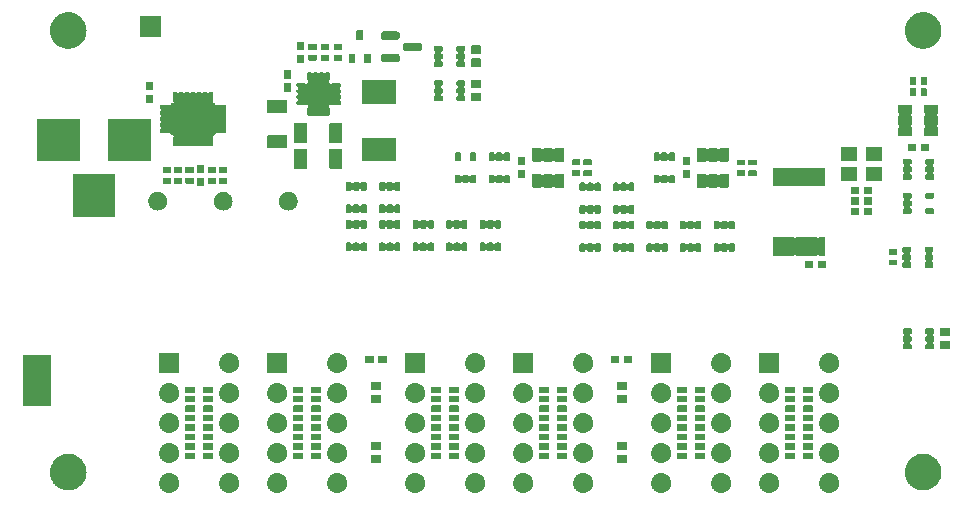
<source format=gbr>
G04 #@! TF.GenerationSoftware,KiCad,Pcbnew,8.0.1-rc1*
G04 #@! TF.CreationDate,2024-04-28T10:37:14-05:00*
G04 #@! TF.ProjectId,Stopwatch,53746f70-7761-4746-9368-2e6b69636164,rev?*
G04 #@! TF.SameCoordinates,Original*
G04 #@! TF.FileFunction,Soldermask,Top*
G04 #@! TF.FilePolarity,Negative*
%FSLAX46Y46*%
G04 Gerber Fmt 4.6, Leading zero omitted, Abs format (unit mm)*
G04 Created by KiCad (PCBNEW 8.0.1-rc1) date 2024-04-28 10:37:14*
%MOMM*%
%LPD*%
G01*
G04 APERTURE LIST*
G04 APERTURE END LIST*
G36*
X97894599Y-122506462D02*
G01*
X97942354Y-122506462D01*
X97983594Y-122515227D01*
X98019301Y-122518745D01*
X98064159Y-122532352D01*
X98116373Y-122543451D01*
X98149784Y-122558326D01*
X98178835Y-122567139D01*
X98225002Y-122591815D01*
X98278900Y-122615812D01*
X98303954Y-122634015D01*
X98325853Y-122645720D01*
X98370528Y-122682384D01*
X98422830Y-122720384D01*
X98439811Y-122739243D01*
X98454720Y-122751479D01*
X98494787Y-122800301D01*
X98541873Y-122852595D01*
X98551764Y-122869727D01*
X98560479Y-122880346D01*
X98592706Y-122940640D01*
X98630827Y-123006667D01*
X98635213Y-123020168D01*
X98639060Y-123027364D01*
X98660261Y-123097255D01*
X98685804Y-123175867D01*
X98686703Y-123184423D01*
X98687454Y-123186898D01*
X98694771Y-123261189D01*
X98704400Y-123352800D01*
X98694770Y-123444419D01*
X98687454Y-123518701D01*
X98686703Y-123521175D01*
X98685804Y-123529733D01*
X98660256Y-123608358D01*
X98639060Y-123678235D01*
X98635214Y-123685429D01*
X98630827Y-123698933D01*
X98592699Y-123764972D01*
X98560479Y-123825253D01*
X98551766Y-123835869D01*
X98541873Y-123853005D01*
X98494778Y-123905309D01*
X98454720Y-123954120D01*
X98439814Y-123966352D01*
X98422830Y-123985216D01*
X98370518Y-124023223D01*
X98325853Y-124059879D01*
X98303959Y-124071580D01*
X98278900Y-124089788D01*
X98224991Y-124113789D01*
X98178835Y-124138460D01*
X98149791Y-124147270D01*
X98116373Y-124162149D01*
X98064148Y-124173249D01*
X98019301Y-124186854D01*
X97983603Y-124190370D01*
X97942354Y-124199138D01*
X97894588Y-124199138D01*
X97853400Y-124203195D01*
X97812211Y-124199138D01*
X97764446Y-124199138D01*
X97723197Y-124190370D01*
X97687498Y-124186854D01*
X97642648Y-124173248D01*
X97590427Y-124162149D01*
X97557010Y-124147271D01*
X97527964Y-124138460D01*
X97481802Y-124113786D01*
X97427900Y-124089788D01*
X97402843Y-124071583D01*
X97380946Y-124059879D01*
X97336273Y-124023216D01*
X97283970Y-123985216D01*
X97266988Y-123966355D01*
X97252079Y-123954120D01*
X97212010Y-123905296D01*
X97164927Y-123853005D01*
X97155036Y-123835873D01*
X97146320Y-123825253D01*
X97114087Y-123764948D01*
X97075973Y-123698933D01*
X97071586Y-123685434D01*
X97067739Y-123678235D01*
X97046528Y-123608312D01*
X97020996Y-123529733D01*
X97020097Y-123521180D01*
X97019345Y-123518701D01*
X97012013Y-123444267D01*
X97002400Y-123352800D01*
X97012012Y-123261340D01*
X97019345Y-123186898D01*
X97020097Y-123184418D01*
X97020996Y-123175867D01*
X97046523Y-123097302D01*
X97067739Y-123027364D01*
X97071587Y-123020163D01*
X97075973Y-123006667D01*
X97114080Y-122940663D01*
X97146320Y-122880346D01*
X97155038Y-122869723D01*
X97164927Y-122852595D01*
X97212001Y-122800313D01*
X97252079Y-122751479D01*
X97266991Y-122739240D01*
X97283970Y-122720384D01*
X97336262Y-122682391D01*
X97380946Y-122645720D01*
X97402848Y-122634013D01*
X97427900Y-122615812D01*
X97481791Y-122591818D01*
X97527964Y-122567139D01*
X97557017Y-122558325D01*
X97590427Y-122543451D01*
X97642637Y-122532353D01*
X97687498Y-122518745D01*
X97723206Y-122515227D01*
X97764446Y-122506462D01*
X97812201Y-122506462D01*
X97853400Y-122502404D01*
X97894599Y-122506462D01*
G37*
G36*
X102974599Y-122506462D02*
G01*
X103022354Y-122506462D01*
X103063594Y-122515227D01*
X103099301Y-122518745D01*
X103144159Y-122532352D01*
X103196373Y-122543451D01*
X103229784Y-122558326D01*
X103258835Y-122567139D01*
X103305002Y-122591815D01*
X103358900Y-122615812D01*
X103383954Y-122634015D01*
X103405853Y-122645720D01*
X103450528Y-122682384D01*
X103502830Y-122720384D01*
X103519811Y-122739243D01*
X103534720Y-122751479D01*
X103574787Y-122800301D01*
X103621873Y-122852595D01*
X103631764Y-122869727D01*
X103640479Y-122880346D01*
X103672706Y-122940640D01*
X103710827Y-123006667D01*
X103715213Y-123020168D01*
X103719060Y-123027364D01*
X103740261Y-123097255D01*
X103765804Y-123175867D01*
X103766703Y-123184423D01*
X103767454Y-123186898D01*
X103774771Y-123261189D01*
X103784400Y-123352800D01*
X103774770Y-123444419D01*
X103767454Y-123518701D01*
X103766703Y-123521175D01*
X103765804Y-123529733D01*
X103740256Y-123608358D01*
X103719060Y-123678235D01*
X103715214Y-123685429D01*
X103710827Y-123698933D01*
X103672699Y-123764972D01*
X103640479Y-123825253D01*
X103631766Y-123835869D01*
X103621873Y-123853005D01*
X103574778Y-123905309D01*
X103534720Y-123954120D01*
X103519814Y-123966352D01*
X103502830Y-123985216D01*
X103450518Y-124023223D01*
X103405853Y-124059879D01*
X103383959Y-124071580D01*
X103358900Y-124089788D01*
X103304991Y-124113789D01*
X103258835Y-124138460D01*
X103229791Y-124147270D01*
X103196373Y-124162149D01*
X103144148Y-124173249D01*
X103099301Y-124186854D01*
X103063603Y-124190370D01*
X103022354Y-124199138D01*
X102974588Y-124199138D01*
X102933400Y-124203195D01*
X102892211Y-124199138D01*
X102844446Y-124199138D01*
X102803197Y-124190370D01*
X102767498Y-124186854D01*
X102722648Y-124173248D01*
X102670427Y-124162149D01*
X102637010Y-124147271D01*
X102607964Y-124138460D01*
X102561802Y-124113786D01*
X102507900Y-124089788D01*
X102482843Y-124071583D01*
X102460946Y-124059879D01*
X102416273Y-124023216D01*
X102363970Y-123985216D01*
X102346988Y-123966355D01*
X102332079Y-123954120D01*
X102292010Y-123905296D01*
X102244927Y-123853005D01*
X102235036Y-123835873D01*
X102226320Y-123825253D01*
X102194087Y-123764948D01*
X102155973Y-123698933D01*
X102151586Y-123685434D01*
X102147739Y-123678235D01*
X102126528Y-123608312D01*
X102100996Y-123529733D01*
X102100097Y-123521180D01*
X102099345Y-123518701D01*
X102092013Y-123444267D01*
X102082400Y-123352800D01*
X102092012Y-123261340D01*
X102099345Y-123186898D01*
X102100097Y-123184418D01*
X102100996Y-123175867D01*
X102126523Y-123097302D01*
X102147739Y-123027364D01*
X102151587Y-123020163D01*
X102155973Y-123006667D01*
X102194080Y-122940663D01*
X102226320Y-122880346D01*
X102235038Y-122869723D01*
X102244927Y-122852595D01*
X102292001Y-122800313D01*
X102332079Y-122751479D01*
X102346991Y-122739240D01*
X102363970Y-122720384D01*
X102416262Y-122682391D01*
X102460946Y-122645720D01*
X102482848Y-122634013D01*
X102507900Y-122615812D01*
X102561791Y-122591818D01*
X102607964Y-122567139D01*
X102637017Y-122558325D01*
X102670427Y-122543451D01*
X102722637Y-122532353D01*
X102767498Y-122518745D01*
X102803206Y-122515227D01*
X102844446Y-122506462D01*
X102892201Y-122506462D01*
X102933400Y-122502404D01*
X102974599Y-122506462D01*
G37*
G36*
X107038599Y-122506462D02*
G01*
X107086354Y-122506462D01*
X107127594Y-122515227D01*
X107163301Y-122518745D01*
X107208159Y-122532352D01*
X107260373Y-122543451D01*
X107293784Y-122558326D01*
X107322835Y-122567139D01*
X107369002Y-122591815D01*
X107422900Y-122615812D01*
X107447954Y-122634015D01*
X107469853Y-122645720D01*
X107514528Y-122682384D01*
X107566830Y-122720384D01*
X107583811Y-122739243D01*
X107598720Y-122751479D01*
X107638787Y-122800301D01*
X107685873Y-122852595D01*
X107695764Y-122869727D01*
X107704479Y-122880346D01*
X107736706Y-122940640D01*
X107774827Y-123006667D01*
X107779213Y-123020168D01*
X107783060Y-123027364D01*
X107804261Y-123097255D01*
X107829804Y-123175867D01*
X107830703Y-123184423D01*
X107831454Y-123186898D01*
X107838771Y-123261189D01*
X107848400Y-123352800D01*
X107838770Y-123444419D01*
X107831454Y-123518701D01*
X107830703Y-123521175D01*
X107829804Y-123529733D01*
X107804256Y-123608358D01*
X107783060Y-123678235D01*
X107779214Y-123685429D01*
X107774827Y-123698933D01*
X107736699Y-123764972D01*
X107704479Y-123825253D01*
X107695766Y-123835869D01*
X107685873Y-123853005D01*
X107638778Y-123905309D01*
X107598720Y-123954120D01*
X107583814Y-123966352D01*
X107566830Y-123985216D01*
X107514518Y-124023223D01*
X107469853Y-124059879D01*
X107447959Y-124071580D01*
X107422900Y-124089788D01*
X107368991Y-124113789D01*
X107322835Y-124138460D01*
X107293791Y-124147270D01*
X107260373Y-124162149D01*
X107208148Y-124173249D01*
X107163301Y-124186854D01*
X107127603Y-124190370D01*
X107086354Y-124199138D01*
X107038588Y-124199138D01*
X106997400Y-124203195D01*
X106956211Y-124199138D01*
X106908446Y-124199138D01*
X106867197Y-124190370D01*
X106831498Y-124186854D01*
X106786648Y-124173248D01*
X106734427Y-124162149D01*
X106701010Y-124147271D01*
X106671964Y-124138460D01*
X106625802Y-124113786D01*
X106571900Y-124089788D01*
X106546843Y-124071583D01*
X106524946Y-124059879D01*
X106480273Y-124023216D01*
X106427970Y-123985216D01*
X106410988Y-123966355D01*
X106396079Y-123954120D01*
X106356010Y-123905296D01*
X106308927Y-123853005D01*
X106299036Y-123835873D01*
X106290320Y-123825253D01*
X106258087Y-123764948D01*
X106219973Y-123698933D01*
X106215586Y-123685434D01*
X106211739Y-123678235D01*
X106190528Y-123608312D01*
X106164996Y-123529733D01*
X106164097Y-123521180D01*
X106163345Y-123518701D01*
X106156013Y-123444267D01*
X106146400Y-123352800D01*
X106156012Y-123261340D01*
X106163345Y-123186898D01*
X106164097Y-123184418D01*
X106164996Y-123175867D01*
X106190523Y-123097302D01*
X106211739Y-123027364D01*
X106215587Y-123020163D01*
X106219973Y-123006667D01*
X106258080Y-122940663D01*
X106290320Y-122880346D01*
X106299038Y-122869723D01*
X106308927Y-122852595D01*
X106356001Y-122800313D01*
X106396079Y-122751479D01*
X106410991Y-122739240D01*
X106427970Y-122720384D01*
X106480262Y-122682391D01*
X106524946Y-122645720D01*
X106546848Y-122634013D01*
X106571900Y-122615812D01*
X106625791Y-122591818D01*
X106671964Y-122567139D01*
X106701017Y-122558325D01*
X106734427Y-122543451D01*
X106786637Y-122532353D01*
X106831498Y-122518745D01*
X106867206Y-122515227D01*
X106908446Y-122506462D01*
X106956201Y-122506462D01*
X106997400Y-122502404D01*
X107038599Y-122506462D01*
G37*
G36*
X112118599Y-122506462D02*
G01*
X112166354Y-122506462D01*
X112207594Y-122515227D01*
X112243301Y-122518745D01*
X112288159Y-122532352D01*
X112340373Y-122543451D01*
X112373784Y-122558326D01*
X112402835Y-122567139D01*
X112449002Y-122591815D01*
X112502900Y-122615812D01*
X112527954Y-122634015D01*
X112549853Y-122645720D01*
X112594528Y-122682384D01*
X112646830Y-122720384D01*
X112663811Y-122739243D01*
X112678720Y-122751479D01*
X112718787Y-122800301D01*
X112765873Y-122852595D01*
X112775764Y-122869727D01*
X112784479Y-122880346D01*
X112816706Y-122940640D01*
X112854827Y-123006667D01*
X112859213Y-123020168D01*
X112863060Y-123027364D01*
X112884261Y-123097255D01*
X112909804Y-123175867D01*
X112910703Y-123184423D01*
X112911454Y-123186898D01*
X112918771Y-123261189D01*
X112928400Y-123352800D01*
X112918770Y-123444419D01*
X112911454Y-123518701D01*
X112910703Y-123521175D01*
X112909804Y-123529733D01*
X112884256Y-123608358D01*
X112863060Y-123678235D01*
X112859214Y-123685429D01*
X112854827Y-123698933D01*
X112816699Y-123764972D01*
X112784479Y-123825253D01*
X112775766Y-123835869D01*
X112765873Y-123853005D01*
X112718778Y-123905309D01*
X112678720Y-123954120D01*
X112663814Y-123966352D01*
X112646830Y-123985216D01*
X112594518Y-124023223D01*
X112549853Y-124059879D01*
X112527959Y-124071580D01*
X112502900Y-124089788D01*
X112448991Y-124113789D01*
X112402835Y-124138460D01*
X112373791Y-124147270D01*
X112340373Y-124162149D01*
X112288148Y-124173249D01*
X112243301Y-124186854D01*
X112207603Y-124190370D01*
X112166354Y-124199138D01*
X112118588Y-124199138D01*
X112077400Y-124203195D01*
X112036211Y-124199138D01*
X111988446Y-124199138D01*
X111947197Y-124190370D01*
X111911498Y-124186854D01*
X111866648Y-124173248D01*
X111814427Y-124162149D01*
X111781010Y-124147271D01*
X111751964Y-124138460D01*
X111705802Y-124113786D01*
X111651900Y-124089788D01*
X111626843Y-124071583D01*
X111604946Y-124059879D01*
X111560273Y-124023216D01*
X111507970Y-123985216D01*
X111490988Y-123966355D01*
X111476079Y-123954120D01*
X111436010Y-123905296D01*
X111388927Y-123853005D01*
X111379036Y-123835873D01*
X111370320Y-123825253D01*
X111338087Y-123764948D01*
X111299973Y-123698933D01*
X111295586Y-123685434D01*
X111291739Y-123678235D01*
X111270528Y-123608312D01*
X111244996Y-123529733D01*
X111244097Y-123521180D01*
X111243345Y-123518701D01*
X111236013Y-123444267D01*
X111226400Y-123352800D01*
X111236012Y-123261340D01*
X111243345Y-123186898D01*
X111244097Y-123184418D01*
X111244996Y-123175867D01*
X111270523Y-123097302D01*
X111291739Y-123027364D01*
X111295587Y-123020163D01*
X111299973Y-123006667D01*
X111338080Y-122940663D01*
X111370320Y-122880346D01*
X111379038Y-122869723D01*
X111388927Y-122852595D01*
X111436001Y-122800313D01*
X111476079Y-122751479D01*
X111490991Y-122739240D01*
X111507970Y-122720384D01*
X111560262Y-122682391D01*
X111604946Y-122645720D01*
X111626848Y-122634013D01*
X111651900Y-122615812D01*
X111705791Y-122591818D01*
X111751964Y-122567139D01*
X111781017Y-122558325D01*
X111814427Y-122543451D01*
X111866637Y-122532353D01*
X111911498Y-122518745D01*
X111947206Y-122515227D01*
X111988446Y-122506462D01*
X112036201Y-122506462D01*
X112077400Y-122502404D01*
X112118599Y-122506462D01*
G37*
G36*
X118722599Y-122506462D02*
G01*
X118770354Y-122506462D01*
X118811594Y-122515227D01*
X118847301Y-122518745D01*
X118892159Y-122532352D01*
X118944373Y-122543451D01*
X118977784Y-122558326D01*
X119006835Y-122567139D01*
X119053002Y-122591815D01*
X119106900Y-122615812D01*
X119131954Y-122634015D01*
X119153853Y-122645720D01*
X119198528Y-122682384D01*
X119250830Y-122720384D01*
X119267811Y-122739243D01*
X119282720Y-122751479D01*
X119322787Y-122800301D01*
X119369873Y-122852595D01*
X119379764Y-122869727D01*
X119388479Y-122880346D01*
X119420706Y-122940640D01*
X119458827Y-123006667D01*
X119463213Y-123020168D01*
X119467060Y-123027364D01*
X119488261Y-123097255D01*
X119513804Y-123175867D01*
X119514703Y-123184423D01*
X119515454Y-123186898D01*
X119522771Y-123261189D01*
X119532400Y-123352800D01*
X119522770Y-123444419D01*
X119515454Y-123518701D01*
X119514703Y-123521175D01*
X119513804Y-123529733D01*
X119488256Y-123608358D01*
X119467060Y-123678235D01*
X119463214Y-123685429D01*
X119458827Y-123698933D01*
X119420699Y-123764972D01*
X119388479Y-123825253D01*
X119379766Y-123835869D01*
X119369873Y-123853005D01*
X119322778Y-123905309D01*
X119282720Y-123954120D01*
X119267814Y-123966352D01*
X119250830Y-123985216D01*
X119198518Y-124023223D01*
X119153853Y-124059879D01*
X119131959Y-124071580D01*
X119106900Y-124089788D01*
X119052991Y-124113789D01*
X119006835Y-124138460D01*
X118977791Y-124147270D01*
X118944373Y-124162149D01*
X118892148Y-124173249D01*
X118847301Y-124186854D01*
X118811603Y-124190370D01*
X118770354Y-124199138D01*
X118722588Y-124199138D01*
X118681400Y-124203195D01*
X118640211Y-124199138D01*
X118592446Y-124199138D01*
X118551197Y-124190370D01*
X118515498Y-124186854D01*
X118470648Y-124173248D01*
X118418427Y-124162149D01*
X118385010Y-124147271D01*
X118355964Y-124138460D01*
X118309802Y-124113786D01*
X118255900Y-124089788D01*
X118230843Y-124071583D01*
X118208946Y-124059879D01*
X118164273Y-124023216D01*
X118111970Y-123985216D01*
X118094988Y-123966355D01*
X118080079Y-123954120D01*
X118040010Y-123905296D01*
X117992927Y-123853005D01*
X117983036Y-123835873D01*
X117974320Y-123825253D01*
X117942087Y-123764948D01*
X117903973Y-123698933D01*
X117899586Y-123685434D01*
X117895739Y-123678235D01*
X117874528Y-123608312D01*
X117848996Y-123529733D01*
X117848097Y-123521180D01*
X117847345Y-123518701D01*
X117840013Y-123444267D01*
X117830400Y-123352800D01*
X117840012Y-123261340D01*
X117847345Y-123186898D01*
X117848097Y-123184418D01*
X117848996Y-123175867D01*
X117874523Y-123097302D01*
X117895739Y-123027364D01*
X117899587Y-123020163D01*
X117903973Y-123006667D01*
X117942080Y-122940663D01*
X117974320Y-122880346D01*
X117983038Y-122869723D01*
X117992927Y-122852595D01*
X118040001Y-122800313D01*
X118080079Y-122751479D01*
X118094991Y-122739240D01*
X118111970Y-122720384D01*
X118164262Y-122682391D01*
X118208946Y-122645720D01*
X118230848Y-122634013D01*
X118255900Y-122615812D01*
X118309791Y-122591818D01*
X118355964Y-122567139D01*
X118385017Y-122558325D01*
X118418427Y-122543451D01*
X118470637Y-122532353D01*
X118515498Y-122518745D01*
X118551206Y-122515227D01*
X118592446Y-122506462D01*
X118640201Y-122506462D01*
X118681400Y-122502404D01*
X118722599Y-122506462D01*
G37*
G36*
X123802599Y-122506462D02*
G01*
X123850354Y-122506462D01*
X123891594Y-122515227D01*
X123927301Y-122518745D01*
X123972159Y-122532352D01*
X124024373Y-122543451D01*
X124057784Y-122558326D01*
X124086835Y-122567139D01*
X124133002Y-122591815D01*
X124186900Y-122615812D01*
X124211954Y-122634015D01*
X124233853Y-122645720D01*
X124278528Y-122682384D01*
X124330830Y-122720384D01*
X124347811Y-122739243D01*
X124362720Y-122751479D01*
X124402787Y-122800301D01*
X124449873Y-122852595D01*
X124459764Y-122869727D01*
X124468479Y-122880346D01*
X124500706Y-122940640D01*
X124538827Y-123006667D01*
X124543213Y-123020168D01*
X124547060Y-123027364D01*
X124568261Y-123097255D01*
X124593804Y-123175867D01*
X124594703Y-123184423D01*
X124595454Y-123186898D01*
X124602771Y-123261189D01*
X124612400Y-123352800D01*
X124602770Y-123444419D01*
X124595454Y-123518701D01*
X124594703Y-123521175D01*
X124593804Y-123529733D01*
X124568256Y-123608358D01*
X124547060Y-123678235D01*
X124543214Y-123685429D01*
X124538827Y-123698933D01*
X124500699Y-123764972D01*
X124468479Y-123825253D01*
X124459766Y-123835869D01*
X124449873Y-123853005D01*
X124402778Y-123905309D01*
X124362720Y-123954120D01*
X124347814Y-123966352D01*
X124330830Y-123985216D01*
X124278518Y-124023223D01*
X124233853Y-124059879D01*
X124211959Y-124071580D01*
X124186900Y-124089788D01*
X124132991Y-124113789D01*
X124086835Y-124138460D01*
X124057791Y-124147270D01*
X124024373Y-124162149D01*
X123972148Y-124173249D01*
X123927301Y-124186854D01*
X123891603Y-124190370D01*
X123850354Y-124199138D01*
X123802588Y-124199138D01*
X123761400Y-124203195D01*
X123720211Y-124199138D01*
X123672446Y-124199138D01*
X123631197Y-124190370D01*
X123595498Y-124186854D01*
X123550648Y-124173248D01*
X123498427Y-124162149D01*
X123465010Y-124147271D01*
X123435964Y-124138460D01*
X123389802Y-124113786D01*
X123335900Y-124089788D01*
X123310843Y-124071583D01*
X123288946Y-124059879D01*
X123244273Y-124023216D01*
X123191970Y-123985216D01*
X123174988Y-123966355D01*
X123160079Y-123954120D01*
X123120010Y-123905296D01*
X123072927Y-123853005D01*
X123063036Y-123835873D01*
X123054320Y-123825253D01*
X123022087Y-123764948D01*
X122983973Y-123698933D01*
X122979586Y-123685434D01*
X122975739Y-123678235D01*
X122954528Y-123608312D01*
X122928996Y-123529733D01*
X122928097Y-123521180D01*
X122927345Y-123518701D01*
X122920013Y-123444267D01*
X122910400Y-123352800D01*
X122920012Y-123261340D01*
X122927345Y-123186898D01*
X122928097Y-123184418D01*
X122928996Y-123175867D01*
X122954523Y-123097302D01*
X122975739Y-123027364D01*
X122979587Y-123020163D01*
X122983973Y-123006667D01*
X123022080Y-122940663D01*
X123054320Y-122880346D01*
X123063038Y-122869723D01*
X123072927Y-122852595D01*
X123120001Y-122800313D01*
X123160079Y-122751479D01*
X123174991Y-122739240D01*
X123191970Y-122720384D01*
X123244262Y-122682391D01*
X123288946Y-122645720D01*
X123310848Y-122634013D01*
X123335900Y-122615812D01*
X123389791Y-122591818D01*
X123435964Y-122567139D01*
X123465017Y-122558325D01*
X123498427Y-122543451D01*
X123550637Y-122532353D01*
X123595498Y-122518745D01*
X123631206Y-122515227D01*
X123672446Y-122506462D01*
X123720201Y-122506462D01*
X123761400Y-122502404D01*
X123802599Y-122506462D01*
G37*
G36*
X127866599Y-122506462D02*
G01*
X127914354Y-122506462D01*
X127955594Y-122515227D01*
X127991301Y-122518745D01*
X128036159Y-122532352D01*
X128088373Y-122543451D01*
X128121784Y-122558326D01*
X128150835Y-122567139D01*
X128197002Y-122591815D01*
X128250900Y-122615812D01*
X128275954Y-122634015D01*
X128297853Y-122645720D01*
X128342528Y-122682384D01*
X128394830Y-122720384D01*
X128411811Y-122739243D01*
X128426720Y-122751479D01*
X128466787Y-122800301D01*
X128513873Y-122852595D01*
X128523764Y-122869727D01*
X128532479Y-122880346D01*
X128564706Y-122940640D01*
X128602827Y-123006667D01*
X128607213Y-123020168D01*
X128611060Y-123027364D01*
X128632261Y-123097255D01*
X128657804Y-123175867D01*
X128658703Y-123184423D01*
X128659454Y-123186898D01*
X128666771Y-123261189D01*
X128676400Y-123352800D01*
X128666770Y-123444419D01*
X128659454Y-123518701D01*
X128658703Y-123521175D01*
X128657804Y-123529733D01*
X128632256Y-123608358D01*
X128611060Y-123678235D01*
X128607214Y-123685429D01*
X128602827Y-123698933D01*
X128564699Y-123764972D01*
X128532479Y-123825253D01*
X128523766Y-123835869D01*
X128513873Y-123853005D01*
X128466778Y-123905309D01*
X128426720Y-123954120D01*
X128411814Y-123966352D01*
X128394830Y-123985216D01*
X128342518Y-124023223D01*
X128297853Y-124059879D01*
X128275959Y-124071580D01*
X128250900Y-124089788D01*
X128196991Y-124113789D01*
X128150835Y-124138460D01*
X128121791Y-124147270D01*
X128088373Y-124162149D01*
X128036148Y-124173249D01*
X127991301Y-124186854D01*
X127955603Y-124190370D01*
X127914354Y-124199138D01*
X127866588Y-124199138D01*
X127825400Y-124203195D01*
X127784211Y-124199138D01*
X127736446Y-124199138D01*
X127695197Y-124190370D01*
X127659498Y-124186854D01*
X127614648Y-124173248D01*
X127562427Y-124162149D01*
X127529010Y-124147271D01*
X127499964Y-124138460D01*
X127453802Y-124113786D01*
X127399900Y-124089788D01*
X127374843Y-124071583D01*
X127352946Y-124059879D01*
X127308273Y-124023216D01*
X127255970Y-123985216D01*
X127238988Y-123966355D01*
X127224079Y-123954120D01*
X127184010Y-123905296D01*
X127136927Y-123853005D01*
X127127036Y-123835873D01*
X127118320Y-123825253D01*
X127086087Y-123764948D01*
X127047973Y-123698933D01*
X127043586Y-123685434D01*
X127039739Y-123678235D01*
X127018528Y-123608312D01*
X126992996Y-123529733D01*
X126992097Y-123521180D01*
X126991345Y-123518701D01*
X126984013Y-123444267D01*
X126974400Y-123352800D01*
X126984012Y-123261340D01*
X126991345Y-123186898D01*
X126992097Y-123184418D01*
X126992996Y-123175867D01*
X127018523Y-123097302D01*
X127039739Y-123027364D01*
X127043587Y-123020163D01*
X127047973Y-123006667D01*
X127086080Y-122940663D01*
X127118320Y-122880346D01*
X127127038Y-122869723D01*
X127136927Y-122852595D01*
X127184001Y-122800313D01*
X127224079Y-122751479D01*
X127238991Y-122739240D01*
X127255970Y-122720384D01*
X127308262Y-122682391D01*
X127352946Y-122645720D01*
X127374848Y-122634013D01*
X127399900Y-122615812D01*
X127453791Y-122591818D01*
X127499964Y-122567139D01*
X127529017Y-122558325D01*
X127562427Y-122543451D01*
X127614637Y-122532353D01*
X127659498Y-122518745D01*
X127695206Y-122515227D01*
X127736446Y-122506462D01*
X127784201Y-122506462D01*
X127825400Y-122502404D01*
X127866599Y-122506462D01*
G37*
G36*
X132946599Y-122506462D02*
G01*
X132994354Y-122506462D01*
X133035594Y-122515227D01*
X133071301Y-122518745D01*
X133116159Y-122532352D01*
X133168373Y-122543451D01*
X133201784Y-122558326D01*
X133230835Y-122567139D01*
X133277002Y-122591815D01*
X133330900Y-122615812D01*
X133355954Y-122634015D01*
X133377853Y-122645720D01*
X133422528Y-122682384D01*
X133474830Y-122720384D01*
X133491811Y-122739243D01*
X133506720Y-122751479D01*
X133546787Y-122800301D01*
X133593873Y-122852595D01*
X133603764Y-122869727D01*
X133612479Y-122880346D01*
X133644706Y-122940640D01*
X133682827Y-123006667D01*
X133687213Y-123020168D01*
X133691060Y-123027364D01*
X133712261Y-123097255D01*
X133737804Y-123175867D01*
X133738703Y-123184423D01*
X133739454Y-123186898D01*
X133746771Y-123261189D01*
X133756400Y-123352800D01*
X133746770Y-123444419D01*
X133739454Y-123518701D01*
X133738703Y-123521175D01*
X133737804Y-123529733D01*
X133712256Y-123608358D01*
X133691060Y-123678235D01*
X133687214Y-123685429D01*
X133682827Y-123698933D01*
X133644699Y-123764972D01*
X133612479Y-123825253D01*
X133603766Y-123835869D01*
X133593873Y-123853005D01*
X133546778Y-123905309D01*
X133506720Y-123954120D01*
X133491814Y-123966352D01*
X133474830Y-123985216D01*
X133422518Y-124023223D01*
X133377853Y-124059879D01*
X133355959Y-124071580D01*
X133330900Y-124089788D01*
X133276991Y-124113789D01*
X133230835Y-124138460D01*
X133201791Y-124147270D01*
X133168373Y-124162149D01*
X133116148Y-124173249D01*
X133071301Y-124186854D01*
X133035603Y-124190370D01*
X132994354Y-124199138D01*
X132946588Y-124199138D01*
X132905400Y-124203195D01*
X132864211Y-124199138D01*
X132816446Y-124199138D01*
X132775197Y-124190370D01*
X132739498Y-124186854D01*
X132694648Y-124173248D01*
X132642427Y-124162149D01*
X132609010Y-124147271D01*
X132579964Y-124138460D01*
X132533802Y-124113786D01*
X132479900Y-124089788D01*
X132454843Y-124071583D01*
X132432946Y-124059879D01*
X132388273Y-124023216D01*
X132335970Y-123985216D01*
X132318988Y-123966355D01*
X132304079Y-123954120D01*
X132264010Y-123905296D01*
X132216927Y-123853005D01*
X132207036Y-123835873D01*
X132198320Y-123825253D01*
X132166087Y-123764948D01*
X132127973Y-123698933D01*
X132123586Y-123685434D01*
X132119739Y-123678235D01*
X132098528Y-123608312D01*
X132072996Y-123529733D01*
X132072097Y-123521180D01*
X132071345Y-123518701D01*
X132064013Y-123444267D01*
X132054400Y-123352800D01*
X132064012Y-123261340D01*
X132071345Y-123186898D01*
X132072097Y-123184418D01*
X132072996Y-123175867D01*
X132098523Y-123097302D01*
X132119739Y-123027364D01*
X132123587Y-123020163D01*
X132127973Y-123006667D01*
X132166080Y-122940663D01*
X132198320Y-122880346D01*
X132207038Y-122869723D01*
X132216927Y-122852595D01*
X132264001Y-122800313D01*
X132304079Y-122751479D01*
X132318991Y-122739240D01*
X132335970Y-122720384D01*
X132388262Y-122682391D01*
X132432946Y-122645720D01*
X132454848Y-122634013D01*
X132479900Y-122615812D01*
X132533791Y-122591818D01*
X132579964Y-122567139D01*
X132609017Y-122558325D01*
X132642427Y-122543451D01*
X132694637Y-122532353D01*
X132739498Y-122518745D01*
X132775206Y-122515227D01*
X132816446Y-122506462D01*
X132864201Y-122506462D01*
X132905400Y-122502404D01*
X132946599Y-122506462D01*
G37*
G36*
X139550599Y-122506462D02*
G01*
X139598354Y-122506462D01*
X139639594Y-122515227D01*
X139675301Y-122518745D01*
X139720159Y-122532352D01*
X139772373Y-122543451D01*
X139805784Y-122558326D01*
X139834835Y-122567139D01*
X139881002Y-122591815D01*
X139934900Y-122615812D01*
X139959954Y-122634015D01*
X139981853Y-122645720D01*
X140026528Y-122682384D01*
X140078830Y-122720384D01*
X140095811Y-122739243D01*
X140110720Y-122751479D01*
X140150787Y-122800301D01*
X140197873Y-122852595D01*
X140207764Y-122869727D01*
X140216479Y-122880346D01*
X140248706Y-122940640D01*
X140286827Y-123006667D01*
X140291213Y-123020168D01*
X140295060Y-123027364D01*
X140316261Y-123097255D01*
X140341804Y-123175867D01*
X140342703Y-123184423D01*
X140343454Y-123186898D01*
X140350771Y-123261189D01*
X140360400Y-123352800D01*
X140350770Y-123444419D01*
X140343454Y-123518701D01*
X140342703Y-123521175D01*
X140341804Y-123529733D01*
X140316256Y-123608358D01*
X140295060Y-123678235D01*
X140291214Y-123685429D01*
X140286827Y-123698933D01*
X140248699Y-123764972D01*
X140216479Y-123825253D01*
X140207766Y-123835869D01*
X140197873Y-123853005D01*
X140150778Y-123905309D01*
X140110720Y-123954120D01*
X140095814Y-123966352D01*
X140078830Y-123985216D01*
X140026518Y-124023223D01*
X139981853Y-124059879D01*
X139959959Y-124071580D01*
X139934900Y-124089788D01*
X139880991Y-124113789D01*
X139834835Y-124138460D01*
X139805791Y-124147270D01*
X139772373Y-124162149D01*
X139720148Y-124173249D01*
X139675301Y-124186854D01*
X139639603Y-124190370D01*
X139598354Y-124199138D01*
X139550588Y-124199138D01*
X139509400Y-124203195D01*
X139468211Y-124199138D01*
X139420446Y-124199138D01*
X139379197Y-124190370D01*
X139343498Y-124186854D01*
X139298648Y-124173248D01*
X139246427Y-124162149D01*
X139213010Y-124147271D01*
X139183964Y-124138460D01*
X139137802Y-124113786D01*
X139083900Y-124089788D01*
X139058843Y-124071583D01*
X139036946Y-124059879D01*
X138992273Y-124023216D01*
X138939970Y-123985216D01*
X138922988Y-123966355D01*
X138908079Y-123954120D01*
X138868010Y-123905296D01*
X138820927Y-123853005D01*
X138811036Y-123835873D01*
X138802320Y-123825253D01*
X138770087Y-123764948D01*
X138731973Y-123698933D01*
X138727586Y-123685434D01*
X138723739Y-123678235D01*
X138702528Y-123608312D01*
X138676996Y-123529733D01*
X138676097Y-123521180D01*
X138675345Y-123518701D01*
X138668013Y-123444267D01*
X138658400Y-123352800D01*
X138668012Y-123261340D01*
X138675345Y-123186898D01*
X138676097Y-123184418D01*
X138676996Y-123175867D01*
X138702523Y-123097302D01*
X138723739Y-123027364D01*
X138727587Y-123020163D01*
X138731973Y-123006667D01*
X138770080Y-122940663D01*
X138802320Y-122880346D01*
X138811038Y-122869723D01*
X138820927Y-122852595D01*
X138868001Y-122800313D01*
X138908079Y-122751479D01*
X138922991Y-122739240D01*
X138939970Y-122720384D01*
X138992262Y-122682391D01*
X139036946Y-122645720D01*
X139058848Y-122634013D01*
X139083900Y-122615812D01*
X139137791Y-122591818D01*
X139183964Y-122567139D01*
X139213017Y-122558325D01*
X139246427Y-122543451D01*
X139298637Y-122532353D01*
X139343498Y-122518745D01*
X139379206Y-122515227D01*
X139420446Y-122506462D01*
X139468201Y-122506462D01*
X139509400Y-122502404D01*
X139550599Y-122506462D01*
G37*
G36*
X144630599Y-122506462D02*
G01*
X144678354Y-122506462D01*
X144719594Y-122515227D01*
X144755301Y-122518745D01*
X144800159Y-122532352D01*
X144852373Y-122543451D01*
X144885784Y-122558326D01*
X144914835Y-122567139D01*
X144961002Y-122591815D01*
X145014900Y-122615812D01*
X145039954Y-122634015D01*
X145061853Y-122645720D01*
X145106528Y-122682384D01*
X145158830Y-122720384D01*
X145175811Y-122739243D01*
X145190720Y-122751479D01*
X145230787Y-122800301D01*
X145277873Y-122852595D01*
X145287764Y-122869727D01*
X145296479Y-122880346D01*
X145328706Y-122940640D01*
X145366827Y-123006667D01*
X145371213Y-123020168D01*
X145375060Y-123027364D01*
X145396261Y-123097255D01*
X145421804Y-123175867D01*
X145422703Y-123184423D01*
X145423454Y-123186898D01*
X145430771Y-123261189D01*
X145440400Y-123352800D01*
X145430770Y-123444419D01*
X145423454Y-123518701D01*
X145422703Y-123521175D01*
X145421804Y-123529733D01*
X145396256Y-123608358D01*
X145375060Y-123678235D01*
X145371214Y-123685429D01*
X145366827Y-123698933D01*
X145328699Y-123764972D01*
X145296479Y-123825253D01*
X145287766Y-123835869D01*
X145277873Y-123853005D01*
X145230778Y-123905309D01*
X145190720Y-123954120D01*
X145175814Y-123966352D01*
X145158830Y-123985216D01*
X145106518Y-124023223D01*
X145061853Y-124059879D01*
X145039959Y-124071580D01*
X145014900Y-124089788D01*
X144960991Y-124113789D01*
X144914835Y-124138460D01*
X144885791Y-124147270D01*
X144852373Y-124162149D01*
X144800148Y-124173249D01*
X144755301Y-124186854D01*
X144719603Y-124190370D01*
X144678354Y-124199138D01*
X144630588Y-124199138D01*
X144589400Y-124203195D01*
X144548211Y-124199138D01*
X144500446Y-124199138D01*
X144459197Y-124190370D01*
X144423498Y-124186854D01*
X144378648Y-124173248D01*
X144326427Y-124162149D01*
X144293010Y-124147271D01*
X144263964Y-124138460D01*
X144217802Y-124113786D01*
X144163900Y-124089788D01*
X144138843Y-124071583D01*
X144116946Y-124059879D01*
X144072273Y-124023216D01*
X144019970Y-123985216D01*
X144002988Y-123966355D01*
X143988079Y-123954120D01*
X143948010Y-123905296D01*
X143900927Y-123853005D01*
X143891036Y-123835873D01*
X143882320Y-123825253D01*
X143850087Y-123764948D01*
X143811973Y-123698933D01*
X143807586Y-123685434D01*
X143803739Y-123678235D01*
X143782528Y-123608312D01*
X143756996Y-123529733D01*
X143756097Y-123521180D01*
X143755345Y-123518701D01*
X143748013Y-123444267D01*
X143738400Y-123352800D01*
X143748012Y-123261340D01*
X143755345Y-123186898D01*
X143756097Y-123184418D01*
X143756996Y-123175867D01*
X143782523Y-123097302D01*
X143803739Y-123027364D01*
X143807587Y-123020163D01*
X143811973Y-123006667D01*
X143850080Y-122940663D01*
X143882320Y-122880346D01*
X143891038Y-122869723D01*
X143900927Y-122852595D01*
X143948001Y-122800313D01*
X143988079Y-122751479D01*
X144002991Y-122739240D01*
X144019970Y-122720384D01*
X144072262Y-122682391D01*
X144116946Y-122645720D01*
X144138848Y-122634013D01*
X144163900Y-122615812D01*
X144217791Y-122591818D01*
X144263964Y-122567139D01*
X144293017Y-122558325D01*
X144326427Y-122543451D01*
X144378637Y-122532353D01*
X144423498Y-122518745D01*
X144459206Y-122515227D01*
X144500446Y-122506462D01*
X144548201Y-122506462D01*
X144589400Y-122502404D01*
X144630599Y-122506462D01*
G37*
G36*
X148694599Y-122506462D02*
G01*
X148742354Y-122506462D01*
X148783594Y-122515227D01*
X148819301Y-122518745D01*
X148864159Y-122532352D01*
X148916373Y-122543451D01*
X148949784Y-122558326D01*
X148978835Y-122567139D01*
X149025002Y-122591815D01*
X149078900Y-122615812D01*
X149103954Y-122634015D01*
X149125853Y-122645720D01*
X149170528Y-122682384D01*
X149222830Y-122720384D01*
X149239811Y-122739243D01*
X149254720Y-122751479D01*
X149294787Y-122800301D01*
X149341873Y-122852595D01*
X149351764Y-122869727D01*
X149360479Y-122880346D01*
X149392706Y-122940640D01*
X149430827Y-123006667D01*
X149435213Y-123020168D01*
X149439060Y-123027364D01*
X149460261Y-123097255D01*
X149485804Y-123175867D01*
X149486703Y-123184423D01*
X149487454Y-123186898D01*
X149494771Y-123261189D01*
X149504400Y-123352800D01*
X149494770Y-123444419D01*
X149487454Y-123518701D01*
X149486703Y-123521175D01*
X149485804Y-123529733D01*
X149460256Y-123608358D01*
X149439060Y-123678235D01*
X149435214Y-123685429D01*
X149430827Y-123698933D01*
X149392699Y-123764972D01*
X149360479Y-123825253D01*
X149351766Y-123835869D01*
X149341873Y-123853005D01*
X149294778Y-123905309D01*
X149254720Y-123954120D01*
X149239814Y-123966352D01*
X149222830Y-123985216D01*
X149170518Y-124023223D01*
X149125853Y-124059879D01*
X149103959Y-124071580D01*
X149078900Y-124089788D01*
X149024991Y-124113789D01*
X148978835Y-124138460D01*
X148949791Y-124147270D01*
X148916373Y-124162149D01*
X148864148Y-124173249D01*
X148819301Y-124186854D01*
X148783603Y-124190370D01*
X148742354Y-124199138D01*
X148694588Y-124199138D01*
X148653400Y-124203195D01*
X148612211Y-124199138D01*
X148564446Y-124199138D01*
X148523197Y-124190370D01*
X148487498Y-124186854D01*
X148442648Y-124173248D01*
X148390427Y-124162149D01*
X148357010Y-124147271D01*
X148327964Y-124138460D01*
X148281802Y-124113786D01*
X148227900Y-124089788D01*
X148202843Y-124071583D01*
X148180946Y-124059879D01*
X148136273Y-124023216D01*
X148083970Y-123985216D01*
X148066988Y-123966355D01*
X148052079Y-123954120D01*
X148012010Y-123905296D01*
X147964927Y-123853005D01*
X147955036Y-123835873D01*
X147946320Y-123825253D01*
X147914087Y-123764948D01*
X147875973Y-123698933D01*
X147871586Y-123685434D01*
X147867739Y-123678235D01*
X147846528Y-123608312D01*
X147820996Y-123529733D01*
X147820097Y-123521180D01*
X147819345Y-123518701D01*
X147812013Y-123444267D01*
X147802400Y-123352800D01*
X147812012Y-123261340D01*
X147819345Y-123186898D01*
X147820097Y-123184418D01*
X147820996Y-123175867D01*
X147846523Y-123097302D01*
X147867739Y-123027364D01*
X147871587Y-123020163D01*
X147875973Y-123006667D01*
X147914080Y-122940663D01*
X147946320Y-122880346D01*
X147955038Y-122869723D01*
X147964927Y-122852595D01*
X148012001Y-122800313D01*
X148052079Y-122751479D01*
X148066991Y-122739240D01*
X148083970Y-122720384D01*
X148136262Y-122682391D01*
X148180946Y-122645720D01*
X148202848Y-122634013D01*
X148227900Y-122615812D01*
X148281791Y-122591818D01*
X148327964Y-122567139D01*
X148357017Y-122558325D01*
X148390427Y-122543451D01*
X148442637Y-122532353D01*
X148487498Y-122518745D01*
X148523206Y-122515227D01*
X148564446Y-122506462D01*
X148612201Y-122506462D01*
X148653400Y-122502404D01*
X148694599Y-122506462D01*
G37*
G36*
X153774599Y-122506462D02*
G01*
X153822354Y-122506462D01*
X153863594Y-122515227D01*
X153899301Y-122518745D01*
X153944159Y-122532352D01*
X153996373Y-122543451D01*
X154029784Y-122558326D01*
X154058835Y-122567139D01*
X154105002Y-122591815D01*
X154158900Y-122615812D01*
X154183954Y-122634015D01*
X154205853Y-122645720D01*
X154250528Y-122682384D01*
X154302830Y-122720384D01*
X154319811Y-122739243D01*
X154334720Y-122751479D01*
X154374787Y-122800301D01*
X154421873Y-122852595D01*
X154431764Y-122869727D01*
X154440479Y-122880346D01*
X154472706Y-122940640D01*
X154510827Y-123006667D01*
X154515213Y-123020168D01*
X154519060Y-123027364D01*
X154540261Y-123097255D01*
X154565804Y-123175867D01*
X154566703Y-123184423D01*
X154567454Y-123186898D01*
X154574771Y-123261189D01*
X154584400Y-123352800D01*
X154574770Y-123444419D01*
X154567454Y-123518701D01*
X154566703Y-123521175D01*
X154565804Y-123529733D01*
X154540256Y-123608358D01*
X154519060Y-123678235D01*
X154515214Y-123685429D01*
X154510827Y-123698933D01*
X154472699Y-123764972D01*
X154440479Y-123825253D01*
X154431766Y-123835869D01*
X154421873Y-123853005D01*
X154374778Y-123905309D01*
X154334720Y-123954120D01*
X154319814Y-123966352D01*
X154302830Y-123985216D01*
X154250518Y-124023223D01*
X154205853Y-124059879D01*
X154183959Y-124071580D01*
X154158900Y-124089788D01*
X154104991Y-124113789D01*
X154058835Y-124138460D01*
X154029791Y-124147270D01*
X153996373Y-124162149D01*
X153944148Y-124173249D01*
X153899301Y-124186854D01*
X153863603Y-124190370D01*
X153822354Y-124199138D01*
X153774588Y-124199138D01*
X153733400Y-124203195D01*
X153692211Y-124199138D01*
X153644446Y-124199138D01*
X153603197Y-124190370D01*
X153567498Y-124186854D01*
X153522648Y-124173248D01*
X153470427Y-124162149D01*
X153437010Y-124147271D01*
X153407964Y-124138460D01*
X153361802Y-124113786D01*
X153307900Y-124089788D01*
X153282843Y-124071583D01*
X153260946Y-124059879D01*
X153216273Y-124023216D01*
X153163970Y-123985216D01*
X153146988Y-123966355D01*
X153132079Y-123954120D01*
X153092010Y-123905296D01*
X153044927Y-123853005D01*
X153035036Y-123835873D01*
X153026320Y-123825253D01*
X152994087Y-123764948D01*
X152955973Y-123698933D01*
X152951586Y-123685434D01*
X152947739Y-123678235D01*
X152926528Y-123608312D01*
X152900996Y-123529733D01*
X152900097Y-123521180D01*
X152899345Y-123518701D01*
X152892013Y-123444267D01*
X152882400Y-123352800D01*
X152892012Y-123261340D01*
X152899345Y-123186898D01*
X152900097Y-123184418D01*
X152900996Y-123175867D01*
X152926523Y-123097302D01*
X152947739Y-123027364D01*
X152951587Y-123020163D01*
X152955973Y-123006667D01*
X152994080Y-122940663D01*
X153026320Y-122880346D01*
X153035038Y-122869723D01*
X153044927Y-122852595D01*
X153092001Y-122800313D01*
X153132079Y-122751479D01*
X153146991Y-122739240D01*
X153163970Y-122720384D01*
X153216262Y-122682391D01*
X153260946Y-122645720D01*
X153282848Y-122634013D01*
X153307900Y-122615812D01*
X153361791Y-122591818D01*
X153407964Y-122567139D01*
X153437017Y-122558325D01*
X153470427Y-122543451D01*
X153522637Y-122532353D01*
X153567498Y-122518745D01*
X153603206Y-122515227D01*
X153644446Y-122506462D01*
X153692201Y-122506462D01*
X153733400Y-122502404D01*
X153774599Y-122506462D01*
G37*
G36*
X89365943Y-120872886D02*
G01*
X89422280Y-120872886D01*
X89483837Y-120882164D01*
X89549030Y-120887295D01*
X89601581Y-120899911D01*
X89651450Y-120907428D01*
X89716615Y-120927528D01*
X89785685Y-120944111D01*
X89830343Y-120962609D01*
X89872919Y-120975742D01*
X89939765Y-121007933D01*
X90010539Y-121037249D01*
X90046866Y-121059510D01*
X90081722Y-121076296D01*
X90148020Y-121121497D01*
X90218055Y-121164415D01*
X90246100Y-121188367D01*
X90273213Y-121206853D01*
X90336519Y-121265592D01*
X90403123Y-121322477D01*
X90423346Y-121346156D01*
X90443106Y-121364490D01*
X90500878Y-121436934D01*
X90561185Y-121507545D01*
X90574448Y-121529188D01*
X90587606Y-121545688D01*
X90637234Y-121631647D01*
X90688351Y-121715061D01*
X90695858Y-121733184D01*
X90703488Y-121746400D01*
X90742394Y-121845531D01*
X90781489Y-121939915D01*
X90784722Y-121953384D01*
X90788157Y-121962135D01*
X90813873Y-122074804D01*
X90838305Y-122176570D01*
X90838938Y-122184623D01*
X90839730Y-122188090D01*
X90850056Y-122325892D01*
X90857400Y-122419200D01*
X90850056Y-122512515D01*
X90839730Y-122650309D01*
X90838938Y-122653774D01*
X90838305Y-122661830D01*
X90813868Y-122763614D01*
X90788157Y-122876264D01*
X90784723Y-122885012D01*
X90781489Y-122898485D01*
X90742386Y-122992886D01*
X90703488Y-123091999D01*
X90695859Y-123105211D01*
X90688351Y-123123339D01*
X90637224Y-123206769D01*
X90587606Y-123292711D01*
X90574450Y-123309207D01*
X90561185Y-123330855D01*
X90500866Y-123401479D01*
X90443106Y-123473909D01*
X90423351Y-123492238D01*
X90403123Y-123515923D01*
X90336505Y-123572818D01*
X90273213Y-123631546D01*
X90246106Y-123650027D01*
X90218055Y-123673985D01*
X90148006Y-123716910D01*
X90081722Y-123762103D01*
X90046874Y-123778884D01*
X90010539Y-123801151D01*
X89939750Y-123830472D01*
X89872919Y-123862657D01*
X89830352Y-123875786D01*
X89785685Y-123894289D01*
X89716600Y-123910874D01*
X89651450Y-123930971D01*
X89601589Y-123938486D01*
X89549030Y-123951105D01*
X89483833Y-123956235D01*
X89422280Y-123965514D01*
X89365943Y-123965514D01*
X89306400Y-123970200D01*
X89246857Y-123965514D01*
X89190520Y-123965514D01*
X89128965Y-123956235D01*
X89063770Y-123951105D01*
X89011211Y-123938486D01*
X88961349Y-123930971D01*
X88896196Y-123910873D01*
X88827115Y-123894289D01*
X88782447Y-123875787D01*
X88739881Y-123862657D01*
X88673046Y-123830471D01*
X88602261Y-123801151D01*
X88565928Y-123778886D01*
X88531075Y-123762102D01*
X88464777Y-123716900D01*
X88394745Y-123673985D01*
X88366701Y-123650033D01*
X88339588Y-123631548D01*
X88276280Y-123572807D01*
X88209677Y-123515923D01*
X88189452Y-123492243D01*
X88169693Y-123473909D01*
X88111918Y-123401461D01*
X88051615Y-123330855D01*
X88038352Y-123309212D01*
X88025193Y-123292711D01*
X87975557Y-123206740D01*
X87924449Y-123123339D01*
X87916942Y-123105217D01*
X87909311Y-123091999D01*
X87870394Y-122992840D01*
X87831311Y-122898485D01*
X87828078Y-122885019D01*
X87824642Y-122876264D01*
X87798911Y-122763529D01*
X87774495Y-122661830D01*
X87773861Y-122653781D01*
X87773069Y-122650309D01*
X87762723Y-122512250D01*
X87755400Y-122419200D01*
X87762722Y-122326157D01*
X87773069Y-122188090D01*
X87773861Y-122184616D01*
X87774495Y-122176570D01*
X87798906Y-122074889D01*
X87824642Y-121962135D01*
X87828078Y-121953378D01*
X87831311Y-121939915D01*
X87870386Y-121845577D01*
X87909311Y-121746400D01*
X87916944Y-121733178D01*
X87924449Y-121715061D01*
X87975547Y-121631675D01*
X88025193Y-121545688D01*
X88038355Y-121529183D01*
X88051615Y-121507545D01*
X88111906Y-121436952D01*
X88169693Y-121364490D01*
X88189456Y-121346151D01*
X88209677Y-121322477D01*
X88276266Y-121265604D01*
X88339588Y-121206851D01*
X88366707Y-121188361D01*
X88394745Y-121164415D01*
X88464762Y-121121508D01*
X88531075Y-121076297D01*
X88565936Y-121059508D01*
X88602261Y-121037249D01*
X88673032Y-121007934D01*
X88739881Y-120975742D01*
X88782457Y-120962608D01*
X88827115Y-120944111D01*
X88896181Y-120927529D01*
X88961349Y-120907428D01*
X89011220Y-120899911D01*
X89063770Y-120887295D01*
X89128961Y-120882164D01*
X89190520Y-120872886D01*
X89246857Y-120872886D01*
X89306400Y-120868200D01*
X89365943Y-120872886D01*
G37*
G36*
X161745943Y-120872886D02*
G01*
X161802280Y-120872886D01*
X161863837Y-120882164D01*
X161929030Y-120887295D01*
X161981581Y-120899911D01*
X162031450Y-120907428D01*
X162096615Y-120927528D01*
X162165685Y-120944111D01*
X162210343Y-120962609D01*
X162252919Y-120975742D01*
X162319765Y-121007933D01*
X162390539Y-121037249D01*
X162426866Y-121059510D01*
X162461722Y-121076296D01*
X162528020Y-121121497D01*
X162598055Y-121164415D01*
X162626100Y-121188367D01*
X162653213Y-121206853D01*
X162716519Y-121265592D01*
X162783123Y-121322477D01*
X162803346Y-121346156D01*
X162823106Y-121364490D01*
X162880878Y-121436934D01*
X162941185Y-121507545D01*
X162954448Y-121529188D01*
X162967606Y-121545688D01*
X163017234Y-121631647D01*
X163068351Y-121715061D01*
X163075858Y-121733184D01*
X163083488Y-121746400D01*
X163122394Y-121845531D01*
X163161489Y-121939915D01*
X163164722Y-121953384D01*
X163168157Y-121962135D01*
X163193873Y-122074804D01*
X163218305Y-122176570D01*
X163218938Y-122184623D01*
X163219730Y-122188090D01*
X163230056Y-122325892D01*
X163237400Y-122419200D01*
X163230056Y-122512515D01*
X163219730Y-122650309D01*
X163218938Y-122653774D01*
X163218305Y-122661830D01*
X163193868Y-122763614D01*
X163168157Y-122876264D01*
X163164723Y-122885012D01*
X163161489Y-122898485D01*
X163122386Y-122992886D01*
X163083488Y-123091999D01*
X163075859Y-123105211D01*
X163068351Y-123123339D01*
X163017224Y-123206769D01*
X162967606Y-123292711D01*
X162954450Y-123309207D01*
X162941185Y-123330855D01*
X162880866Y-123401479D01*
X162823106Y-123473909D01*
X162803351Y-123492238D01*
X162783123Y-123515923D01*
X162716505Y-123572818D01*
X162653213Y-123631546D01*
X162626106Y-123650027D01*
X162598055Y-123673985D01*
X162528006Y-123716910D01*
X162461722Y-123762103D01*
X162426874Y-123778884D01*
X162390539Y-123801151D01*
X162319750Y-123830472D01*
X162252919Y-123862657D01*
X162210352Y-123875786D01*
X162165685Y-123894289D01*
X162096600Y-123910874D01*
X162031450Y-123930971D01*
X161981589Y-123938486D01*
X161929030Y-123951105D01*
X161863833Y-123956235D01*
X161802280Y-123965514D01*
X161745943Y-123965514D01*
X161686400Y-123970200D01*
X161626857Y-123965514D01*
X161570520Y-123965514D01*
X161508965Y-123956235D01*
X161443770Y-123951105D01*
X161391211Y-123938486D01*
X161341349Y-123930971D01*
X161276196Y-123910873D01*
X161207115Y-123894289D01*
X161162447Y-123875787D01*
X161119881Y-123862657D01*
X161053046Y-123830471D01*
X160982261Y-123801151D01*
X160945928Y-123778886D01*
X160911075Y-123762102D01*
X160844777Y-123716900D01*
X160774745Y-123673985D01*
X160746701Y-123650033D01*
X160719588Y-123631548D01*
X160656280Y-123572807D01*
X160589677Y-123515923D01*
X160569452Y-123492243D01*
X160549693Y-123473909D01*
X160491918Y-123401461D01*
X160431615Y-123330855D01*
X160418352Y-123309212D01*
X160405193Y-123292711D01*
X160355557Y-123206740D01*
X160304449Y-123123339D01*
X160296942Y-123105217D01*
X160289311Y-123091999D01*
X160250394Y-122992840D01*
X160211311Y-122898485D01*
X160208078Y-122885019D01*
X160204642Y-122876264D01*
X160178911Y-122763529D01*
X160154495Y-122661830D01*
X160153861Y-122653781D01*
X160153069Y-122650309D01*
X160142723Y-122512250D01*
X160135400Y-122419200D01*
X160142722Y-122326157D01*
X160153069Y-122188090D01*
X160153861Y-122184616D01*
X160154495Y-122176570D01*
X160178906Y-122074889D01*
X160204642Y-121962135D01*
X160208078Y-121953378D01*
X160211311Y-121939915D01*
X160250386Y-121845577D01*
X160289311Y-121746400D01*
X160296944Y-121733178D01*
X160304449Y-121715061D01*
X160355547Y-121631675D01*
X160405193Y-121545688D01*
X160418355Y-121529183D01*
X160431615Y-121507545D01*
X160491906Y-121436952D01*
X160549693Y-121364490D01*
X160569456Y-121346151D01*
X160589677Y-121322477D01*
X160656266Y-121265604D01*
X160719588Y-121206851D01*
X160746707Y-121188361D01*
X160774745Y-121164415D01*
X160844762Y-121121508D01*
X160911075Y-121076297D01*
X160945936Y-121059508D01*
X160982261Y-121037249D01*
X161053032Y-121007934D01*
X161119881Y-120975742D01*
X161162457Y-120962608D01*
X161207115Y-120944111D01*
X161276181Y-120927529D01*
X161341349Y-120907428D01*
X161391220Y-120899911D01*
X161443770Y-120887295D01*
X161508961Y-120882164D01*
X161570520Y-120872886D01*
X161626857Y-120872886D01*
X161686400Y-120868200D01*
X161745943Y-120872886D01*
G37*
G36*
X115736117Y-121006082D02*
G01*
X115752662Y-121017138D01*
X115763718Y-121033683D01*
X115767600Y-121053200D01*
X115767600Y-121653200D01*
X115763718Y-121672717D01*
X115752662Y-121689262D01*
X115736117Y-121700318D01*
X115716600Y-121704200D01*
X115016600Y-121704200D01*
X114997083Y-121700318D01*
X114980538Y-121689262D01*
X114969482Y-121672717D01*
X114965600Y-121653200D01*
X114965600Y-121053200D01*
X114969482Y-121033683D01*
X114980538Y-121017138D01*
X114997083Y-121006082D01*
X115016600Y-121002200D01*
X115716600Y-121002200D01*
X115736117Y-121006082D01*
G37*
G36*
X136564117Y-121006082D02*
G01*
X136580662Y-121017138D01*
X136591718Y-121033683D01*
X136595600Y-121053200D01*
X136595600Y-121653200D01*
X136591718Y-121672717D01*
X136580662Y-121689262D01*
X136564117Y-121700318D01*
X136544600Y-121704200D01*
X135844600Y-121704200D01*
X135825083Y-121700318D01*
X135808538Y-121689262D01*
X135797482Y-121672717D01*
X135793600Y-121653200D01*
X135793600Y-121053200D01*
X135797482Y-121033683D01*
X135808538Y-121017138D01*
X135825083Y-121006082D01*
X135844600Y-121002200D01*
X136544600Y-121002200D01*
X136564117Y-121006082D01*
G37*
G36*
X97894599Y-119966462D02*
G01*
X97942354Y-119966462D01*
X97983594Y-119975227D01*
X98019301Y-119978745D01*
X98064159Y-119992352D01*
X98116373Y-120003451D01*
X98149784Y-120018326D01*
X98178835Y-120027139D01*
X98225002Y-120051815D01*
X98278900Y-120075812D01*
X98303954Y-120094015D01*
X98325853Y-120105720D01*
X98370528Y-120142384D01*
X98422830Y-120180384D01*
X98439811Y-120199243D01*
X98454720Y-120211479D01*
X98494787Y-120260301D01*
X98541873Y-120312595D01*
X98551764Y-120329727D01*
X98560479Y-120340346D01*
X98592706Y-120400640D01*
X98630827Y-120466667D01*
X98635213Y-120480168D01*
X98639060Y-120487364D01*
X98660261Y-120557255D01*
X98685804Y-120635867D01*
X98686703Y-120644423D01*
X98687454Y-120646898D01*
X98694771Y-120721189D01*
X98704400Y-120812800D01*
X98694770Y-120904419D01*
X98687454Y-120978701D01*
X98686703Y-120981175D01*
X98685804Y-120989733D01*
X98660256Y-121068358D01*
X98639060Y-121138235D01*
X98635214Y-121145429D01*
X98630827Y-121158933D01*
X98592699Y-121224972D01*
X98560479Y-121285253D01*
X98551766Y-121295869D01*
X98541873Y-121313005D01*
X98494778Y-121365309D01*
X98454720Y-121414120D01*
X98439814Y-121426352D01*
X98422830Y-121445216D01*
X98370518Y-121483223D01*
X98325853Y-121519879D01*
X98303959Y-121531580D01*
X98278900Y-121549788D01*
X98224991Y-121573789D01*
X98178835Y-121598460D01*
X98149791Y-121607270D01*
X98116373Y-121622149D01*
X98064148Y-121633249D01*
X98019301Y-121646854D01*
X97983603Y-121650370D01*
X97942354Y-121659138D01*
X97894588Y-121659138D01*
X97853400Y-121663195D01*
X97812211Y-121659138D01*
X97764446Y-121659138D01*
X97723197Y-121650370D01*
X97687498Y-121646854D01*
X97642648Y-121633248D01*
X97590427Y-121622149D01*
X97557010Y-121607271D01*
X97527964Y-121598460D01*
X97481802Y-121573786D01*
X97427900Y-121549788D01*
X97402843Y-121531583D01*
X97380946Y-121519879D01*
X97336273Y-121483216D01*
X97283970Y-121445216D01*
X97266988Y-121426355D01*
X97252079Y-121414120D01*
X97212010Y-121365296D01*
X97164927Y-121313005D01*
X97155036Y-121295873D01*
X97146320Y-121285253D01*
X97114087Y-121224948D01*
X97075973Y-121158933D01*
X97071586Y-121145434D01*
X97067739Y-121138235D01*
X97046528Y-121068312D01*
X97020996Y-120989733D01*
X97020097Y-120981180D01*
X97019345Y-120978701D01*
X97012013Y-120904267D01*
X97002400Y-120812800D01*
X97012012Y-120721340D01*
X97019345Y-120646898D01*
X97020097Y-120644418D01*
X97020996Y-120635867D01*
X97046523Y-120557302D01*
X97067739Y-120487364D01*
X97071587Y-120480163D01*
X97075973Y-120466667D01*
X97114080Y-120400663D01*
X97146320Y-120340346D01*
X97155038Y-120329723D01*
X97164927Y-120312595D01*
X97212001Y-120260313D01*
X97252079Y-120211479D01*
X97266991Y-120199240D01*
X97283970Y-120180384D01*
X97336262Y-120142391D01*
X97380946Y-120105720D01*
X97402848Y-120094013D01*
X97427900Y-120075812D01*
X97481791Y-120051818D01*
X97527964Y-120027139D01*
X97557017Y-120018325D01*
X97590427Y-120003451D01*
X97642637Y-119992353D01*
X97687498Y-119978745D01*
X97723206Y-119975227D01*
X97764446Y-119966462D01*
X97812201Y-119966462D01*
X97853400Y-119962404D01*
X97894599Y-119966462D01*
G37*
G36*
X102974599Y-119966462D02*
G01*
X103022354Y-119966462D01*
X103063594Y-119975227D01*
X103099301Y-119978745D01*
X103144159Y-119992352D01*
X103196373Y-120003451D01*
X103229784Y-120018326D01*
X103258835Y-120027139D01*
X103305002Y-120051815D01*
X103358900Y-120075812D01*
X103383954Y-120094015D01*
X103405853Y-120105720D01*
X103450528Y-120142384D01*
X103502830Y-120180384D01*
X103519811Y-120199243D01*
X103534720Y-120211479D01*
X103574787Y-120260301D01*
X103621873Y-120312595D01*
X103631764Y-120329727D01*
X103640479Y-120340346D01*
X103672706Y-120400640D01*
X103710827Y-120466667D01*
X103715213Y-120480168D01*
X103719060Y-120487364D01*
X103740261Y-120557255D01*
X103765804Y-120635867D01*
X103766703Y-120644423D01*
X103767454Y-120646898D01*
X103774771Y-120721189D01*
X103784400Y-120812800D01*
X103774770Y-120904419D01*
X103767454Y-120978701D01*
X103766703Y-120981175D01*
X103765804Y-120989733D01*
X103740256Y-121068358D01*
X103719060Y-121138235D01*
X103715214Y-121145429D01*
X103710827Y-121158933D01*
X103672699Y-121224972D01*
X103640479Y-121285253D01*
X103631766Y-121295869D01*
X103621873Y-121313005D01*
X103574778Y-121365309D01*
X103534720Y-121414120D01*
X103519814Y-121426352D01*
X103502830Y-121445216D01*
X103450518Y-121483223D01*
X103405853Y-121519879D01*
X103383959Y-121531580D01*
X103358900Y-121549788D01*
X103304991Y-121573789D01*
X103258835Y-121598460D01*
X103229791Y-121607270D01*
X103196373Y-121622149D01*
X103144148Y-121633249D01*
X103099301Y-121646854D01*
X103063603Y-121650370D01*
X103022354Y-121659138D01*
X102974588Y-121659138D01*
X102933400Y-121663195D01*
X102892211Y-121659138D01*
X102844446Y-121659138D01*
X102803197Y-121650370D01*
X102767498Y-121646854D01*
X102722648Y-121633248D01*
X102670427Y-121622149D01*
X102637010Y-121607271D01*
X102607964Y-121598460D01*
X102561802Y-121573786D01*
X102507900Y-121549788D01*
X102482843Y-121531583D01*
X102460946Y-121519879D01*
X102416273Y-121483216D01*
X102363970Y-121445216D01*
X102346988Y-121426355D01*
X102332079Y-121414120D01*
X102292010Y-121365296D01*
X102244927Y-121313005D01*
X102235036Y-121295873D01*
X102226320Y-121285253D01*
X102194087Y-121224948D01*
X102155973Y-121158933D01*
X102151586Y-121145434D01*
X102147739Y-121138235D01*
X102126528Y-121068312D01*
X102100996Y-120989733D01*
X102100097Y-120981180D01*
X102099345Y-120978701D01*
X102092013Y-120904267D01*
X102082400Y-120812800D01*
X102092012Y-120721340D01*
X102099345Y-120646898D01*
X102100097Y-120644418D01*
X102100996Y-120635867D01*
X102126523Y-120557302D01*
X102147739Y-120487364D01*
X102151587Y-120480163D01*
X102155973Y-120466667D01*
X102194080Y-120400663D01*
X102226320Y-120340346D01*
X102235038Y-120329723D01*
X102244927Y-120312595D01*
X102292001Y-120260313D01*
X102332079Y-120211479D01*
X102346991Y-120199240D01*
X102363970Y-120180384D01*
X102416262Y-120142391D01*
X102460946Y-120105720D01*
X102482848Y-120094013D01*
X102507900Y-120075812D01*
X102561791Y-120051818D01*
X102607964Y-120027139D01*
X102637017Y-120018325D01*
X102670427Y-120003451D01*
X102722637Y-119992353D01*
X102767498Y-119978745D01*
X102803206Y-119975227D01*
X102844446Y-119966462D01*
X102892201Y-119966462D01*
X102933400Y-119962404D01*
X102974599Y-119966462D01*
G37*
G36*
X107038599Y-119966462D02*
G01*
X107086354Y-119966462D01*
X107127594Y-119975227D01*
X107163301Y-119978745D01*
X107208159Y-119992352D01*
X107260373Y-120003451D01*
X107293784Y-120018326D01*
X107322835Y-120027139D01*
X107369002Y-120051815D01*
X107422900Y-120075812D01*
X107447954Y-120094015D01*
X107469853Y-120105720D01*
X107514528Y-120142384D01*
X107566830Y-120180384D01*
X107583811Y-120199243D01*
X107598720Y-120211479D01*
X107638787Y-120260301D01*
X107685873Y-120312595D01*
X107695764Y-120329727D01*
X107704479Y-120340346D01*
X107736706Y-120400640D01*
X107774827Y-120466667D01*
X107779213Y-120480168D01*
X107783060Y-120487364D01*
X107804261Y-120557255D01*
X107829804Y-120635867D01*
X107830703Y-120644423D01*
X107831454Y-120646898D01*
X107838771Y-120721189D01*
X107848400Y-120812800D01*
X107838770Y-120904419D01*
X107831454Y-120978701D01*
X107830703Y-120981175D01*
X107829804Y-120989733D01*
X107804256Y-121068358D01*
X107783060Y-121138235D01*
X107779214Y-121145429D01*
X107774827Y-121158933D01*
X107736699Y-121224972D01*
X107704479Y-121285253D01*
X107695766Y-121295869D01*
X107685873Y-121313005D01*
X107638778Y-121365309D01*
X107598720Y-121414120D01*
X107583814Y-121426352D01*
X107566830Y-121445216D01*
X107514518Y-121483223D01*
X107469853Y-121519879D01*
X107447959Y-121531580D01*
X107422900Y-121549788D01*
X107368991Y-121573789D01*
X107322835Y-121598460D01*
X107293791Y-121607270D01*
X107260373Y-121622149D01*
X107208148Y-121633249D01*
X107163301Y-121646854D01*
X107127603Y-121650370D01*
X107086354Y-121659138D01*
X107038588Y-121659138D01*
X106997400Y-121663195D01*
X106956211Y-121659138D01*
X106908446Y-121659138D01*
X106867197Y-121650370D01*
X106831498Y-121646854D01*
X106786648Y-121633248D01*
X106734427Y-121622149D01*
X106701010Y-121607271D01*
X106671964Y-121598460D01*
X106625802Y-121573786D01*
X106571900Y-121549788D01*
X106546843Y-121531583D01*
X106524946Y-121519879D01*
X106480273Y-121483216D01*
X106427970Y-121445216D01*
X106410988Y-121426355D01*
X106396079Y-121414120D01*
X106356010Y-121365296D01*
X106308927Y-121313005D01*
X106299036Y-121295873D01*
X106290320Y-121285253D01*
X106258087Y-121224948D01*
X106219973Y-121158933D01*
X106215586Y-121145434D01*
X106211739Y-121138235D01*
X106190528Y-121068312D01*
X106164996Y-120989733D01*
X106164097Y-120981180D01*
X106163345Y-120978701D01*
X106156013Y-120904267D01*
X106146400Y-120812800D01*
X106156012Y-120721340D01*
X106163345Y-120646898D01*
X106164097Y-120644418D01*
X106164996Y-120635867D01*
X106190523Y-120557302D01*
X106211739Y-120487364D01*
X106215587Y-120480163D01*
X106219973Y-120466667D01*
X106258080Y-120400663D01*
X106290320Y-120340346D01*
X106299038Y-120329723D01*
X106308927Y-120312595D01*
X106356001Y-120260313D01*
X106396079Y-120211479D01*
X106410991Y-120199240D01*
X106427970Y-120180384D01*
X106480262Y-120142391D01*
X106524946Y-120105720D01*
X106546848Y-120094013D01*
X106571900Y-120075812D01*
X106625791Y-120051818D01*
X106671964Y-120027139D01*
X106701017Y-120018325D01*
X106734427Y-120003451D01*
X106786637Y-119992353D01*
X106831498Y-119978745D01*
X106867206Y-119975227D01*
X106908446Y-119966462D01*
X106956201Y-119966462D01*
X106997400Y-119962404D01*
X107038599Y-119966462D01*
G37*
G36*
X112118599Y-119966462D02*
G01*
X112166354Y-119966462D01*
X112207594Y-119975227D01*
X112243301Y-119978745D01*
X112288159Y-119992352D01*
X112340373Y-120003451D01*
X112373784Y-120018326D01*
X112402835Y-120027139D01*
X112449002Y-120051815D01*
X112502900Y-120075812D01*
X112527954Y-120094015D01*
X112549853Y-120105720D01*
X112594528Y-120142384D01*
X112646830Y-120180384D01*
X112663811Y-120199243D01*
X112678720Y-120211479D01*
X112718787Y-120260301D01*
X112765873Y-120312595D01*
X112775764Y-120329727D01*
X112784479Y-120340346D01*
X112816706Y-120400640D01*
X112854827Y-120466667D01*
X112859213Y-120480168D01*
X112863060Y-120487364D01*
X112884261Y-120557255D01*
X112909804Y-120635867D01*
X112910703Y-120644423D01*
X112911454Y-120646898D01*
X112918771Y-120721189D01*
X112928400Y-120812800D01*
X112918770Y-120904419D01*
X112911454Y-120978701D01*
X112910703Y-120981175D01*
X112909804Y-120989733D01*
X112884256Y-121068358D01*
X112863060Y-121138235D01*
X112859214Y-121145429D01*
X112854827Y-121158933D01*
X112816699Y-121224972D01*
X112784479Y-121285253D01*
X112775766Y-121295869D01*
X112765873Y-121313005D01*
X112718778Y-121365309D01*
X112678720Y-121414120D01*
X112663814Y-121426352D01*
X112646830Y-121445216D01*
X112594518Y-121483223D01*
X112549853Y-121519879D01*
X112527959Y-121531580D01*
X112502900Y-121549788D01*
X112448991Y-121573789D01*
X112402835Y-121598460D01*
X112373791Y-121607270D01*
X112340373Y-121622149D01*
X112288148Y-121633249D01*
X112243301Y-121646854D01*
X112207603Y-121650370D01*
X112166354Y-121659138D01*
X112118588Y-121659138D01*
X112077400Y-121663195D01*
X112036211Y-121659138D01*
X111988446Y-121659138D01*
X111947197Y-121650370D01*
X111911498Y-121646854D01*
X111866648Y-121633248D01*
X111814427Y-121622149D01*
X111781010Y-121607271D01*
X111751964Y-121598460D01*
X111705802Y-121573786D01*
X111651900Y-121549788D01*
X111626843Y-121531583D01*
X111604946Y-121519879D01*
X111560273Y-121483216D01*
X111507970Y-121445216D01*
X111490988Y-121426355D01*
X111476079Y-121414120D01*
X111436010Y-121365296D01*
X111388927Y-121313005D01*
X111379036Y-121295873D01*
X111370320Y-121285253D01*
X111338087Y-121224948D01*
X111299973Y-121158933D01*
X111295586Y-121145434D01*
X111291739Y-121138235D01*
X111270528Y-121068312D01*
X111244996Y-120989733D01*
X111244097Y-120981180D01*
X111243345Y-120978701D01*
X111236013Y-120904267D01*
X111226400Y-120812800D01*
X111236012Y-120721340D01*
X111243345Y-120646898D01*
X111244097Y-120644418D01*
X111244996Y-120635867D01*
X111270523Y-120557302D01*
X111291739Y-120487364D01*
X111295587Y-120480163D01*
X111299973Y-120466667D01*
X111338080Y-120400663D01*
X111370320Y-120340346D01*
X111379038Y-120329723D01*
X111388927Y-120312595D01*
X111436001Y-120260313D01*
X111476079Y-120211479D01*
X111490991Y-120199240D01*
X111507970Y-120180384D01*
X111560262Y-120142391D01*
X111604946Y-120105720D01*
X111626848Y-120094013D01*
X111651900Y-120075812D01*
X111705791Y-120051818D01*
X111751964Y-120027139D01*
X111781017Y-120018325D01*
X111814427Y-120003451D01*
X111866637Y-119992353D01*
X111911498Y-119978745D01*
X111947206Y-119975227D01*
X111988446Y-119966462D01*
X112036201Y-119966462D01*
X112077400Y-119962404D01*
X112118599Y-119966462D01*
G37*
G36*
X118722599Y-119966462D02*
G01*
X118770354Y-119966462D01*
X118811594Y-119975227D01*
X118847301Y-119978745D01*
X118892159Y-119992352D01*
X118944373Y-120003451D01*
X118977784Y-120018326D01*
X119006835Y-120027139D01*
X119053002Y-120051815D01*
X119106900Y-120075812D01*
X119131954Y-120094015D01*
X119153853Y-120105720D01*
X119198528Y-120142384D01*
X119250830Y-120180384D01*
X119267811Y-120199243D01*
X119282720Y-120211479D01*
X119322787Y-120260301D01*
X119369873Y-120312595D01*
X119379764Y-120329727D01*
X119388479Y-120340346D01*
X119420706Y-120400640D01*
X119458827Y-120466667D01*
X119463213Y-120480168D01*
X119467060Y-120487364D01*
X119488261Y-120557255D01*
X119513804Y-120635867D01*
X119514703Y-120644423D01*
X119515454Y-120646898D01*
X119522771Y-120721189D01*
X119532400Y-120812800D01*
X119522770Y-120904419D01*
X119515454Y-120978701D01*
X119514703Y-120981175D01*
X119513804Y-120989733D01*
X119488256Y-121068358D01*
X119467060Y-121138235D01*
X119463214Y-121145429D01*
X119458827Y-121158933D01*
X119420699Y-121224972D01*
X119388479Y-121285253D01*
X119379766Y-121295869D01*
X119369873Y-121313005D01*
X119322778Y-121365309D01*
X119282720Y-121414120D01*
X119267814Y-121426352D01*
X119250830Y-121445216D01*
X119198518Y-121483223D01*
X119153853Y-121519879D01*
X119131959Y-121531580D01*
X119106900Y-121549788D01*
X119052991Y-121573789D01*
X119006835Y-121598460D01*
X118977791Y-121607270D01*
X118944373Y-121622149D01*
X118892148Y-121633249D01*
X118847301Y-121646854D01*
X118811603Y-121650370D01*
X118770354Y-121659138D01*
X118722588Y-121659138D01*
X118681400Y-121663195D01*
X118640211Y-121659138D01*
X118592446Y-121659138D01*
X118551197Y-121650370D01*
X118515498Y-121646854D01*
X118470648Y-121633248D01*
X118418427Y-121622149D01*
X118385010Y-121607271D01*
X118355964Y-121598460D01*
X118309802Y-121573786D01*
X118255900Y-121549788D01*
X118230843Y-121531583D01*
X118208946Y-121519879D01*
X118164273Y-121483216D01*
X118111970Y-121445216D01*
X118094988Y-121426355D01*
X118080079Y-121414120D01*
X118040010Y-121365296D01*
X117992927Y-121313005D01*
X117983036Y-121295873D01*
X117974320Y-121285253D01*
X117942087Y-121224948D01*
X117903973Y-121158933D01*
X117899586Y-121145434D01*
X117895739Y-121138235D01*
X117874528Y-121068312D01*
X117848996Y-120989733D01*
X117848097Y-120981180D01*
X117847345Y-120978701D01*
X117840013Y-120904267D01*
X117830400Y-120812800D01*
X117840012Y-120721340D01*
X117847345Y-120646898D01*
X117848097Y-120644418D01*
X117848996Y-120635867D01*
X117874523Y-120557302D01*
X117895739Y-120487364D01*
X117899587Y-120480163D01*
X117903973Y-120466667D01*
X117942080Y-120400663D01*
X117974320Y-120340346D01*
X117983038Y-120329723D01*
X117992927Y-120312595D01*
X118040001Y-120260313D01*
X118080079Y-120211479D01*
X118094991Y-120199240D01*
X118111970Y-120180384D01*
X118164262Y-120142391D01*
X118208946Y-120105720D01*
X118230848Y-120094013D01*
X118255900Y-120075812D01*
X118309791Y-120051818D01*
X118355964Y-120027139D01*
X118385017Y-120018325D01*
X118418427Y-120003451D01*
X118470637Y-119992353D01*
X118515498Y-119978745D01*
X118551206Y-119975227D01*
X118592446Y-119966462D01*
X118640201Y-119966462D01*
X118681400Y-119962404D01*
X118722599Y-119966462D01*
G37*
G36*
X123802599Y-119966462D02*
G01*
X123850354Y-119966462D01*
X123891594Y-119975227D01*
X123927301Y-119978745D01*
X123972159Y-119992352D01*
X124024373Y-120003451D01*
X124057784Y-120018326D01*
X124086835Y-120027139D01*
X124133002Y-120051815D01*
X124186900Y-120075812D01*
X124211954Y-120094015D01*
X124233853Y-120105720D01*
X124278528Y-120142384D01*
X124330830Y-120180384D01*
X124347811Y-120199243D01*
X124362720Y-120211479D01*
X124402787Y-120260301D01*
X124449873Y-120312595D01*
X124459764Y-120329727D01*
X124468479Y-120340346D01*
X124500706Y-120400640D01*
X124538827Y-120466667D01*
X124543213Y-120480168D01*
X124547060Y-120487364D01*
X124568261Y-120557255D01*
X124593804Y-120635867D01*
X124594703Y-120644423D01*
X124595454Y-120646898D01*
X124602771Y-120721189D01*
X124612400Y-120812800D01*
X124602770Y-120904419D01*
X124595454Y-120978701D01*
X124594703Y-120981175D01*
X124593804Y-120989733D01*
X124568256Y-121068358D01*
X124547060Y-121138235D01*
X124543214Y-121145429D01*
X124538827Y-121158933D01*
X124500699Y-121224972D01*
X124468479Y-121285253D01*
X124459766Y-121295869D01*
X124449873Y-121313005D01*
X124402778Y-121365309D01*
X124362720Y-121414120D01*
X124347814Y-121426352D01*
X124330830Y-121445216D01*
X124278518Y-121483223D01*
X124233853Y-121519879D01*
X124211959Y-121531580D01*
X124186900Y-121549788D01*
X124132991Y-121573789D01*
X124086835Y-121598460D01*
X124057791Y-121607270D01*
X124024373Y-121622149D01*
X123972148Y-121633249D01*
X123927301Y-121646854D01*
X123891603Y-121650370D01*
X123850354Y-121659138D01*
X123802588Y-121659138D01*
X123761400Y-121663195D01*
X123720211Y-121659138D01*
X123672446Y-121659138D01*
X123631197Y-121650370D01*
X123595498Y-121646854D01*
X123550648Y-121633248D01*
X123498427Y-121622149D01*
X123465010Y-121607271D01*
X123435964Y-121598460D01*
X123389802Y-121573786D01*
X123335900Y-121549788D01*
X123310843Y-121531583D01*
X123288946Y-121519879D01*
X123244273Y-121483216D01*
X123191970Y-121445216D01*
X123174988Y-121426355D01*
X123160079Y-121414120D01*
X123120010Y-121365296D01*
X123072927Y-121313005D01*
X123063036Y-121295873D01*
X123054320Y-121285253D01*
X123022087Y-121224948D01*
X122983973Y-121158933D01*
X122979586Y-121145434D01*
X122975739Y-121138235D01*
X122954528Y-121068312D01*
X122928996Y-120989733D01*
X122928097Y-120981180D01*
X122927345Y-120978701D01*
X122920013Y-120904267D01*
X122910400Y-120812800D01*
X122920012Y-120721340D01*
X122927345Y-120646898D01*
X122928097Y-120644418D01*
X122928996Y-120635867D01*
X122954523Y-120557302D01*
X122975739Y-120487364D01*
X122979587Y-120480163D01*
X122983973Y-120466667D01*
X123022080Y-120400663D01*
X123054320Y-120340346D01*
X123063038Y-120329723D01*
X123072927Y-120312595D01*
X123120001Y-120260313D01*
X123160079Y-120211479D01*
X123174991Y-120199240D01*
X123191970Y-120180384D01*
X123244262Y-120142391D01*
X123288946Y-120105720D01*
X123310848Y-120094013D01*
X123335900Y-120075812D01*
X123389791Y-120051818D01*
X123435964Y-120027139D01*
X123465017Y-120018325D01*
X123498427Y-120003451D01*
X123550637Y-119992353D01*
X123595498Y-119978745D01*
X123631206Y-119975227D01*
X123672446Y-119966462D01*
X123720201Y-119966462D01*
X123761400Y-119962404D01*
X123802599Y-119966462D01*
G37*
G36*
X127866599Y-119966462D02*
G01*
X127914354Y-119966462D01*
X127955594Y-119975227D01*
X127991301Y-119978745D01*
X128036159Y-119992352D01*
X128088373Y-120003451D01*
X128121784Y-120018326D01*
X128150835Y-120027139D01*
X128197002Y-120051815D01*
X128250900Y-120075812D01*
X128275954Y-120094015D01*
X128297853Y-120105720D01*
X128342528Y-120142384D01*
X128394830Y-120180384D01*
X128411811Y-120199243D01*
X128426720Y-120211479D01*
X128466787Y-120260301D01*
X128513873Y-120312595D01*
X128523764Y-120329727D01*
X128532479Y-120340346D01*
X128564706Y-120400640D01*
X128602827Y-120466667D01*
X128607213Y-120480168D01*
X128611060Y-120487364D01*
X128632261Y-120557255D01*
X128657804Y-120635867D01*
X128658703Y-120644423D01*
X128659454Y-120646898D01*
X128666771Y-120721189D01*
X128676400Y-120812800D01*
X128666770Y-120904419D01*
X128659454Y-120978701D01*
X128658703Y-120981175D01*
X128657804Y-120989733D01*
X128632256Y-121068358D01*
X128611060Y-121138235D01*
X128607214Y-121145429D01*
X128602827Y-121158933D01*
X128564699Y-121224972D01*
X128532479Y-121285253D01*
X128523766Y-121295869D01*
X128513873Y-121313005D01*
X128466778Y-121365309D01*
X128426720Y-121414120D01*
X128411814Y-121426352D01*
X128394830Y-121445216D01*
X128342518Y-121483223D01*
X128297853Y-121519879D01*
X128275959Y-121531580D01*
X128250900Y-121549788D01*
X128196991Y-121573789D01*
X128150835Y-121598460D01*
X128121791Y-121607270D01*
X128088373Y-121622149D01*
X128036148Y-121633249D01*
X127991301Y-121646854D01*
X127955603Y-121650370D01*
X127914354Y-121659138D01*
X127866588Y-121659138D01*
X127825400Y-121663195D01*
X127784211Y-121659138D01*
X127736446Y-121659138D01*
X127695197Y-121650370D01*
X127659498Y-121646854D01*
X127614648Y-121633248D01*
X127562427Y-121622149D01*
X127529010Y-121607271D01*
X127499964Y-121598460D01*
X127453802Y-121573786D01*
X127399900Y-121549788D01*
X127374843Y-121531583D01*
X127352946Y-121519879D01*
X127308273Y-121483216D01*
X127255970Y-121445216D01*
X127238988Y-121426355D01*
X127224079Y-121414120D01*
X127184010Y-121365296D01*
X127136927Y-121313005D01*
X127127036Y-121295873D01*
X127118320Y-121285253D01*
X127086087Y-121224948D01*
X127047973Y-121158933D01*
X127043586Y-121145434D01*
X127039739Y-121138235D01*
X127018528Y-121068312D01*
X126992996Y-120989733D01*
X126992097Y-120981180D01*
X126991345Y-120978701D01*
X126984013Y-120904267D01*
X126974400Y-120812800D01*
X126984012Y-120721340D01*
X126991345Y-120646898D01*
X126992097Y-120644418D01*
X126992996Y-120635867D01*
X127018523Y-120557302D01*
X127039739Y-120487364D01*
X127043587Y-120480163D01*
X127047973Y-120466667D01*
X127086080Y-120400663D01*
X127118320Y-120340346D01*
X127127038Y-120329723D01*
X127136927Y-120312595D01*
X127184001Y-120260313D01*
X127224079Y-120211479D01*
X127238991Y-120199240D01*
X127255970Y-120180384D01*
X127308262Y-120142391D01*
X127352946Y-120105720D01*
X127374848Y-120094013D01*
X127399900Y-120075812D01*
X127453791Y-120051818D01*
X127499964Y-120027139D01*
X127529017Y-120018325D01*
X127562427Y-120003451D01*
X127614637Y-119992353D01*
X127659498Y-119978745D01*
X127695206Y-119975227D01*
X127736446Y-119966462D01*
X127784201Y-119966462D01*
X127825400Y-119962404D01*
X127866599Y-119966462D01*
G37*
G36*
X132946599Y-119966462D02*
G01*
X132994354Y-119966462D01*
X133035594Y-119975227D01*
X133071301Y-119978745D01*
X133116159Y-119992352D01*
X133168373Y-120003451D01*
X133201784Y-120018326D01*
X133230835Y-120027139D01*
X133277002Y-120051815D01*
X133330900Y-120075812D01*
X133355954Y-120094015D01*
X133377853Y-120105720D01*
X133422528Y-120142384D01*
X133474830Y-120180384D01*
X133491811Y-120199243D01*
X133506720Y-120211479D01*
X133546787Y-120260301D01*
X133593873Y-120312595D01*
X133603764Y-120329727D01*
X133612479Y-120340346D01*
X133644706Y-120400640D01*
X133682827Y-120466667D01*
X133687213Y-120480168D01*
X133691060Y-120487364D01*
X133712261Y-120557255D01*
X133737804Y-120635867D01*
X133738703Y-120644423D01*
X133739454Y-120646898D01*
X133746771Y-120721189D01*
X133756400Y-120812800D01*
X133746770Y-120904419D01*
X133739454Y-120978701D01*
X133738703Y-120981175D01*
X133737804Y-120989733D01*
X133712256Y-121068358D01*
X133691060Y-121138235D01*
X133687214Y-121145429D01*
X133682827Y-121158933D01*
X133644699Y-121224972D01*
X133612479Y-121285253D01*
X133603766Y-121295869D01*
X133593873Y-121313005D01*
X133546778Y-121365309D01*
X133506720Y-121414120D01*
X133491814Y-121426352D01*
X133474830Y-121445216D01*
X133422518Y-121483223D01*
X133377853Y-121519879D01*
X133355959Y-121531580D01*
X133330900Y-121549788D01*
X133276991Y-121573789D01*
X133230835Y-121598460D01*
X133201791Y-121607270D01*
X133168373Y-121622149D01*
X133116148Y-121633249D01*
X133071301Y-121646854D01*
X133035603Y-121650370D01*
X132994354Y-121659138D01*
X132946588Y-121659138D01*
X132905400Y-121663195D01*
X132864211Y-121659138D01*
X132816446Y-121659138D01*
X132775197Y-121650370D01*
X132739498Y-121646854D01*
X132694648Y-121633248D01*
X132642427Y-121622149D01*
X132609010Y-121607271D01*
X132579964Y-121598460D01*
X132533802Y-121573786D01*
X132479900Y-121549788D01*
X132454843Y-121531583D01*
X132432946Y-121519879D01*
X132388273Y-121483216D01*
X132335970Y-121445216D01*
X132318988Y-121426355D01*
X132304079Y-121414120D01*
X132264010Y-121365296D01*
X132216927Y-121313005D01*
X132207036Y-121295873D01*
X132198320Y-121285253D01*
X132166087Y-121224948D01*
X132127973Y-121158933D01*
X132123586Y-121145434D01*
X132119739Y-121138235D01*
X132098528Y-121068312D01*
X132072996Y-120989733D01*
X132072097Y-120981180D01*
X132071345Y-120978701D01*
X132064013Y-120904267D01*
X132054400Y-120812800D01*
X132064012Y-120721340D01*
X132071345Y-120646898D01*
X132072097Y-120644418D01*
X132072996Y-120635867D01*
X132098523Y-120557302D01*
X132119739Y-120487364D01*
X132123587Y-120480163D01*
X132127973Y-120466667D01*
X132166080Y-120400663D01*
X132198320Y-120340346D01*
X132207038Y-120329723D01*
X132216927Y-120312595D01*
X132264001Y-120260313D01*
X132304079Y-120211479D01*
X132318991Y-120199240D01*
X132335970Y-120180384D01*
X132388262Y-120142391D01*
X132432946Y-120105720D01*
X132454848Y-120094013D01*
X132479900Y-120075812D01*
X132533791Y-120051818D01*
X132579964Y-120027139D01*
X132609017Y-120018325D01*
X132642427Y-120003451D01*
X132694637Y-119992353D01*
X132739498Y-119978745D01*
X132775206Y-119975227D01*
X132816446Y-119966462D01*
X132864201Y-119966462D01*
X132905400Y-119962404D01*
X132946599Y-119966462D01*
G37*
G36*
X139550599Y-119966462D02*
G01*
X139598354Y-119966462D01*
X139639594Y-119975227D01*
X139675301Y-119978745D01*
X139720159Y-119992352D01*
X139772373Y-120003451D01*
X139805784Y-120018326D01*
X139834835Y-120027139D01*
X139881002Y-120051815D01*
X139934900Y-120075812D01*
X139959954Y-120094015D01*
X139981853Y-120105720D01*
X140026528Y-120142384D01*
X140078830Y-120180384D01*
X140095811Y-120199243D01*
X140110720Y-120211479D01*
X140150787Y-120260301D01*
X140197873Y-120312595D01*
X140207764Y-120329727D01*
X140216479Y-120340346D01*
X140248706Y-120400640D01*
X140286827Y-120466667D01*
X140291213Y-120480168D01*
X140295060Y-120487364D01*
X140316261Y-120557255D01*
X140341804Y-120635867D01*
X140342703Y-120644423D01*
X140343454Y-120646898D01*
X140350771Y-120721189D01*
X140360400Y-120812800D01*
X140350770Y-120904419D01*
X140343454Y-120978701D01*
X140342703Y-120981175D01*
X140341804Y-120989733D01*
X140316256Y-121068358D01*
X140295060Y-121138235D01*
X140291214Y-121145429D01*
X140286827Y-121158933D01*
X140248699Y-121224972D01*
X140216479Y-121285253D01*
X140207766Y-121295869D01*
X140197873Y-121313005D01*
X140150778Y-121365309D01*
X140110720Y-121414120D01*
X140095814Y-121426352D01*
X140078830Y-121445216D01*
X140026518Y-121483223D01*
X139981853Y-121519879D01*
X139959959Y-121531580D01*
X139934900Y-121549788D01*
X139880991Y-121573789D01*
X139834835Y-121598460D01*
X139805791Y-121607270D01*
X139772373Y-121622149D01*
X139720148Y-121633249D01*
X139675301Y-121646854D01*
X139639603Y-121650370D01*
X139598354Y-121659138D01*
X139550588Y-121659138D01*
X139509400Y-121663195D01*
X139468211Y-121659138D01*
X139420446Y-121659138D01*
X139379197Y-121650370D01*
X139343498Y-121646854D01*
X139298648Y-121633248D01*
X139246427Y-121622149D01*
X139213010Y-121607271D01*
X139183964Y-121598460D01*
X139137802Y-121573786D01*
X139083900Y-121549788D01*
X139058843Y-121531583D01*
X139036946Y-121519879D01*
X138992273Y-121483216D01*
X138939970Y-121445216D01*
X138922988Y-121426355D01*
X138908079Y-121414120D01*
X138868010Y-121365296D01*
X138820927Y-121313005D01*
X138811036Y-121295873D01*
X138802320Y-121285253D01*
X138770087Y-121224948D01*
X138731973Y-121158933D01*
X138727586Y-121145434D01*
X138723739Y-121138235D01*
X138702528Y-121068312D01*
X138676996Y-120989733D01*
X138676097Y-120981180D01*
X138675345Y-120978701D01*
X138668013Y-120904267D01*
X138658400Y-120812800D01*
X138668012Y-120721340D01*
X138675345Y-120646898D01*
X138676097Y-120644418D01*
X138676996Y-120635867D01*
X138702523Y-120557302D01*
X138723739Y-120487364D01*
X138727587Y-120480163D01*
X138731973Y-120466667D01*
X138770080Y-120400663D01*
X138802320Y-120340346D01*
X138811038Y-120329723D01*
X138820927Y-120312595D01*
X138868001Y-120260313D01*
X138908079Y-120211479D01*
X138922991Y-120199240D01*
X138939970Y-120180384D01*
X138992262Y-120142391D01*
X139036946Y-120105720D01*
X139058848Y-120094013D01*
X139083900Y-120075812D01*
X139137791Y-120051818D01*
X139183964Y-120027139D01*
X139213017Y-120018325D01*
X139246427Y-120003451D01*
X139298637Y-119992353D01*
X139343498Y-119978745D01*
X139379206Y-119975227D01*
X139420446Y-119966462D01*
X139468201Y-119966462D01*
X139509400Y-119962404D01*
X139550599Y-119966462D01*
G37*
G36*
X144630599Y-119966462D02*
G01*
X144678354Y-119966462D01*
X144719594Y-119975227D01*
X144755301Y-119978745D01*
X144800159Y-119992352D01*
X144852373Y-120003451D01*
X144885784Y-120018326D01*
X144914835Y-120027139D01*
X144961002Y-120051815D01*
X145014900Y-120075812D01*
X145039954Y-120094015D01*
X145061853Y-120105720D01*
X145106528Y-120142384D01*
X145158830Y-120180384D01*
X145175811Y-120199243D01*
X145190720Y-120211479D01*
X145230787Y-120260301D01*
X145277873Y-120312595D01*
X145287764Y-120329727D01*
X145296479Y-120340346D01*
X145328706Y-120400640D01*
X145366827Y-120466667D01*
X145371213Y-120480168D01*
X145375060Y-120487364D01*
X145396261Y-120557255D01*
X145421804Y-120635867D01*
X145422703Y-120644423D01*
X145423454Y-120646898D01*
X145430771Y-120721189D01*
X145440400Y-120812800D01*
X145430770Y-120904419D01*
X145423454Y-120978701D01*
X145422703Y-120981175D01*
X145421804Y-120989733D01*
X145396256Y-121068358D01*
X145375060Y-121138235D01*
X145371214Y-121145429D01*
X145366827Y-121158933D01*
X145328699Y-121224972D01*
X145296479Y-121285253D01*
X145287766Y-121295869D01*
X145277873Y-121313005D01*
X145230778Y-121365309D01*
X145190720Y-121414120D01*
X145175814Y-121426352D01*
X145158830Y-121445216D01*
X145106518Y-121483223D01*
X145061853Y-121519879D01*
X145039959Y-121531580D01*
X145014900Y-121549788D01*
X144960991Y-121573789D01*
X144914835Y-121598460D01*
X144885791Y-121607270D01*
X144852373Y-121622149D01*
X144800148Y-121633249D01*
X144755301Y-121646854D01*
X144719603Y-121650370D01*
X144678354Y-121659138D01*
X144630588Y-121659138D01*
X144589400Y-121663195D01*
X144548211Y-121659138D01*
X144500446Y-121659138D01*
X144459197Y-121650370D01*
X144423498Y-121646854D01*
X144378648Y-121633248D01*
X144326427Y-121622149D01*
X144293010Y-121607271D01*
X144263964Y-121598460D01*
X144217802Y-121573786D01*
X144163900Y-121549788D01*
X144138843Y-121531583D01*
X144116946Y-121519879D01*
X144072273Y-121483216D01*
X144019970Y-121445216D01*
X144002988Y-121426355D01*
X143988079Y-121414120D01*
X143948010Y-121365296D01*
X143900927Y-121313005D01*
X143891036Y-121295873D01*
X143882320Y-121285253D01*
X143850087Y-121224948D01*
X143811973Y-121158933D01*
X143807586Y-121145434D01*
X143803739Y-121138235D01*
X143782528Y-121068312D01*
X143756996Y-120989733D01*
X143756097Y-120981180D01*
X143755345Y-120978701D01*
X143748013Y-120904267D01*
X143738400Y-120812800D01*
X143748012Y-120721340D01*
X143755345Y-120646898D01*
X143756097Y-120644418D01*
X143756996Y-120635867D01*
X143782523Y-120557302D01*
X143803739Y-120487364D01*
X143807587Y-120480163D01*
X143811973Y-120466667D01*
X143850080Y-120400663D01*
X143882320Y-120340346D01*
X143891038Y-120329723D01*
X143900927Y-120312595D01*
X143948001Y-120260313D01*
X143988079Y-120211479D01*
X144002991Y-120199240D01*
X144019970Y-120180384D01*
X144072262Y-120142391D01*
X144116946Y-120105720D01*
X144138848Y-120094013D01*
X144163900Y-120075812D01*
X144217791Y-120051818D01*
X144263964Y-120027139D01*
X144293017Y-120018325D01*
X144326427Y-120003451D01*
X144378637Y-119992353D01*
X144423498Y-119978745D01*
X144459206Y-119975227D01*
X144500446Y-119966462D01*
X144548201Y-119966462D01*
X144589400Y-119962404D01*
X144630599Y-119966462D01*
G37*
G36*
X148694599Y-119966462D02*
G01*
X148742354Y-119966462D01*
X148783594Y-119975227D01*
X148819301Y-119978745D01*
X148864159Y-119992352D01*
X148916373Y-120003451D01*
X148949784Y-120018326D01*
X148978835Y-120027139D01*
X149025002Y-120051815D01*
X149078900Y-120075812D01*
X149103954Y-120094015D01*
X149125853Y-120105720D01*
X149170528Y-120142384D01*
X149222830Y-120180384D01*
X149239811Y-120199243D01*
X149254720Y-120211479D01*
X149294787Y-120260301D01*
X149341873Y-120312595D01*
X149351764Y-120329727D01*
X149360479Y-120340346D01*
X149392706Y-120400640D01*
X149430827Y-120466667D01*
X149435213Y-120480168D01*
X149439060Y-120487364D01*
X149460261Y-120557255D01*
X149485804Y-120635867D01*
X149486703Y-120644423D01*
X149487454Y-120646898D01*
X149494771Y-120721189D01*
X149504400Y-120812800D01*
X149494770Y-120904419D01*
X149487454Y-120978701D01*
X149486703Y-120981175D01*
X149485804Y-120989733D01*
X149460256Y-121068358D01*
X149439060Y-121138235D01*
X149435214Y-121145429D01*
X149430827Y-121158933D01*
X149392699Y-121224972D01*
X149360479Y-121285253D01*
X149351766Y-121295869D01*
X149341873Y-121313005D01*
X149294778Y-121365309D01*
X149254720Y-121414120D01*
X149239814Y-121426352D01*
X149222830Y-121445216D01*
X149170518Y-121483223D01*
X149125853Y-121519879D01*
X149103959Y-121531580D01*
X149078900Y-121549788D01*
X149024991Y-121573789D01*
X148978835Y-121598460D01*
X148949791Y-121607270D01*
X148916373Y-121622149D01*
X148864148Y-121633249D01*
X148819301Y-121646854D01*
X148783603Y-121650370D01*
X148742354Y-121659138D01*
X148694588Y-121659138D01*
X148653400Y-121663195D01*
X148612211Y-121659138D01*
X148564446Y-121659138D01*
X148523197Y-121650370D01*
X148487498Y-121646854D01*
X148442648Y-121633248D01*
X148390427Y-121622149D01*
X148357010Y-121607271D01*
X148327964Y-121598460D01*
X148281802Y-121573786D01*
X148227900Y-121549788D01*
X148202843Y-121531583D01*
X148180946Y-121519879D01*
X148136273Y-121483216D01*
X148083970Y-121445216D01*
X148066988Y-121426355D01*
X148052079Y-121414120D01*
X148012010Y-121365296D01*
X147964927Y-121313005D01*
X147955036Y-121295873D01*
X147946320Y-121285253D01*
X147914087Y-121224948D01*
X147875973Y-121158933D01*
X147871586Y-121145434D01*
X147867739Y-121138235D01*
X147846528Y-121068312D01*
X147820996Y-120989733D01*
X147820097Y-120981180D01*
X147819345Y-120978701D01*
X147812013Y-120904267D01*
X147802400Y-120812800D01*
X147812012Y-120721340D01*
X147819345Y-120646898D01*
X147820097Y-120644418D01*
X147820996Y-120635867D01*
X147846523Y-120557302D01*
X147867739Y-120487364D01*
X147871587Y-120480163D01*
X147875973Y-120466667D01*
X147914080Y-120400663D01*
X147946320Y-120340346D01*
X147955038Y-120329723D01*
X147964927Y-120312595D01*
X148012001Y-120260313D01*
X148052079Y-120211479D01*
X148066991Y-120199240D01*
X148083970Y-120180384D01*
X148136262Y-120142391D01*
X148180946Y-120105720D01*
X148202848Y-120094013D01*
X148227900Y-120075812D01*
X148281791Y-120051818D01*
X148327964Y-120027139D01*
X148357017Y-120018325D01*
X148390427Y-120003451D01*
X148442637Y-119992353D01*
X148487498Y-119978745D01*
X148523206Y-119975227D01*
X148564446Y-119966462D01*
X148612201Y-119966462D01*
X148653400Y-119962404D01*
X148694599Y-119966462D01*
G37*
G36*
X153774599Y-119966462D02*
G01*
X153822354Y-119966462D01*
X153863594Y-119975227D01*
X153899301Y-119978745D01*
X153944159Y-119992352D01*
X153996373Y-120003451D01*
X154029784Y-120018326D01*
X154058835Y-120027139D01*
X154105002Y-120051815D01*
X154158900Y-120075812D01*
X154183954Y-120094015D01*
X154205853Y-120105720D01*
X154250528Y-120142384D01*
X154302830Y-120180384D01*
X154319811Y-120199243D01*
X154334720Y-120211479D01*
X154374787Y-120260301D01*
X154421873Y-120312595D01*
X154431764Y-120329727D01*
X154440479Y-120340346D01*
X154472706Y-120400640D01*
X154510827Y-120466667D01*
X154515213Y-120480168D01*
X154519060Y-120487364D01*
X154540261Y-120557255D01*
X154565804Y-120635867D01*
X154566703Y-120644423D01*
X154567454Y-120646898D01*
X154574771Y-120721189D01*
X154584400Y-120812800D01*
X154574770Y-120904419D01*
X154567454Y-120978701D01*
X154566703Y-120981175D01*
X154565804Y-120989733D01*
X154540256Y-121068358D01*
X154519060Y-121138235D01*
X154515214Y-121145429D01*
X154510827Y-121158933D01*
X154472699Y-121224972D01*
X154440479Y-121285253D01*
X154431766Y-121295869D01*
X154421873Y-121313005D01*
X154374778Y-121365309D01*
X154334720Y-121414120D01*
X154319814Y-121426352D01*
X154302830Y-121445216D01*
X154250518Y-121483223D01*
X154205853Y-121519879D01*
X154183959Y-121531580D01*
X154158900Y-121549788D01*
X154104991Y-121573789D01*
X154058835Y-121598460D01*
X154029791Y-121607270D01*
X153996373Y-121622149D01*
X153944148Y-121633249D01*
X153899301Y-121646854D01*
X153863603Y-121650370D01*
X153822354Y-121659138D01*
X153774588Y-121659138D01*
X153733400Y-121663195D01*
X153692211Y-121659138D01*
X153644446Y-121659138D01*
X153603197Y-121650370D01*
X153567498Y-121646854D01*
X153522648Y-121633248D01*
X153470427Y-121622149D01*
X153437010Y-121607271D01*
X153407964Y-121598460D01*
X153361802Y-121573786D01*
X153307900Y-121549788D01*
X153282843Y-121531583D01*
X153260946Y-121519879D01*
X153216273Y-121483216D01*
X153163970Y-121445216D01*
X153146988Y-121426355D01*
X153132079Y-121414120D01*
X153092010Y-121365296D01*
X153044927Y-121313005D01*
X153035036Y-121295873D01*
X153026320Y-121285253D01*
X152994087Y-121224948D01*
X152955973Y-121158933D01*
X152951586Y-121145434D01*
X152947739Y-121138235D01*
X152926528Y-121068312D01*
X152900996Y-120989733D01*
X152900097Y-120981180D01*
X152899345Y-120978701D01*
X152892013Y-120904267D01*
X152882400Y-120812800D01*
X152892012Y-120721340D01*
X152899345Y-120646898D01*
X152900097Y-120644418D01*
X152900996Y-120635867D01*
X152926523Y-120557302D01*
X152947739Y-120487364D01*
X152951587Y-120480163D01*
X152955973Y-120466667D01*
X152994080Y-120400663D01*
X153026320Y-120340346D01*
X153035038Y-120329723D01*
X153044927Y-120312595D01*
X153092001Y-120260313D01*
X153132079Y-120211479D01*
X153146991Y-120199240D01*
X153163970Y-120180384D01*
X153216262Y-120142391D01*
X153260946Y-120105720D01*
X153282848Y-120094013D01*
X153307900Y-120075812D01*
X153361791Y-120051818D01*
X153407964Y-120027139D01*
X153437017Y-120018325D01*
X153470427Y-120003451D01*
X153522637Y-119992353D01*
X153567498Y-119978745D01*
X153603206Y-119975227D01*
X153644446Y-119966462D01*
X153692201Y-119966462D01*
X153733400Y-119962404D01*
X153774599Y-119966462D01*
G37*
G36*
X100020117Y-120801082D02*
G01*
X100036662Y-120812138D01*
X100047718Y-120828683D01*
X100051600Y-120848200D01*
X100051600Y-121278200D01*
X100047718Y-121297717D01*
X100036662Y-121314262D01*
X100020117Y-121325318D01*
X100000600Y-121329200D01*
X99240600Y-121329200D01*
X99221083Y-121325318D01*
X99204538Y-121314262D01*
X99193482Y-121297717D01*
X99189600Y-121278200D01*
X99189600Y-120848200D01*
X99193482Y-120828683D01*
X99204538Y-120812138D01*
X99221083Y-120801082D01*
X99240600Y-120797200D01*
X100000600Y-120797200D01*
X100020117Y-120801082D01*
G37*
G36*
X101540117Y-120801082D02*
G01*
X101556662Y-120812138D01*
X101567718Y-120828683D01*
X101571600Y-120848200D01*
X101571600Y-121278200D01*
X101567718Y-121297717D01*
X101556662Y-121314262D01*
X101540117Y-121325318D01*
X101520600Y-121329200D01*
X100760600Y-121329200D01*
X100741083Y-121325318D01*
X100724538Y-121314262D01*
X100713482Y-121297717D01*
X100709600Y-121278200D01*
X100709600Y-120848200D01*
X100713482Y-120828683D01*
X100724538Y-120812138D01*
X100741083Y-120801082D01*
X100760600Y-120797200D01*
X101520600Y-120797200D01*
X101540117Y-120801082D01*
G37*
G36*
X109164117Y-120801082D02*
G01*
X109180662Y-120812138D01*
X109191718Y-120828683D01*
X109195600Y-120848200D01*
X109195600Y-121278200D01*
X109191718Y-121297717D01*
X109180662Y-121314262D01*
X109164117Y-121325318D01*
X109144600Y-121329200D01*
X108384600Y-121329200D01*
X108365083Y-121325318D01*
X108348538Y-121314262D01*
X108337482Y-121297717D01*
X108333600Y-121278200D01*
X108333600Y-120848200D01*
X108337482Y-120828683D01*
X108348538Y-120812138D01*
X108365083Y-120801082D01*
X108384600Y-120797200D01*
X109144600Y-120797200D01*
X109164117Y-120801082D01*
G37*
G36*
X110684117Y-120801082D02*
G01*
X110700662Y-120812138D01*
X110711718Y-120828683D01*
X110715600Y-120848200D01*
X110715600Y-121278200D01*
X110711718Y-121297717D01*
X110700662Y-121314262D01*
X110684117Y-121325318D01*
X110664600Y-121329200D01*
X109904600Y-121329200D01*
X109885083Y-121325318D01*
X109868538Y-121314262D01*
X109857482Y-121297717D01*
X109853600Y-121278200D01*
X109853600Y-120848200D01*
X109857482Y-120828683D01*
X109868538Y-120812138D01*
X109885083Y-120801082D01*
X109904600Y-120797200D01*
X110664600Y-120797200D01*
X110684117Y-120801082D01*
G37*
G36*
X120848117Y-120801082D02*
G01*
X120864662Y-120812138D01*
X120875718Y-120828683D01*
X120879600Y-120848200D01*
X120879600Y-121278200D01*
X120875718Y-121297717D01*
X120864662Y-121314262D01*
X120848117Y-121325318D01*
X120828600Y-121329200D01*
X120068600Y-121329200D01*
X120049083Y-121325318D01*
X120032538Y-121314262D01*
X120021482Y-121297717D01*
X120017600Y-121278200D01*
X120017600Y-120848200D01*
X120021482Y-120828683D01*
X120032538Y-120812138D01*
X120049083Y-120801082D01*
X120068600Y-120797200D01*
X120828600Y-120797200D01*
X120848117Y-120801082D01*
G37*
G36*
X122368117Y-120801082D02*
G01*
X122384662Y-120812138D01*
X122395718Y-120828683D01*
X122399600Y-120848200D01*
X122399600Y-121278200D01*
X122395718Y-121297717D01*
X122384662Y-121314262D01*
X122368117Y-121325318D01*
X122348600Y-121329200D01*
X121588600Y-121329200D01*
X121569083Y-121325318D01*
X121552538Y-121314262D01*
X121541482Y-121297717D01*
X121537600Y-121278200D01*
X121537600Y-120848200D01*
X121541482Y-120828683D01*
X121552538Y-120812138D01*
X121569083Y-120801082D01*
X121588600Y-120797200D01*
X122348600Y-120797200D01*
X122368117Y-120801082D01*
G37*
G36*
X129992117Y-120801082D02*
G01*
X130008662Y-120812138D01*
X130019718Y-120828683D01*
X130023600Y-120848200D01*
X130023600Y-121278200D01*
X130019718Y-121297717D01*
X130008662Y-121314262D01*
X129992117Y-121325318D01*
X129972600Y-121329200D01*
X129212600Y-121329200D01*
X129193083Y-121325318D01*
X129176538Y-121314262D01*
X129165482Y-121297717D01*
X129161600Y-121278200D01*
X129161600Y-120848200D01*
X129165482Y-120828683D01*
X129176538Y-120812138D01*
X129193083Y-120801082D01*
X129212600Y-120797200D01*
X129972600Y-120797200D01*
X129992117Y-120801082D01*
G37*
G36*
X131512117Y-120801082D02*
G01*
X131528662Y-120812138D01*
X131539718Y-120828683D01*
X131543600Y-120848200D01*
X131543600Y-121278200D01*
X131539718Y-121297717D01*
X131528662Y-121314262D01*
X131512117Y-121325318D01*
X131492600Y-121329200D01*
X130732600Y-121329200D01*
X130713083Y-121325318D01*
X130696538Y-121314262D01*
X130685482Y-121297717D01*
X130681600Y-121278200D01*
X130681600Y-120848200D01*
X130685482Y-120828683D01*
X130696538Y-120812138D01*
X130713083Y-120801082D01*
X130732600Y-120797200D01*
X131492600Y-120797200D01*
X131512117Y-120801082D01*
G37*
G36*
X141676117Y-120801082D02*
G01*
X141692662Y-120812138D01*
X141703718Y-120828683D01*
X141707600Y-120848200D01*
X141707600Y-121278200D01*
X141703718Y-121297717D01*
X141692662Y-121314262D01*
X141676117Y-121325318D01*
X141656600Y-121329200D01*
X140896600Y-121329200D01*
X140877083Y-121325318D01*
X140860538Y-121314262D01*
X140849482Y-121297717D01*
X140845600Y-121278200D01*
X140845600Y-120848200D01*
X140849482Y-120828683D01*
X140860538Y-120812138D01*
X140877083Y-120801082D01*
X140896600Y-120797200D01*
X141656600Y-120797200D01*
X141676117Y-120801082D01*
G37*
G36*
X143196117Y-120801082D02*
G01*
X143212662Y-120812138D01*
X143223718Y-120828683D01*
X143227600Y-120848200D01*
X143227600Y-121278200D01*
X143223718Y-121297717D01*
X143212662Y-121314262D01*
X143196117Y-121325318D01*
X143176600Y-121329200D01*
X142416600Y-121329200D01*
X142397083Y-121325318D01*
X142380538Y-121314262D01*
X142369482Y-121297717D01*
X142365600Y-121278200D01*
X142365600Y-120848200D01*
X142369482Y-120828683D01*
X142380538Y-120812138D01*
X142397083Y-120801082D01*
X142416600Y-120797200D01*
X143176600Y-120797200D01*
X143196117Y-120801082D01*
G37*
G36*
X150820117Y-120801082D02*
G01*
X150836662Y-120812138D01*
X150847718Y-120828683D01*
X150851600Y-120848200D01*
X150851600Y-121278200D01*
X150847718Y-121297717D01*
X150836662Y-121314262D01*
X150820117Y-121325318D01*
X150800600Y-121329200D01*
X150040600Y-121329200D01*
X150021083Y-121325318D01*
X150004538Y-121314262D01*
X149993482Y-121297717D01*
X149989600Y-121278200D01*
X149989600Y-120848200D01*
X149993482Y-120828683D01*
X150004538Y-120812138D01*
X150021083Y-120801082D01*
X150040600Y-120797200D01*
X150800600Y-120797200D01*
X150820117Y-120801082D01*
G37*
G36*
X152340117Y-120801082D02*
G01*
X152356662Y-120812138D01*
X152367718Y-120828683D01*
X152371600Y-120848200D01*
X152371600Y-121278200D01*
X152367718Y-121297717D01*
X152356662Y-121314262D01*
X152340117Y-121325318D01*
X152320600Y-121329200D01*
X151560600Y-121329200D01*
X151541083Y-121325318D01*
X151524538Y-121314262D01*
X151513482Y-121297717D01*
X151509600Y-121278200D01*
X151509600Y-120848200D01*
X151513482Y-120828683D01*
X151524538Y-120812138D01*
X151541083Y-120801082D01*
X151560600Y-120797200D01*
X152320600Y-120797200D01*
X152340117Y-120801082D01*
G37*
G36*
X115736117Y-119906082D02*
G01*
X115752662Y-119917138D01*
X115763718Y-119933683D01*
X115767600Y-119953200D01*
X115767600Y-120553200D01*
X115763718Y-120572717D01*
X115752662Y-120589262D01*
X115736117Y-120600318D01*
X115716600Y-120604200D01*
X115016600Y-120604200D01*
X114997083Y-120600318D01*
X114980538Y-120589262D01*
X114969482Y-120572717D01*
X114965600Y-120553200D01*
X114965600Y-119953200D01*
X114969482Y-119933683D01*
X114980538Y-119917138D01*
X114997083Y-119906082D01*
X115016600Y-119902200D01*
X115716600Y-119902200D01*
X115736117Y-119906082D01*
G37*
G36*
X136564117Y-119906082D02*
G01*
X136580662Y-119917138D01*
X136591718Y-119933683D01*
X136595600Y-119953200D01*
X136595600Y-120553200D01*
X136591718Y-120572717D01*
X136580662Y-120589262D01*
X136564117Y-120600318D01*
X136544600Y-120604200D01*
X135844600Y-120604200D01*
X135825083Y-120600318D01*
X135808538Y-120589262D01*
X135797482Y-120572717D01*
X135793600Y-120553200D01*
X135793600Y-119953200D01*
X135797482Y-119933683D01*
X135808538Y-119917138D01*
X135825083Y-119906082D01*
X135844600Y-119902200D01*
X136544600Y-119902200D01*
X136564117Y-119906082D01*
G37*
G36*
X100020117Y-120001082D02*
G01*
X100036662Y-120012138D01*
X100047718Y-120028683D01*
X100051600Y-120048200D01*
X100051600Y-120478200D01*
X100047718Y-120497717D01*
X100036662Y-120514262D01*
X100020117Y-120525318D01*
X100000600Y-120529200D01*
X99240600Y-120529200D01*
X99221083Y-120525318D01*
X99204538Y-120514262D01*
X99193482Y-120497717D01*
X99189600Y-120478200D01*
X99189600Y-120048200D01*
X99193482Y-120028683D01*
X99204538Y-120012138D01*
X99221083Y-120001082D01*
X99240600Y-119997200D01*
X100000600Y-119997200D01*
X100020117Y-120001082D01*
G37*
G36*
X101540117Y-120001082D02*
G01*
X101556662Y-120012138D01*
X101567718Y-120028683D01*
X101571600Y-120048200D01*
X101571600Y-120478200D01*
X101567718Y-120497717D01*
X101556662Y-120514262D01*
X101540117Y-120525318D01*
X101520600Y-120529200D01*
X100760600Y-120529200D01*
X100741083Y-120525318D01*
X100724538Y-120514262D01*
X100713482Y-120497717D01*
X100709600Y-120478200D01*
X100709600Y-120048200D01*
X100713482Y-120028683D01*
X100724538Y-120012138D01*
X100741083Y-120001082D01*
X100760600Y-119997200D01*
X101520600Y-119997200D01*
X101540117Y-120001082D01*
G37*
G36*
X109164117Y-120001082D02*
G01*
X109180662Y-120012138D01*
X109191718Y-120028683D01*
X109195600Y-120048200D01*
X109195600Y-120478200D01*
X109191718Y-120497717D01*
X109180662Y-120514262D01*
X109164117Y-120525318D01*
X109144600Y-120529200D01*
X108384600Y-120529200D01*
X108365083Y-120525318D01*
X108348538Y-120514262D01*
X108337482Y-120497717D01*
X108333600Y-120478200D01*
X108333600Y-120048200D01*
X108337482Y-120028683D01*
X108348538Y-120012138D01*
X108365083Y-120001082D01*
X108384600Y-119997200D01*
X109144600Y-119997200D01*
X109164117Y-120001082D01*
G37*
G36*
X110684117Y-120001082D02*
G01*
X110700662Y-120012138D01*
X110711718Y-120028683D01*
X110715600Y-120048200D01*
X110715600Y-120478200D01*
X110711718Y-120497717D01*
X110700662Y-120514262D01*
X110684117Y-120525318D01*
X110664600Y-120529200D01*
X109904600Y-120529200D01*
X109885083Y-120525318D01*
X109868538Y-120514262D01*
X109857482Y-120497717D01*
X109853600Y-120478200D01*
X109853600Y-120048200D01*
X109857482Y-120028683D01*
X109868538Y-120012138D01*
X109885083Y-120001082D01*
X109904600Y-119997200D01*
X110664600Y-119997200D01*
X110684117Y-120001082D01*
G37*
G36*
X120848117Y-120001082D02*
G01*
X120864662Y-120012138D01*
X120875718Y-120028683D01*
X120879600Y-120048200D01*
X120879600Y-120478200D01*
X120875718Y-120497717D01*
X120864662Y-120514262D01*
X120848117Y-120525318D01*
X120828600Y-120529200D01*
X120068600Y-120529200D01*
X120049083Y-120525318D01*
X120032538Y-120514262D01*
X120021482Y-120497717D01*
X120017600Y-120478200D01*
X120017600Y-120048200D01*
X120021482Y-120028683D01*
X120032538Y-120012138D01*
X120049083Y-120001082D01*
X120068600Y-119997200D01*
X120828600Y-119997200D01*
X120848117Y-120001082D01*
G37*
G36*
X122368117Y-120001082D02*
G01*
X122384662Y-120012138D01*
X122395718Y-120028683D01*
X122399600Y-120048200D01*
X122399600Y-120478200D01*
X122395718Y-120497717D01*
X122384662Y-120514262D01*
X122368117Y-120525318D01*
X122348600Y-120529200D01*
X121588600Y-120529200D01*
X121569083Y-120525318D01*
X121552538Y-120514262D01*
X121541482Y-120497717D01*
X121537600Y-120478200D01*
X121537600Y-120048200D01*
X121541482Y-120028683D01*
X121552538Y-120012138D01*
X121569083Y-120001082D01*
X121588600Y-119997200D01*
X122348600Y-119997200D01*
X122368117Y-120001082D01*
G37*
G36*
X129992117Y-120001082D02*
G01*
X130008662Y-120012138D01*
X130019718Y-120028683D01*
X130023600Y-120048200D01*
X130023600Y-120478200D01*
X130019718Y-120497717D01*
X130008662Y-120514262D01*
X129992117Y-120525318D01*
X129972600Y-120529200D01*
X129212600Y-120529200D01*
X129193083Y-120525318D01*
X129176538Y-120514262D01*
X129165482Y-120497717D01*
X129161600Y-120478200D01*
X129161600Y-120048200D01*
X129165482Y-120028683D01*
X129176538Y-120012138D01*
X129193083Y-120001082D01*
X129212600Y-119997200D01*
X129972600Y-119997200D01*
X129992117Y-120001082D01*
G37*
G36*
X131512117Y-120001082D02*
G01*
X131528662Y-120012138D01*
X131539718Y-120028683D01*
X131543600Y-120048200D01*
X131543600Y-120478200D01*
X131539718Y-120497717D01*
X131528662Y-120514262D01*
X131512117Y-120525318D01*
X131492600Y-120529200D01*
X130732600Y-120529200D01*
X130713083Y-120525318D01*
X130696538Y-120514262D01*
X130685482Y-120497717D01*
X130681600Y-120478200D01*
X130681600Y-120048200D01*
X130685482Y-120028683D01*
X130696538Y-120012138D01*
X130713083Y-120001082D01*
X130732600Y-119997200D01*
X131492600Y-119997200D01*
X131512117Y-120001082D01*
G37*
G36*
X141676117Y-120001082D02*
G01*
X141692662Y-120012138D01*
X141703718Y-120028683D01*
X141707600Y-120048200D01*
X141707600Y-120478200D01*
X141703718Y-120497717D01*
X141692662Y-120514262D01*
X141676117Y-120525318D01*
X141656600Y-120529200D01*
X140896600Y-120529200D01*
X140877083Y-120525318D01*
X140860538Y-120514262D01*
X140849482Y-120497717D01*
X140845600Y-120478200D01*
X140845600Y-120048200D01*
X140849482Y-120028683D01*
X140860538Y-120012138D01*
X140877083Y-120001082D01*
X140896600Y-119997200D01*
X141656600Y-119997200D01*
X141676117Y-120001082D01*
G37*
G36*
X143196117Y-120001082D02*
G01*
X143212662Y-120012138D01*
X143223718Y-120028683D01*
X143227600Y-120048200D01*
X143227600Y-120478200D01*
X143223718Y-120497717D01*
X143212662Y-120514262D01*
X143196117Y-120525318D01*
X143176600Y-120529200D01*
X142416600Y-120529200D01*
X142397083Y-120525318D01*
X142380538Y-120514262D01*
X142369482Y-120497717D01*
X142365600Y-120478200D01*
X142365600Y-120048200D01*
X142369482Y-120028683D01*
X142380538Y-120012138D01*
X142397083Y-120001082D01*
X142416600Y-119997200D01*
X143176600Y-119997200D01*
X143196117Y-120001082D01*
G37*
G36*
X150820117Y-120001082D02*
G01*
X150836662Y-120012138D01*
X150847718Y-120028683D01*
X150851600Y-120048200D01*
X150851600Y-120478200D01*
X150847718Y-120497717D01*
X150836662Y-120514262D01*
X150820117Y-120525318D01*
X150800600Y-120529200D01*
X150040600Y-120529200D01*
X150021083Y-120525318D01*
X150004538Y-120514262D01*
X149993482Y-120497717D01*
X149989600Y-120478200D01*
X149989600Y-120048200D01*
X149993482Y-120028683D01*
X150004538Y-120012138D01*
X150021083Y-120001082D01*
X150040600Y-119997200D01*
X150800600Y-119997200D01*
X150820117Y-120001082D01*
G37*
G36*
X152340117Y-120001082D02*
G01*
X152356662Y-120012138D01*
X152367718Y-120028683D01*
X152371600Y-120048200D01*
X152371600Y-120478200D01*
X152367718Y-120497717D01*
X152356662Y-120514262D01*
X152340117Y-120525318D01*
X152320600Y-120529200D01*
X151560600Y-120529200D01*
X151541083Y-120525318D01*
X151524538Y-120514262D01*
X151513482Y-120497717D01*
X151509600Y-120478200D01*
X151509600Y-120048200D01*
X151513482Y-120028683D01*
X151524538Y-120012138D01*
X151541083Y-120001082D01*
X151560600Y-119997200D01*
X152320600Y-119997200D01*
X152340117Y-120001082D01*
G37*
G36*
X100020117Y-119201082D02*
G01*
X100036662Y-119212138D01*
X100047718Y-119228683D01*
X100051600Y-119248200D01*
X100051600Y-119678200D01*
X100047718Y-119697717D01*
X100036662Y-119714262D01*
X100020117Y-119725318D01*
X100000600Y-119729200D01*
X99240600Y-119729200D01*
X99221083Y-119725318D01*
X99204538Y-119714262D01*
X99193482Y-119697717D01*
X99189600Y-119678200D01*
X99189600Y-119248200D01*
X99193482Y-119228683D01*
X99204538Y-119212138D01*
X99221083Y-119201082D01*
X99240600Y-119197200D01*
X100000600Y-119197200D01*
X100020117Y-119201082D01*
G37*
G36*
X101540117Y-119201082D02*
G01*
X101556662Y-119212138D01*
X101567718Y-119228683D01*
X101571600Y-119248200D01*
X101571600Y-119678200D01*
X101567718Y-119697717D01*
X101556662Y-119714262D01*
X101540117Y-119725318D01*
X101520600Y-119729200D01*
X100760600Y-119729200D01*
X100741083Y-119725318D01*
X100724538Y-119714262D01*
X100713482Y-119697717D01*
X100709600Y-119678200D01*
X100709600Y-119248200D01*
X100713482Y-119228683D01*
X100724538Y-119212138D01*
X100741083Y-119201082D01*
X100760600Y-119197200D01*
X101520600Y-119197200D01*
X101540117Y-119201082D01*
G37*
G36*
X109164117Y-119201082D02*
G01*
X109180662Y-119212138D01*
X109191718Y-119228683D01*
X109195600Y-119248200D01*
X109195600Y-119678200D01*
X109191718Y-119697717D01*
X109180662Y-119714262D01*
X109164117Y-119725318D01*
X109144600Y-119729200D01*
X108384600Y-119729200D01*
X108365083Y-119725318D01*
X108348538Y-119714262D01*
X108337482Y-119697717D01*
X108333600Y-119678200D01*
X108333600Y-119248200D01*
X108337482Y-119228683D01*
X108348538Y-119212138D01*
X108365083Y-119201082D01*
X108384600Y-119197200D01*
X109144600Y-119197200D01*
X109164117Y-119201082D01*
G37*
G36*
X110684117Y-119201082D02*
G01*
X110700662Y-119212138D01*
X110711718Y-119228683D01*
X110715600Y-119248200D01*
X110715600Y-119678200D01*
X110711718Y-119697717D01*
X110700662Y-119714262D01*
X110684117Y-119725318D01*
X110664600Y-119729200D01*
X109904600Y-119729200D01*
X109885083Y-119725318D01*
X109868538Y-119714262D01*
X109857482Y-119697717D01*
X109853600Y-119678200D01*
X109853600Y-119248200D01*
X109857482Y-119228683D01*
X109868538Y-119212138D01*
X109885083Y-119201082D01*
X109904600Y-119197200D01*
X110664600Y-119197200D01*
X110684117Y-119201082D01*
G37*
G36*
X120848117Y-119201082D02*
G01*
X120864662Y-119212138D01*
X120875718Y-119228683D01*
X120879600Y-119248200D01*
X120879600Y-119678200D01*
X120875718Y-119697717D01*
X120864662Y-119714262D01*
X120848117Y-119725318D01*
X120828600Y-119729200D01*
X120068600Y-119729200D01*
X120049083Y-119725318D01*
X120032538Y-119714262D01*
X120021482Y-119697717D01*
X120017600Y-119678200D01*
X120017600Y-119248200D01*
X120021482Y-119228683D01*
X120032538Y-119212138D01*
X120049083Y-119201082D01*
X120068600Y-119197200D01*
X120828600Y-119197200D01*
X120848117Y-119201082D01*
G37*
G36*
X122368117Y-119201082D02*
G01*
X122384662Y-119212138D01*
X122395718Y-119228683D01*
X122399600Y-119248200D01*
X122399600Y-119678200D01*
X122395718Y-119697717D01*
X122384662Y-119714262D01*
X122368117Y-119725318D01*
X122348600Y-119729200D01*
X121588600Y-119729200D01*
X121569083Y-119725318D01*
X121552538Y-119714262D01*
X121541482Y-119697717D01*
X121537600Y-119678200D01*
X121537600Y-119248200D01*
X121541482Y-119228683D01*
X121552538Y-119212138D01*
X121569083Y-119201082D01*
X121588600Y-119197200D01*
X122348600Y-119197200D01*
X122368117Y-119201082D01*
G37*
G36*
X129992117Y-119201082D02*
G01*
X130008662Y-119212138D01*
X130019718Y-119228683D01*
X130023600Y-119248200D01*
X130023600Y-119678200D01*
X130019718Y-119697717D01*
X130008662Y-119714262D01*
X129992117Y-119725318D01*
X129972600Y-119729200D01*
X129212600Y-119729200D01*
X129193083Y-119725318D01*
X129176538Y-119714262D01*
X129165482Y-119697717D01*
X129161600Y-119678200D01*
X129161600Y-119248200D01*
X129165482Y-119228683D01*
X129176538Y-119212138D01*
X129193083Y-119201082D01*
X129212600Y-119197200D01*
X129972600Y-119197200D01*
X129992117Y-119201082D01*
G37*
G36*
X131512117Y-119201082D02*
G01*
X131528662Y-119212138D01*
X131539718Y-119228683D01*
X131543600Y-119248200D01*
X131543600Y-119678200D01*
X131539718Y-119697717D01*
X131528662Y-119714262D01*
X131512117Y-119725318D01*
X131492600Y-119729200D01*
X130732600Y-119729200D01*
X130713083Y-119725318D01*
X130696538Y-119714262D01*
X130685482Y-119697717D01*
X130681600Y-119678200D01*
X130681600Y-119248200D01*
X130685482Y-119228683D01*
X130696538Y-119212138D01*
X130713083Y-119201082D01*
X130732600Y-119197200D01*
X131492600Y-119197200D01*
X131512117Y-119201082D01*
G37*
G36*
X141676117Y-119201082D02*
G01*
X141692662Y-119212138D01*
X141703718Y-119228683D01*
X141707600Y-119248200D01*
X141707600Y-119678200D01*
X141703718Y-119697717D01*
X141692662Y-119714262D01*
X141676117Y-119725318D01*
X141656600Y-119729200D01*
X140896600Y-119729200D01*
X140877083Y-119725318D01*
X140860538Y-119714262D01*
X140849482Y-119697717D01*
X140845600Y-119678200D01*
X140845600Y-119248200D01*
X140849482Y-119228683D01*
X140860538Y-119212138D01*
X140877083Y-119201082D01*
X140896600Y-119197200D01*
X141656600Y-119197200D01*
X141676117Y-119201082D01*
G37*
G36*
X143196117Y-119201082D02*
G01*
X143212662Y-119212138D01*
X143223718Y-119228683D01*
X143227600Y-119248200D01*
X143227600Y-119678200D01*
X143223718Y-119697717D01*
X143212662Y-119714262D01*
X143196117Y-119725318D01*
X143176600Y-119729200D01*
X142416600Y-119729200D01*
X142397083Y-119725318D01*
X142380538Y-119714262D01*
X142369482Y-119697717D01*
X142365600Y-119678200D01*
X142365600Y-119248200D01*
X142369482Y-119228683D01*
X142380538Y-119212138D01*
X142397083Y-119201082D01*
X142416600Y-119197200D01*
X143176600Y-119197200D01*
X143196117Y-119201082D01*
G37*
G36*
X150820117Y-119201082D02*
G01*
X150836662Y-119212138D01*
X150847718Y-119228683D01*
X150851600Y-119248200D01*
X150851600Y-119678200D01*
X150847718Y-119697717D01*
X150836662Y-119714262D01*
X150820117Y-119725318D01*
X150800600Y-119729200D01*
X150040600Y-119729200D01*
X150021083Y-119725318D01*
X150004538Y-119714262D01*
X149993482Y-119697717D01*
X149989600Y-119678200D01*
X149989600Y-119248200D01*
X149993482Y-119228683D01*
X150004538Y-119212138D01*
X150021083Y-119201082D01*
X150040600Y-119197200D01*
X150800600Y-119197200D01*
X150820117Y-119201082D01*
G37*
G36*
X152340117Y-119201082D02*
G01*
X152356662Y-119212138D01*
X152367718Y-119228683D01*
X152371600Y-119248200D01*
X152371600Y-119678200D01*
X152367718Y-119697717D01*
X152356662Y-119714262D01*
X152340117Y-119725318D01*
X152320600Y-119729200D01*
X151560600Y-119729200D01*
X151541083Y-119725318D01*
X151524538Y-119714262D01*
X151513482Y-119697717D01*
X151509600Y-119678200D01*
X151509600Y-119248200D01*
X151513482Y-119228683D01*
X151524538Y-119212138D01*
X151541083Y-119201082D01*
X151560600Y-119197200D01*
X152320600Y-119197200D01*
X152340117Y-119201082D01*
G37*
G36*
X97894599Y-117426462D02*
G01*
X97942354Y-117426462D01*
X97983594Y-117435227D01*
X98019301Y-117438745D01*
X98064159Y-117452352D01*
X98116373Y-117463451D01*
X98149784Y-117478326D01*
X98178835Y-117487139D01*
X98225002Y-117511815D01*
X98278900Y-117535812D01*
X98303954Y-117554015D01*
X98325853Y-117565720D01*
X98370528Y-117602384D01*
X98422830Y-117640384D01*
X98439811Y-117659243D01*
X98454720Y-117671479D01*
X98494787Y-117720301D01*
X98541873Y-117772595D01*
X98551764Y-117789727D01*
X98560479Y-117800346D01*
X98592706Y-117860640D01*
X98630827Y-117926667D01*
X98635213Y-117940168D01*
X98639060Y-117947364D01*
X98660261Y-118017255D01*
X98685804Y-118095867D01*
X98686703Y-118104423D01*
X98687454Y-118106898D01*
X98694771Y-118181189D01*
X98704400Y-118272800D01*
X98694770Y-118364419D01*
X98687454Y-118438701D01*
X98686703Y-118441175D01*
X98685804Y-118449733D01*
X98660256Y-118528358D01*
X98639060Y-118598235D01*
X98635214Y-118605429D01*
X98630827Y-118618933D01*
X98592699Y-118684972D01*
X98560479Y-118745253D01*
X98551766Y-118755869D01*
X98541873Y-118773005D01*
X98494778Y-118825309D01*
X98454720Y-118874120D01*
X98439814Y-118886352D01*
X98422830Y-118905216D01*
X98370518Y-118943223D01*
X98325853Y-118979879D01*
X98303959Y-118991580D01*
X98278900Y-119009788D01*
X98224991Y-119033789D01*
X98178835Y-119058460D01*
X98149791Y-119067270D01*
X98116373Y-119082149D01*
X98064148Y-119093249D01*
X98019301Y-119106854D01*
X97983603Y-119110370D01*
X97942354Y-119119138D01*
X97894588Y-119119138D01*
X97853400Y-119123195D01*
X97812211Y-119119138D01*
X97764446Y-119119138D01*
X97723197Y-119110370D01*
X97687498Y-119106854D01*
X97642648Y-119093248D01*
X97590427Y-119082149D01*
X97557010Y-119067271D01*
X97527964Y-119058460D01*
X97481802Y-119033786D01*
X97427900Y-119009788D01*
X97402843Y-118991583D01*
X97380946Y-118979879D01*
X97336273Y-118943216D01*
X97283970Y-118905216D01*
X97266988Y-118886355D01*
X97252079Y-118874120D01*
X97212010Y-118825296D01*
X97164927Y-118773005D01*
X97155036Y-118755873D01*
X97146320Y-118745253D01*
X97114087Y-118684948D01*
X97075973Y-118618933D01*
X97071586Y-118605434D01*
X97067739Y-118598235D01*
X97046528Y-118528312D01*
X97020996Y-118449733D01*
X97020097Y-118441180D01*
X97019345Y-118438701D01*
X97012013Y-118364267D01*
X97002400Y-118272800D01*
X97012012Y-118181340D01*
X97019345Y-118106898D01*
X97020097Y-118104418D01*
X97020996Y-118095867D01*
X97046523Y-118017302D01*
X97067739Y-117947364D01*
X97071587Y-117940163D01*
X97075973Y-117926667D01*
X97114080Y-117860663D01*
X97146320Y-117800346D01*
X97155038Y-117789723D01*
X97164927Y-117772595D01*
X97212001Y-117720313D01*
X97252079Y-117671479D01*
X97266991Y-117659240D01*
X97283970Y-117640384D01*
X97336262Y-117602391D01*
X97380946Y-117565720D01*
X97402848Y-117554013D01*
X97427900Y-117535812D01*
X97481791Y-117511818D01*
X97527964Y-117487139D01*
X97557017Y-117478325D01*
X97590427Y-117463451D01*
X97642637Y-117452353D01*
X97687498Y-117438745D01*
X97723206Y-117435227D01*
X97764446Y-117426462D01*
X97812201Y-117426462D01*
X97853400Y-117422404D01*
X97894599Y-117426462D01*
G37*
G36*
X102974599Y-117426462D02*
G01*
X103022354Y-117426462D01*
X103063594Y-117435227D01*
X103099301Y-117438745D01*
X103144159Y-117452352D01*
X103196373Y-117463451D01*
X103229784Y-117478326D01*
X103258835Y-117487139D01*
X103305002Y-117511815D01*
X103358900Y-117535812D01*
X103383954Y-117554015D01*
X103405853Y-117565720D01*
X103450528Y-117602384D01*
X103502830Y-117640384D01*
X103519811Y-117659243D01*
X103534720Y-117671479D01*
X103574787Y-117720301D01*
X103621873Y-117772595D01*
X103631764Y-117789727D01*
X103640479Y-117800346D01*
X103672706Y-117860640D01*
X103710827Y-117926667D01*
X103715213Y-117940168D01*
X103719060Y-117947364D01*
X103740261Y-118017255D01*
X103765804Y-118095867D01*
X103766703Y-118104423D01*
X103767454Y-118106898D01*
X103774771Y-118181189D01*
X103784400Y-118272800D01*
X103774770Y-118364419D01*
X103767454Y-118438701D01*
X103766703Y-118441175D01*
X103765804Y-118449733D01*
X103740256Y-118528358D01*
X103719060Y-118598235D01*
X103715214Y-118605429D01*
X103710827Y-118618933D01*
X103672699Y-118684972D01*
X103640479Y-118745253D01*
X103631766Y-118755869D01*
X103621873Y-118773005D01*
X103574778Y-118825309D01*
X103534720Y-118874120D01*
X103519814Y-118886352D01*
X103502830Y-118905216D01*
X103450518Y-118943223D01*
X103405853Y-118979879D01*
X103383959Y-118991580D01*
X103358900Y-119009788D01*
X103304991Y-119033789D01*
X103258835Y-119058460D01*
X103229791Y-119067270D01*
X103196373Y-119082149D01*
X103144148Y-119093249D01*
X103099301Y-119106854D01*
X103063603Y-119110370D01*
X103022354Y-119119138D01*
X102974588Y-119119138D01*
X102933400Y-119123195D01*
X102892211Y-119119138D01*
X102844446Y-119119138D01*
X102803197Y-119110370D01*
X102767498Y-119106854D01*
X102722648Y-119093248D01*
X102670427Y-119082149D01*
X102637010Y-119067271D01*
X102607964Y-119058460D01*
X102561802Y-119033786D01*
X102507900Y-119009788D01*
X102482843Y-118991583D01*
X102460946Y-118979879D01*
X102416273Y-118943216D01*
X102363970Y-118905216D01*
X102346988Y-118886355D01*
X102332079Y-118874120D01*
X102292010Y-118825296D01*
X102244927Y-118773005D01*
X102235036Y-118755873D01*
X102226320Y-118745253D01*
X102194087Y-118684948D01*
X102155973Y-118618933D01*
X102151586Y-118605434D01*
X102147739Y-118598235D01*
X102126528Y-118528312D01*
X102100996Y-118449733D01*
X102100097Y-118441180D01*
X102099345Y-118438701D01*
X102092013Y-118364267D01*
X102082400Y-118272800D01*
X102092012Y-118181340D01*
X102099345Y-118106898D01*
X102100097Y-118104418D01*
X102100996Y-118095867D01*
X102126523Y-118017302D01*
X102147739Y-117947364D01*
X102151587Y-117940163D01*
X102155973Y-117926667D01*
X102194080Y-117860663D01*
X102226320Y-117800346D01*
X102235038Y-117789723D01*
X102244927Y-117772595D01*
X102292001Y-117720313D01*
X102332079Y-117671479D01*
X102346991Y-117659240D01*
X102363970Y-117640384D01*
X102416262Y-117602391D01*
X102460946Y-117565720D01*
X102482848Y-117554013D01*
X102507900Y-117535812D01*
X102561791Y-117511818D01*
X102607964Y-117487139D01*
X102637017Y-117478325D01*
X102670427Y-117463451D01*
X102722637Y-117452353D01*
X102767498Y-117438745D01*
X102803206Y-117435227D01*
X102844446Y-117426462D01*
X102892201Y-117426462D01*
X102933400Y-117422404D01*
X102974599Y-117426462D01*
G37*
G36*
X107038599Y-117426462D02*
G01*
X107086354Y-117426462D01*
X107127594Y-117435227D01*
X107163301Y-117438745D01*
X107208159Y-117452352D01*
X107260373Y-117463451D01*
X107293784Y-117478326D01*
X107322835Y-117487139D01*
X107369002Y-117511815D01*
X107422900Y-117535812D01*
X107447954Y-117554015D01*
X107469853Y-117565720D01*
X107514528Y-117602384D01*
X107566830Y-117640384D01*
X107583811Y-117659243D01*
X107598720Y-117671479D01*
X107638787Y-117720301D01*
X107685873Y-117772595D01*
X107695764Y-117789727D01*
X107704479Y-117800346D01*
X107736706Y-117860640D01*
X107774827Y-117926667D01*
X107779213Y-117940168D01*
X107783060Y-117947364D01*
X107804261Y-118017255D01*
X107829804Y-118095867D01*
X107830703Y-118104423D01*
X107831454Y-118106898D01*
X107838771Y-118181189D01*
X107848400Y-118272800D01*
X107838770Y-118364419D01*
X107831454Y-118438701D01*
X107830703Y-118441175D01*
X107829804Y-118449733D01*
X107804256Y-118528358D01*
X107783060Y-118598235D01*
X107779214Y-118605429D01*
X107774827Y-118618933D01*
X107736699Y-118684972D01*
X107704479Y-118745253D01*
X107695766Y-118755869D01*
X107685873Y-118773005D01*
X107638778Y-118825309D01*
X107598720Y-118874120D01*
X107583814Y-118886352D01*
X107566830Y-118905216D01*
X107514518Y-118943223D01*
X107469853Y-118979879D01*
X107447959Y-118991580D01*
X107422900Y-119009788D01*
X107368991Y-119033789D01*
X107322835Y-119058460D01*
X107293791Y-119067270D01*
X107260373Y-119082149D01*
X107208148Y-119093249D01*
X107163301Y-119106854D01*
X107127603Y-119110370D01*
X107086354Y-119119138D01*
X107038588Y-119119138D01*
X106997400Y-119123195D01*
X106956211Y-119119138D01*
X106908446Y-119119138D01*
X106867197Y-119110370D01*
X106831498Y-119106854D01*
X106786648Y-119093248D01*
X106734427Y-119082149D01*
X106701010Y-119067271D01*
X106671964Y-119058460D01*
X106625802Y-119033786D01*
X106571900Y-119009788D01*
X106546843Y-118991583D01*
X106524946Y-118979879D01*
X106480273Y-118943216D01*
X106427970Y-118905216D01*
X106410988Y-118886355D01*
X106396079Y-118874120D01*
X106356010Y-118825296D01*
X106308927Y-118773005D01*
X106299036Y-118755873D01*
X106290320Y-118745253D01*
X106258087Y-118684948D01*
X106219973Y-118618933D01*
X106215586Y-118605434D01*
X106211739Y-118598235D01*
X106190528Y-118528312D01*
X106164996Y-118449733D01*
X106164097Y-118441180D01*
X106163345Y-118438701D01*
X106156013Y-118364267D01*
X106146400Y-118272800D01*
X106156012Y-118181340D01*
X106163345Y-118106898D01*
X106164097Y-118104418D01*
X106164996Y-118095867D01*
X106190523Y-118017302D01*
X106211739Y-117947364D01*
X106215587Y-117940163D01*
X106219973Y-117926667D01*
X106258080Y-117860663D01*
X106290320Y-117800346D01*
X106299038Y-117789723D01*
X106308927Y-117772595D01*
X106356001Y-117720313D01*
X106396079Y-117671479D01*
X106410991Y-117659240D01*
X106427970Y-117640384D01*
X106480262Y-117602391D01*
X106524946Y-117565720D01*
X106546848Y-117554013D01*
X106571900Y-117535812D01*
X106625791Y-117511818D01*
X106671964Y-117487139D01*
X106701017Y-117478325D01*
X106734427Y-117463451D01*
X106786637Y-117452353D01*
X106831498Y-117438745D01*
X106867206Y-117435227D01*
X106908446Y-117426462D01*
X106956201Y-117426462D01*
X106997400Y-117422404D01*
X107038599Y-117426462D01*
G37*
G36*
X112118599Y-117426462D02*
G01*
X112166354Y-117426462D01*
X112207594Y-117435227D01*
X112243301Y-117438745D01*
X112288159Y-117452352D01*
X112340373Y-117463451D01*
X112373784Y-117478326D01*
X112402835Y-117487139D01*
X112449002Y-117511815D01*
X112502900Y-117535812D01*
X112527954Y-117554015D01*
X112549853Y-117565720D01*
X112594528Y-117602384D01*
X112646830Y-117640384D01*
X112663811Y-117659243D01*
X112678720Y-117671479D01*
X112718787Y-117720301D01*
X112765873Y-117772595D01*
X112775764Y-117789727D01*
X112784479Y-117800346D01*
X112816706Y-117860640D01*
X112854827Y-117926667D01*
X112859213Y-117940168D01*
X112863060Y-117947364D01*
X112884261Y-118017255D01*
X112909804Y-118095867D01*
X112910703Y-118104423D01*
X112911454Y-118106898D01*
X112918771Y-118181189D01*
X112928400Y-118272800D01*
X112918770Y-118364419D01*
X112911454Y-118438701D01*
X112910703Y-118441175D01*
X112909804Y-118449733D01*
X112884256Y-118528358D01*
X112863060Y-118598235D01*
X112859214Y-118605429D01*
X112854827Y-118618933D01*
X112816699Y-118684972D01*
X112784479Y-118745253D01*
X112775766Y-118755869D01*
X112765873Y-118773005D01*
X112718778Y-118825309D01*
X112678720Y-118874120D01*
X112663814Y-118886352D01*
X112646830Y-118905216D01*
X112594518Y-118943223D01*
X112549853Y-118979879D01*
X112527959Y-118991580D01*
X112502900Y-119009788D01*
X112448991Y-119033789D01*
X112402835Y-119058460D01*
X112373791Y-119067270D01*
X112340373Y-119082149D01*
X112288148Y-119093249D01*
X112243301Y-119106854D01*
X112207603Y-119110370D01*
X112166354Y-119119138D01*
X112118588Y-119119138D01*
X112077400Y-119123195D01*
X112036211Y-119119138D01*
X111988446Y-119119138D01*
X111947197Y-119110370D01*
X111911498Y-119106854D01*
X111866648Y-119093248D01*
X111814427Y-119082149D01*
X111781010Y-119067271D01*
X111751964Y-119058460D01*
X111705802Y-119033786D01*
X111651900Y-119009788D01*
X111626843Y-118991583D01*
X111604946Y-118979879D01*
X111560273Y-118943216D01*
X111507970Y-118905216D01*
X111490988Y-118886355D01*
X111476079Y-118874120D01*
X111436010Y-118825296D01*
X111388927Y-118773005D01*
X111379036Y-118755873D01*
X111370320Y-118745253D01*
X111338087Y-118684948D01*
X111299973Y-118618933D01*
X111295586Y-118605434D01*
X111291739Y-118598235D01*
X111270528Y-118528312D01*
X111244996Y-118449733D01*
X111244097Y-118441180D01*
X111243345Y-118438701D01*
X111236013Y-118364267D01*
X111226400Y-118272800D01*
X111236012Y-118181340D01*
X111243345Y-118106898D01*
X111244097Y-118104418D01*
X111244996Y-118095867D01*
X111270523Y-118017302D01*
X111291739Y-117947364D01*
X111295587Y-117940163D01*
X111299973Y-117926667D01*
X111338080Y-117860663D01*
X111370320Y-117800346D01*
X111379038Y-117789723D01*
X111388927Y-117772595D01*
X111436001Y-117720313D01*
X111476079Y-117671479D01*
X111490991Y-117659240D01*
X111507970Y-117640384D01*
X111560262Y-117602391D01*
X111604946Y-117565720D01*
X111626848Y-117554013D01*
X111651900Y-117535812D01*
X111705791Y-117511818D01*
X111751964Y-117487139D01*
X111781017Y-117478325D01*
X111814427Y-117463451D01*
X111866637Y-117452353D01*
X111911498Y-117438745D01*
X111947206Y-117435227D01*
X111988446Y-117426462D01*
X112036201Y-117426462D01*
X112077400Y-117422404D01*
X112118599Y-117426462D01*
G37*
G36*
X118722599Y-117426462D02*
G01*
X118770354Y-117426462D01*
X118811594Y-117435227D01*
X118847301Y-117438745D01*
X118892159Y-117452352D01*
X118944373Y-117463451D01*
X118977784Y-117478326D01*
X119006835Y-117487139D01*
X119053002Y-117511815D01*
X119106900Y-117535812D01*
X119131954Y-117554015D01*
X119153853Y-117565720D01*
X119198528Y-117602384D01*
X119250830Y-117640384D01*
X119267811Y-117659243D01*
X119282720Y-117671479D01*
X119322787Y-117720301D01*
X119369873Y-117772595D01*
X119379764Y-117789727D01*
X119388479Y-117800346D01*
X119420706Y-117860640D01*
X119458827Y-117926667D01*
X119463213Y-117940168D01*
X119467060Y-117947364D01*
X119488261Y-118017255D01*
X119513804Y-118095867D01*
X119514703Y-118104423D01*
X119515454Y-118106898D01*
X119522771Y-118181189D01*
X119532400Y-118272800D01*
X119522770Y-118364419D01*
X119515454Y-118438701D01*
X119514703Y-118441175D01*
X119513804Y-118449733D01*
X119488256Y-118528358D01*
X119467060Y-118598235D01*
X119463214Y-118605429D01*
X119458827Y-118618933D01*
X119420699Y-118684972D01*
X119388479Y-118745253D01*
X119379766Y-118755869D01*
X119369873Y-118773005D01*
X119322778Y-118825309D01*
X119282720Y-118874120D01*
X119267814Y-118886352D01*
X119250830Y-118905216D01*
X119198518Y-118943223D01*
X119153853Y-118979879D01*
X119131959Y-118991580D01*
X119106900Y-119009788D01*
X119052991Y-119033789D01*
X119006835Y-119058460D01*
X118977791Y-119067270D01*
X118944373Y-119082149D01*
X118892148Y-119093249D01*
X118847301Y-119106854D01*
X118811603Y-119110370D01*
X118770354Y-119119138D01*
X118722588Y-119119138D01*
X118681400Y-119123195D01*
X118640211Y-119119138D01*
X118592446Y-119119138D01*
X118551197Y-119110370D01*
X118515498Y-119106854D01*
X118470648Y-119093248D01*
X118418427Y-119082149D01*
X118385010Y-119067271D01*
X118355964Y-119058460D01*
X118309802Y-119033786D01*
X118255900Y-119009788D01*
X118230843Y-118991583D01*
X118208946Y-118979879D01*
X118164273Y-118943216D01*
X118111970Y-118905216D01*
X118094988Y-118886355D01*
X118080079Y-118874120D01*
X118040010Y-118825296D01*
X117992927Y-118773005D01*
X117983036Y-118755873D01*
X117974320Y-118745253D01*
X117942087Y-118684948D01*
X117903973Y-118618933D01*
X117899586Y-118605434D01*
X117895739Y-118598235D01*
X117874528Y-118528312D01*
X117848996Y-118449733D01*
X117848097Y-118441180D01*
X117847345Y-118438701D01*
X117840013Y-118364267D01*
X117830400Y-118272800D01*
X117840012Y-118181340D01*
X117847345Y-118106898D01*
X117848097Y-118104418D01*
X117848996Y-118095867D01*
X117874523Y-118017302D01*
X117895739Y-117947364D01*
X117899587Y-117940163D01*
X117903973Y-117926667D01*
X117942080Y-117860663D01*
X117974320Y-117800346D01*
X117983038Y-117789723D01*
X117992927Y-117772595D01*
X118040001Y-117720313D01*
X118080079Y-117671479D01*
X118094991Y-117659240D01*
X118111970Y-117640384D01*
X118164262Y-117602391D01*
X118208946Y-117565720D01*
X118230848Y-117554013D01*
X118255900Y-117535812D01*
X118309791Y-117511818D01*
X118355964Y-117487139D01*
X118385017Y-117478325D01*
X118418427Y-117463451D01*
X118470637Y-117452353D01*
X118515498Y-117438745D01*
X118551206Y-117435227D01*
X118592446Y-117426462D01*
X118640201Y-117426462D01*
X118681400Y-117422404D01*
X118722599Y-117426462D01*
G37*
G36*
X123802599Y-117426462D02*
G01*
X123850354Y-117426462D01*
X123891594Y-117435227D01*
X123927301Y-117438745D01*
X123972159Y-117452352D01*
X124024373Y-117463451D01*
X124057784Y-117478326D01*
X124086835Y-117487139D01*
X124133002Y-117511815D01*
X124186900Y-117535812D01*
X124211954Y-117554015D01*
X124233853Y-117565720D01*
X124278528Y-117602384D01*
X124330830Y-117640384D01*
X124347811Y-117659243D01*
X124362720Y-117671479D01*
X124402787Y-117720301D01*
X124449873Y-117772595D01*
X124459764Y-117789727D01*
X124468479Y-117800346D01*
X124500706Y-117860640D01*
X124538827Y-117926667D01*
X124543213Y-117940168D01*
X124547060Y-117947364D01*
X124568261Y-118017255D01*
X124593804Y-118095867D01*
X124594703Y-118104423D01*
X124595454Y-118106898D01*
X124602771Y-118181189D01*
X124612400Y-118272800D01*
X124602770Y-118364419D01*
X124595454Y-118438701D01*
X124594703Y-118441175D01*
X124593804Y-118449733D01*
X124568256Y-118528358D01*
X124547060Y-118598235D01*
X124543214Y-118605429D01*
X124538827Y-118618933D01*
X124500699Y-118684972D01*
X124468479Y-118745253D01*
X124459766Y-118755869D01*
X124449873Y-118773005D01*
X124402778Y-118825309D01*
X124362720Y-118874120D01*
X124347814Y-118886352D01*
X124330830Y-118905216D01*
X124278518Y-118943223D01*
X124233853Y-118979879D01*
X124211959Y-118991580D01*
X124186900Y-119009788D01*
X124132991Y-119033789D01*
X124086835Y-119058460D01*
X124057791Y-119067270D01*
X124024373Y-119082149D01*
X123972148Y-119093249D01*
X123927301Y-119106854D01*
X123891603Y-119110370D01*
X123850354Y-119119138D01*
X123802588Y-119119138D01*
X123761400Y-119123195D01*
X123720211Y-119119138D01*
X123672446Y-119119138D01*
X123631197Y-119110370D01*
X123595498Y-119106854D01*
X123550648Y-119093248D01*
X123498427Y-119082149D01*
X123465010Y-119067271D01*
X123435964Y-119058460D01*
X123389802Y-119033786D01*
X123335900Y-119009788D01*
X123310843Y-118991583D01*
X123288946Y-118979879D01*
X123244273Y-118943216D01*
X123191970Y-118905216D01*
X123174988Y-118886355D01*
X123160079Y-118874120D01*
X123120010Y-118825296D01*
X123072927Y-118773005D01*
X123063036Y-118755873D01*
X123054320Y-118745253D01*
X123022087Y-118684948D01*
X122983973Y-118618933D01*
X122979586Y-118605434D01*
X122975739Y-118598235D01*
X122954528Y-118528312D01*
X122928996Y-118449733D01*
X122928097Y-118441180D01*
X122927345Y-118438701D01*
X122920013Y-118364267D01*
X122910400Y-118272800D01*
X122920012Y-118181340D01*
X122927345Y-118106898D01*
X122928097Y-118104418D01*
X122928996Y-118095867D01*
X122954523Y-118017302D01*
X122975739Y-117947364D01*
X122979587Y-117940163D01*
X122983973Y-117926667D01*
X123022080Y-117860663D01*
X123054320Y-117800346D01*
X123063038Y-117789723D01*
X123072927Y-117772595D01*
X123120001Y-117720313D01*
X123160079Y-117671479D01*
X123174991Y-117659240D01*
X123191970Y-117640384D01*
X123244262Y-117602391D01*
X123288946Y-117565720D01*
X123310848Y-117554013D01*
X123335900Y-117535812D01*
X123389791Y-117511818D01*
X123435964Y-117487139D01*
X123465017Y-117478325D01*
X123498427Y-117463451D01*
X123550637Y-117452353D01*
X123595498Y-117438745D01*
X123631206Y-117435227D01*
X123672446Y-117426462D01*
X123720201Y-117426462D01*
X123761400Y-117422404D01*
X123802599Y-117426462D01*
G37*
G36*
X127866599Y-117426462D02*
G01*
X127914354Y-117426462D01*
X127955594Y-117435227D01*
X127991301Y-117438745D01*
X128036159Y-117452352D01*
X128088373Y-117463451D01*
X128121784Y-117478326D01*
X128150835Y-117487139D01*
X128197002Y-117511815D01*
X128250900Y-117535812D01*
X128275954Y-117554015D01*
X128297853Y-117565720D01*
X128342528Y-117602384D01*
X128394830Y-117640384D01*
X128411811Y-117659243D01*
X128426720Y-117671479D01*
X128466787Y-117720301D01*
X128513873Y-117772595D01*
X128523764Y-117789727D01*
X128532479Y-117800346D01*
X128564706Y-117860640D01*
X128602827Y-117926667D01*
X128607213Y-117940168D01*
X128611060Y-117947364D01*
X128632261Y-118017255D01*
X128657804Y-118095867D01*
X128658703Y-118104423D01*
X128659454Y-118106898D01*
X128666771Y-118181189D01*
X128676400Y-118272800D01*
X128666770Y-118364419D01*
X128659454Y-118438701D01*
X128658703Y-118441175D01*
X128657804Y-118449733D01*
X128632256Y-118528358D01*
X128611060Y-118598235D01*
X128607214Y-118605429D01*
X128602827Y-118618933D01*
X128564699Y-118684972D01*
X128532479Y-118745253D01*
X128523766Y-118755869D01*
X128513873Y-118773005D01*
X128466778Y-118825309D01*
X128426720Y-118874120D01*
X128411814Y-118886352D01*
X128394830Y-118905216D01*
X128342518Y-118943223D01*
X128297853Y-118979879D01*
X128275959Y-118991580D01*
X128250900Y-119009788D01*
X128196991Y-119033789D01*
X128150835Y-119058460D01*
X128121791Y-119067270D01*
X128088373Y-119082149D01*
X128036148Y-119093249D01*
X127991301Y-119106854D01*
X127955603Y-119110370D01*
X127914354Y-119119138D01*
X127866588Y-119119138D01*
X127825400Y-119123195D01*
X127784211Y-119119138D01*
X127736446Y-119119138D01*
X127695197Y-119110370D01*
X127659498Y-119106854D01*
X127614648Y-119093248D01*
X127562427Y-119082149D01*
X127529010Y-119067271D01*
X127499964Y-119058460D01*
X127453802Y-119033786D01*
X127399900Y-119009788D01*
X127374843Y-118991583D01*
X127352946Y-118979879D01*
X127308273Y-118943216D01*
X127255970Y-118905216D01*
X127238988Y-118886355D01*
X127224079Y-118874120D01*
X127184010Y-118825296D01*
X127136927Y-118773005D01*
X127127036Y-118755873D01*
X127118320Y-118745253D01*
X127086087Y-118684948D01*
X127047973Y-118618933D01*
X127043586Y-118605434D01*
X127039739Y-118598235D01*
X127018528Y-118528312D01*
X126992996Y-118449733D01*
X126992097Y-118441180D01*
X126991345Y-118438701D01*
X126984013Y-118364267D01*
X126974400Y-118272800D01*
X126984012Y-118181340D01*
X126991345Y-118106898D01*
X126992097Y-118104418D01*
X126992996Y-118095867D01*
X127018523Y-118017302D01*
X127039739Y-117947364D01*
X127043587Y-117940163D01*
X127047973Y-117926667D01*
X127086080Y-117860663D01*
X127118320Y-117800346D01*
X127127038Y-117789723D01*
X127136927Y-117772595D01*
X127184001Y-117720313D01*
X127224079Y-117671479D01*
X127238991Y-117659240D01*
X127255970Y-117640384D01*
X127308262Y-117602391D01*
X127352946Y-117565720D01*
X127374848Y-117554013D01*
X127399900Y-117535812D01*
X127453791Y-117511818D01*
X127499964Y-117487139D01*
X127529017Y-117478325D01*
X127562427Y-117463451D01*
X127614637Y-117452353D01*
X127659498Y-117438745D01*
X127695206Y-117435227D01*
X127736446Y-117426462D01*
X127784201Y-117426462D01*
X127825400Y-117422404D01*
X127866599Y-117426462D01*
G37*
G36*
X132946599Y-117426462D02*
G01*
X132994354Y-117426462D01*
X133035594Y-117435227D01*
X133071301Y-117438745D01*
X133116159Y-117452352D01*
X133168373Y-117463451D01*
X133201784Y-117478326D01*
X133230835Y-117487139D01*
X133277002Y-117511815D01*
X133330900Y-117535812D01*
X133355954Y-117554015D01*
X133377853Y-117565720D01*
X133422528Y-117602384D01*
X133474830Y-117640384D01*
X133491811Y-117659243D01*
X133506720Y-117671479D01*
X133546787Y-117720301D01*
X133593873Y-117772595D01*
X133603764Y-117789727D01*
X133612479Y-117800346D01*
X133644706Y-117860640D01*
X133682827Y-117926667D01*
X133687213Y-117940168D01*
X133691060Y-117947364D01*
X133712261Y-118017255D01*
X133737804Y-118095867D01*
X133738703Y-118104423D01*
X133739454Y-118106898D01*
X133746771Y-118181189D01*
X133756400Y-118272800D01*
X133746770Y-118364419D01*
X133739454Y-118438701D01*
X133738703Y-118441175D01*
X133737804Y-118449733D01*
X133712256Y-118528358D01*
X133691060Y-118598235D01*
X133687214Y-118605429D01*
X133682827Y-118618933D01*
X133644699Y-118684972D01*
X133612479Y-118745253D01*
X133603766Y-118755869D01*
X133593873Y-118773005D01*
X133546778Y-118825309D01*
X133506720Y-118874120D01*
X133491814Y-118886352D01*
X133474830Y-118905216D01*
X133422518Y-118943223D01*
X133377853Y-118979879D01*
X133355959Y-118991580D01*
X133330900Y-119009788D01*
X133276991Y-119033789D01*
X133230835Y-119058460D01*
X133201791Y-119067270D01*
X133168373Y-119082149D01*
X133116148Y-119093249D01*
X133071301Y-119106854D01*
X133035603Y-119110370D01*
X132994354Y-119119138D01*
X132946588Y-119119138D01*
X132905400Y-119123195D01*
X132864211Y-119119138D01*
X132816446Y-119119138D01*
X132775197Y-119110370D01*
X132739498Y-119106854D01*
X132694648Y-119093248D01*
X132642427Y-119082149D01*
X132609010Y-119067271D01*
X132579964Y-119058460D01*
X132533802Y-119033786D01*
X132479900Y-119009788D01*
X132454843Y-118991583D01*
X132432946Y-118979879D01*
X132388273Y-118943216D01*
X132335970Y-118905216D01*
X132318988Y-118886355D01*
X132304079Y-118874120D01*
X132264010Y-118825296D01*
X132216927Y-118773005D01*
X132207036Y-118755873D01*
X132198320Y-118745253D01*
X132166087Y-118684948D01*
X132127973Y-118618933D01*
X132123586Y-118605434D01*
X132119739Y-118598235D01*
X132098528Y-118528312D01*
X132072996Y-118449733D01*
X132072097Y-118441180D01*
X132071345Y-118438701D01*
X132064013Y-118364267D01*
X132054400Y-118272800D01*
X132064012Y-118181340D01*
X132071345Y-118106898D01*
X132072097Y-118104418D01*
X132072996Y-118095867D01*
X132098523Y-118017302D01*
X132119739Y-117947364D01*
X132123587Y-117940163D01*
X132127973Y-117926667D01*
X132166080Y-117860663D01*
X132198320Y-117800346D01*
X132207038Y-117789723D01*
X132216927Y-117772595D01*
X132264001Y-117720313D01*
X132304079Y-117671479D01*
X132318991Y-117659240D01*
X132335970Y-117640384D01*
X132388262Y-117602391D01*
X132432946Y-117565720D01*
X132454848Y-117554013D01*
X132479900Y-117535812D01*
X132533791Y-117511818D01*
X132579964Y-117487139D01*
X132609017Y-117478325D01*
X132642427Y-117463451D01*
X132694637Y-117452353D01*
X132739498Y-117438745D01*
X132775206Y-117435227D01*
X132816446Y-117426462D01*
X132864201Y-117426462D01*
X132905400Y-117422404D01*
X132946599Y-117426462D01*
G37*
G36*
X139550599Y-117426462D02*
G01*
X139598354Y-117426462D01*
X139639594Y-117435227D01*
X139675301Y-117438745D01*
X139720159Y-117452352D01*
X139772373Y-117463451D01*
X139805784Y-117478326D01*
X139834835Y-117487139D01*
X139881002Y-117511815D01*
X139934900Y-117535812D01*
X139959954Y-117554015D01*
X139981853Y-117565720D01*
X140026528Y-117602384D01*
X140078830Y-117640384D01*
X140095811Y-117659243D01*
X140110720Y-117671479D01*
X140150787Y-117720301D01*
X140197873Y-117772595D01*
X140207764Y-117789727D01*
X140216479Y-117800346D01*
X140248706Y-117860640D01*
X140286827Y-117926667D01*
X140291213Y-117940168D01*
X140295060Y-117947364D01*
X140316261Y-118017255D01*
X140341804Y-118095867D01*
X140342703Y-118104423D01*
X140343454Y-118106898D01*
X140350771Y-118181189D01*
X140360400Y-118272800D01*
X140350770Y-118364419D01*
X140343454Y-118438701D01*
X140342703Y-118441175D01*
X140341804Y-118449733D01*
X140316256Y-118528358D01*
X140295060Y-118598235D01*
X140291214Y-118605429D01*
X140286827Y-118618933D01*
X140248699Y-118684972D01*
X140216479Y-118745253D01*
X140207766Y-118755869D01*
X140197873Y-118773005D01*
X140150778Y-118825309D01*
X140110720Y-118874120D01*
X140095814Y-118886352D01*
X140078830Y-118905216D01*
X140026518Y-118943223D01*
X139981853Y-118979879D01*
X139959959Y-118991580D01*
X139934900Y-119009788D01*
X139880991Y-119033789D01*
X139834835Y-119058460D01*
X139805791Y-119067270D01*
X139772373Y-119082149D01*
X139720148Y-119093249D01*
X139675301Y-119106854D01*
X139639603Y-119110370D01*
X139598354Y-119119138D01*
X139550588Y-119119138D01*
X139509400Y-119123195D01*
X139468211Y-119119138D01*
X139420446Y-119119138D01*
X139379197Y-119110370D01*
X139343498Y-119106854D01*
X139298648Y-119093248D01*
X139246427Y-119082149D01*
X139213010Y-119067271D01*
X139183964Y-119058460D01*
X139137802Y-119033786D01*
X139083900Y-119009788D01*
X139058843Y-118991583D01*
X139036946Y-118979879D01*
X138992273Y-118943216D01*
X138939970Y-118905216D01*
X138922988Y-118886355D01*
X138908079Y-118874120D01*
X138868010Y-118825296D01*
X138820927Y-118773005D01*
X138811036Y-118755873D01*
X138802320Y-118745253D01*
X138770087Y-118684948D01*
X138731973Y-118618933D01*
X138727586Y-118605434D01*
X138723739Y-118598235D01*
X138702528Y-118528312D01*
X138676996Y-118449733D01*
X138676097Y-118441180D01*
X138675345Y-118438701D01*
X138668013Y-118364267D01*
X138658400Y-118272800D01*
X138668012Y-118181340D01*
X138675345Y-118106898D01*
X138676097Y-118104418D01*
X138676996Y-118095867D01*
X138702523Y-118017302D01*
X138723739Y-117947364D01*
X138727587Y-117940163D01*
X138731973Y-117926667D01*
X138770080Y-117860663D01*
X138802320Y-117800346D01*
X138811038Y-117789723D01*
X138820927Y-117772595D01*
X138868001Y-117720313D01*
X138908079Y-117671479D01*
X138922991Y-117659240D01*
X138939970Y-117640384D01*
X138992262Y-117602391D01*
X139036946Y-117565720D01*
X139058848Y-117554013D01*
X139083900Y-117535812D01*
X139137791Y-117511818D01*
X139183964Y-117487139D01*
X139213017Y-117478325D01*
X139246427Y-117463451D01*
X139298637Y-117452353D01*
X139343498Y-117438745D01*
X139379206Y-117435227D01*
X139420446Y-117426462D01*
X139468201Y-117426462D01*
X139509400Y-117422404D01*
X139550599Y-117426462D01*
G37*
G36*
X144630599Y-117426462D02*
G01*
X144678354Y-117426462D01*
X144719594Y-117435227D01*
X144755301Y-117438745D01*
X144800159Y-117452352D01*
X144852373Y-117463451D01*
X144885784Y-117478326D01*
X144914835Y-117487139D01*
X144961002Y-117511815D01*
X145014900Y-117535812D01*
X145039954Y-117554015D01*
X145061853Y-117565720D01*
X145106528Y-117602384D01*
X145158830Y-117640384D01*
X145175811Y-117659243D01*
X145190720Y-117671479D01*
X145230787Y-117720301D01*
X145277873Y-117772595D01*
X145287764Y-117789727D01*
X145296479Y-117800346D01*
X145328706Y-117860640D01*
X145366827Y-117926667D01*
X145371213Y-117940168D01*
X145375060Y-117947364D01*
X145396261Y-118017255D01*
X145421804Y-118095867D01*
X145422703Y-118104423D01*
X145423454Y-118106898D01*
X145430771Y-118181189D01*
X145440400Y-118272800D01*
X145430770Y-118364419D01*
X145423454Y-118438701D01*
X145422703Y-118441175D01*
X145421804Y-118449733D01*
X145396256Y-118528358D01*
X145375060Y-118598235D01*
X145371214Y-118605429D01*
X145366827Y-118618933D01*
X145328699Y-118684972D01*
X145296479Y-118745253D01*
X145287766Y-118755869D01*
X145277873Y-118773005D01*
X145230778Y-118825309D01*
X145190720Y-118874120D01*
X145175814Y-118886352D01*
X145158830Y-118905216D01*
X145106518Y-118943223D01*
X145061853Y-118979879D01*
X145039959Y-118991580D01*
X145014900Y-119009788D01*
X144960991Y-119033789D01*
X144914835Y-119058460D01*
X144885791Y-119067270D01*
X144852373Y-119082149D01*
X144800148Y-119093249D01*
X144755301Y-119106854D01*
X144719603Y-119110370D01*
X144678354Y-119119138D01*
X144630588Y-119119138D01*
X144589400Y-119123195D01*
X144548211Y-119119138D01*
X144500446Y-119119138D01*
X144459197Y-119110370D01*
X144423498Y-119106854D01*
X144378648Y-119093248D01*
X144326427Y-119082149D01*
X144293010Y-119067271D01*
X144263964Y-119058460D01*
X144217802Y-119033786D01*
X144163900Y-119009788D01*
X144138843Y-118991583D01*
X144116946Y-118979879D01*
X144072273Y-118943216D01*
X144019970Y-118905216D01*
X144002988Y-118886355D01*
X143988079Y-118874120D01*
X143948010Y-118825296D01*
X143900927Y-118773005D01*
X143891036Y-118755873D01*
X143882320Y-118745253D01*
X143850087Y-118684948D01*
X143811973Y-118618933D01*
X143807586Y-118605434D01*
X143803739Y-118598235D01*
X143782528Y-118528312D01*
X143756996Y-118449733D01*
X143756097Y-118441180D01*
X143755345Y-118438701D01*
X143748013Y-118364267D01*
X143738400Y-118272800D01*
X143748012Y-118181340D01*
X143755345Y-118106898D01*
X143756097Y-118104418D01*
X143756996Y-118095867D01*
X143782523Y-118017302D01*
X143803739Y-117947364D01*
X143807587Y-117940163D01*
X143811973Y-117926667D01*
X143850080Y-117860663D01*
X143882320Y-117800346D01*
X143891038Y-117789723D01*
X143900927Y-117772595D01*
X143948001Y-117720313D01*
X143988079Y-117671479D01*
X144002991Y-117659240D01*
X144019970Y-117640384D01*
X144072262Y-117602391D01*
X144116946Y-117565720D01*
X144138848Y-117554013D01*
X144163900Y-117535812D01*
X144217791Y-117511818D01*
X144263964Y-117487139D01*
X144293017Y-117478325D01*
X144326427Y-117463451D01*
X144378637Y-117452353D01*
X144423498Y-117438745D01*
X144459206Y-117435227D01*
X144500446Y-117426462D01*
X144548201Y-117426462D01*
X144589400Y-117422404D01*
X144630599Y-117426462D01*
G37*
G36*
X148694599Y-117426462D02*
G01*
X148742354Y-117426462D01*
X148783594Y-117435227D01*
X148819301Y-117438745D01*
X148864159Y-117452352D01*
X148916373Y-117463451D01*
X148949784Y-117478326D01*
X148978835Y-117487139D01*
X149025002Y-117511815D01*
X149078900Y-117535812D01*
X149103954Y-117554015D01*
X149125853Y-117565720D01*
X149170528Y-117602384D01*
X149222830Y-117640384D01*
X149239811Y-117659243D01*
X149254720Y-117671479D01*
X149294787Y-117720301D01*
X149341873Y-117772595D01*
X149351764Y-117789727D01*
X149360479Y-117800346D01*
X149392706Y-117860640D01*
X149430827Y-117926667D01*
X149435213Y-117940168D01*
X149439060Y-117947364D01*
X149460261Y-118017255D01*
X149485804Y-118095867D01*
X149486703Y-118104423D01*
X149487454Y-118106898D01*
X149494771Y-118181189D01*
X149504400Y-118272800D01*
X149494770Y-118364419D01*
X149487454Y-118438701D01*
X149486703Y-118441175D01*
X149485804Y-118449733D01*
X149460256Y-118528358D01*
X149439060Y-118598235D01*
X149435214Y-118605429D01*
X149430827Y-118618933D01*
X149392699Y-118684972D01*
X149360479Y-118745253D01*
X149351766Y-118755869D01*
X149341873Y-118773005D01*
X149294778Y-118825309D01*
X149254720Y-118874120D01*
X149239814Y-118886352D01*
X149222830Y-118905216D01*
X149170518Y-118943223D01*
X149125853Y-118979879D01*
X149103959Y-118991580D01*
X149078900Y-119009788D01*
X149024991Y-119033789D01*
X148978835Y-119058460D01*
X148949791Y-119067270D01*
X148916373Y-119082149D01*
X148864148Y-119093249D01*
X148819301Y-119106854D01*
X148783603Y-119110370D01*
X148742354Y-119119138D01*
X148694588Y-119119138D01*
X148653400Y-119123195D01*
X148612211Y-119119138D01*
X148564446Y-119119138D01*
X148523197Y-119110370D01*
X148487498Y-119106854D01*
X148442648Y-119093248D01*
X148390427Y-119082149D01*
X148357010Y-119067271D01*
X148327964Y-119058460D01*
X148281802Y-119033786D01*
X148227900Y-119009788D01*
X148202843Y-118991583D01*
X148180946Y-118979879D01*
X148136273Y-118943216D01*
X148083970Y-118905216D01*
X148066988Y-118886355D01*
X148052079Y-118874120D01*
X148012010Y-118825296D01*
X147964927Y-118773005D01*
X147955036Y-118755873D01*
X147946320Y-118745253D01*
X147914087Y-118684948D01*
X147875973Y-118618933D01*
X147871586Y-118605434D01*
X147867739Y-118598235D01*
X147846528Y-118528312D01*
X147820996Y-118449733D01*
X147820097Y-118441180D01*
X147819345Y-118438701D01*
X147812013Y-118364267D01*
X147802400Y-118272800D01*
X147812012Y-118181340D01*
X147819345Y-118106898D01*
X147820097Y-118104418D01*
X147820996Y-118095867D01*
X147846523Y-118017302D01*
X147867739Y-117947364D01*
X147871587Y-117940163D01*
X147875973Y-117926667D01*
X147914080Y-117860663D01*
X147946320Y-117800346D01*
X147955038Y-117789723D01*
X147964927Y-117772595D01*
X148012001Y-117720313D01*
X148052079Y-117671479D01*
X148066991Y-117659240D01*
X148083970Y-117640384D01*
X148136262Y-117602391D01*
X148180946Y-117565720D01*
X148202848Y-117554013D01*
X148227900Y-117535812D01*
X148281791Y-117511818D01*
X148327964Y-117487139D01*
X148357017Y-117478325D01*
X148390427Y-117463451D01*
X148442637Y-117452353D01*
X148487498Y-117438745D01*
X148523206Y-117435227D01*
X148564446Y-117426462D01*
X148612201Y-117426462D01*
X148653400Y-117422404D01*
X148694599Y-117426462D01*
G37*
G36*
X153774599Y-117426462D02*
G01*
X153822354Y-117426462D01*
X153863594Y-117435227D01*
X153899301Y-117438745D01*
X153944159Y-117452352D01*
X153996373Y-117463451D01*
X154029784Y-117478326D01*
X154058835Y-117487139D01*
X154105002Y-117511815D01*
X154158900Y-117535812D01*
X154183954Y-117554015D01*
X154205853Y-117565720D01*
X154250528Y-117602384D01*
X154302830Y-117640384D01*
X154319811Y-117659243D01*
X154334720Y-117671479D01*
X154374787Y-117720301D01*
X154421873Y-117772595D01*
X154431764Y-117789727D01*
X154440479Y-117800346D01*
X154472706Y-117860640D01*
X154510827Y-117926667D01*
X154515213Y-117940168D01*
X154519060Y-117947364D01*
X154540261Y-118017255D01*
X154565804Y-118095867D01*
X154566703Y-118104423D01*
X154567454Y-118106898D01*
X154574771Y-118181189D01*
X154584400Y-118272800D01*
X154574770Y-118364419D01*
X154567454Y-118438701D01*
X154566703Y-118441175D01*
X154565804Y-118449733D01*
X154540256Y-118528358D01*
X154519060Y-118598235D01*
X154515214Y-118605429D01*
X154510827Y-118618933D01*
X154472699Y-118684972D01*
X154440479Y-118745253D01*
X154431766Y-118755869D01*
X154421873Y-118773005D01*
X154374778Y-118825309D01*
X154334720Y-118874120D01*
X154319814Y-118886352D01*
X154302830Y-118905216D01*
X154250518Y-118943223D01*
X154205853Y-118979879D01*
X154183959Y-118991580D01*
X154158900Y-119009788D01*
X154104991Y-119033789D01*
X154058835Y-119058460D01*
X154029791Y-119067270D01*
X153996373Y-119082149D01*
X153944148Y-119093249D01*
X153899301Y-119106854D01*
X153863603Y-119110370D01*
X153822354Y-119119138D01*
X153774588Y-119119138D01*
X153733400Y-119123195D01*
X153692211Y-119119138D01*
X153644446Y-119119138D01*
X153603197Y-119110370D01*
X153567498Y-119106854D01*
X153522648Y-119093248D01*
X153470427Y-119082149D01*
X153437010Y-119067271D01*
X153407964Y-119058460D01*
X153361802Y-119033786D01*
X153307900Y-119009788D01*
X153282843Y-118991583D01*
X153260946Y-118979879D01*
X153216273Y-118943216D01*
X153163970Y-118905216D01*
X153146988Y-118886355D01*
X153132079Y-118874120D01*
X153092010Y-118825296D01*
X153044927Y-118773005D01*
X153035036Y-118755873D01*
X153026320Y-118745253D01*
X152994087Y-118684948D01*
X152955973Y-118618933D01*
X152951586Y-118605434D01*
X152947739Y-118598235D01*
X152926528Y-118528312D01*
X152900996Y-118449733D01*
X152900097Y-118441180D01*
X152899345Y-118438701D01*
X152892013Y-118364267D01*
X152882400Y-118272800D01*
X152892012Y-118181340D01*
X152899345Y-118106898D01*
X152900097Y-118104418D01*
X152900996Y-118095867D01*
X152926523Y-118017302D01*
X152947739Y-117947364D01*
X152951587Y-117940163D01*
X152955973Y-117926667D01*
X152994080Y-117860663D01*
X153026320Y-117800346D01*
X153035038Y-117789723D01*
X153044927Y-117772595D01*
X153092001Y-117720313D01*
X153132079Y-117671479D01*
X153146991Y-117659240D01*
X153163970Y-117640384D01*
X153216262Y-117602391D01*
X153260946Y-117565720D01*
X153282848Y-117554013D01*
X153307900Y-117535812D01*
X153361791Y-117511818D01*
X153407964Y-117487139D01*
X153437017Y-117478325D01*
X153470427Y-117463451D01*
X153522637Y-117452353D01*
X153567498Y-117438745D01*
X153603206Y-117435227D01*
X153644446Y-117426462D01*
X153692201Y-117426462D01*
X153733400Y-117422404D01*
X153774599Y-117426462D01*
G37*
G36*
X100020117Y-118401082D02*
G01*
X100036662Y-118412138D01*
X100047718Y-118428683D01*
X100051600Y-118448200D01*
X100051600Y-118878200D01*
X100047718Y-118897717D01*
X100036662Y-118914262D01*
X100020117Y-118925318D01*
X100000600Y-118929200D01*
X99240600Y-118929200D01*
X99221083Y-118925318D01*
X99204538Y-118914262D01*
X99193482Y-118897717D01*
X99189600Y-118878200D01*
X99189600Y-118448200D01*
X99193482Y-118428683D01*
X99204538Y-118412138D01*
X99221083Y-118401082D01*
X99240600Y-118397200D01*
X100000600Y-118397200D01*
X100020117Y-118401082D01*
G37*
G36*
X101540117Y-118401082D02*
G01*
X101556662Y-118412138D01*
X101567718Y-118428683D01*
X101571600Y-118448200D01*
X101571600Y-118878200D01*
X101567718Y-118897717D01*
X101556662Y-118914262D01*
X101540117Y-118925318D01*
X101520600Y-118929200D01*
X100760600Y-118929200D01*
X100741083Y-118925318D01*
X100724538Y-118914262D01*
X100713482Y-118897717D01*
X100709600Y-118878200D01*
X100709600Y-118448200D01*
X100713482Y-118428683D01*
X100724538Y-118412138D01*
X100741083Y-118401082D01*
X100760600Y-118397200D01*
X101520600Y-118397200D01*
X101540117Y-118401082D01*
G37*
G36*
X109164117Y-118401082D02*
G01*
X109180662Y-118412138D01*
X109191718Y-118428683D01*
X109195600Y-118448200D01*
X109195600Y-118878200D01*
X109191718Y-118897717D01*
X109180662Y-118914262D01*
X109164117Y-118925318D01*
X109144600Y-118929200D01*
X108384600Y-118929200D01*
X108365083Y-118925318D01*
X108348538Y-118914262D01*
X108337482Y-118897717D01*
X108333600Y-118878200D01*
X108333600Y-118448200D01*
X108337482Y-118428683D01*
X108348538Y-118412138D01*
X108365083Y-118401082D01*
X108384600Y-118397200D01*
X109144600Y-118397200D01*
X109164117Y-118401082D01*
G37*
G36*
X110684117Y-118401082D02*
G01*
X110700662Y-118412138D01*
X110711718Y-118428683D01*
X110715600Y-118448200D01*
X110715600Y-118878200D01*
X110711718Y-118897717D01*
X110700662Y-118914262D01*
X110684117Y-118925318D01*
X110664600Y-118929200D01*
X109904600Y-118929200D01*
X109885083Y-118925318D01*
X109868538Y-118914262D01*
X109857482Y-118897717D01*
X109853600Y-118878200D01*
X109853600Y-118448200D01*
X109857482Y-118428683D01*
X109868538Y-118412138D01*
X109885083Y-118401082D01*
X109904600Y-118397200D01*
X110664600Y-118397200D01*
X110684117Y-118401082D01*
G37*
G36*
X120848117Y-118401082D02*
G01*
X120864662Y-118412138D01*
X120875718Y-118428683D01*
X120879600Y-118448200D01*
X120879600Y-118878200D01*
X120875718Y-118897717D01*
X120864662Y-118914262D01*
X120848117Y-118925318D01*
X120828600Y-118929200D01*
X120068600Y-118929200D01*
X120049083Y-118925318D01*
X120032538Y-118914262D01*
X120021482Y-118897717D01*
X120017600Y-118878200D01*
X120017600Y-118448200D01*
X120021482Y-118428683D01*
X120032538Y-118412138D01*
X120049083Y-118401082D01*
X120068600Y-118397200D01*
X120828600Y-118397200D01*
X120848117Y-118401082D01*
G37*
G36*
X122368117Y-118401082D02*
G01*
X122384662Y-118412138D01*
X122395718Y-118428683D01*
X122399600Y-118448200D01*
X122399600Y-118878200D01*
X122395718Y-118897717D01*
X122384662Y-118914262D01*
X122368117Y-118925318D01*
X122348600Y-118929200D01*
X121588600Y-118929200D01*
X121569083Y-118925318D01*
X121552538Y-118914262D01*
X121541482Y-118897717D01*
X121537600Y-118878200D01*
X121537600Y-118448200D01*
X121541482Y-118428683D01*
X121552538Y-118412138D01*
X121569083Y-118401082D01*
X121588600Y-118397200D01*
X122348600Y-118397200D01*
X122368117Y-118401082D01*
G37*
G36*
X129992117Y-118401082D02*
G01*
X130008662Y-118412138D01*
X130019718Y-118428683D01*
X130023600Y-118448200D01*
X130023600Y-118878200D01*
X130019718Y-118897717D01*
X130008662Y-118914262D01*
X129992117Y-118925318D01*
X129972600Y-118929200D01*
X129212600Y-118929200D01*
X129193083Y-118925318D01*
X129176538Y-118914262D01*
X129165482Y-118897717D01*
X129161600Y-118878200D01*
X129161600Y-118448200D01*
X129165482Y-118428683D01*
X129176538Y-118412138D01*
X129193083Y-118401082D01*
X129212600Y-118397200D01*
X129972600Y-118397200D01*
X129992117Y-118401082D01*
G37*
G36*
X131512117Y-118401082D02*
G01*
X131528662Y-118412138D01*
X131539718Y-118428683D01*
X131543600Y-118448200D01*
X131543600Y-118878200D01*
X131539718Y-118897717D01*
X131528662Y-118914262D01*
X131512117Y-118925318D01*
X131492600Y-118929200D01*
X130732600Y-118929200D01*
X130713083Y-118925318D01*
X130696538Y-118914262D01*
X130685482Y-118897717D01*
X130681600Y-118878200D01*
X130681600Y-118448200D01*
X130685482Y-118428683D01*
X130696538Y-118412138D01*
X130713083Y-118401082D01*
X130732600Y-118397200D01*
X131492600Y-118397200D01*
X131512117Y-118401082D01*
G37*
G36*
X141676117Y-118401082D02*
G01*
X141692662Y-118412138D01*
X141703718Y-118428683D01*
X141707600Y-118448200D01*
X141707600Y-118878200D01*
X141703718Y-118897717D01*
X141692662Y-118914262D01*
X141676117Y-118925318D01*
X141656600Y-118929200D01*
X140896600Y-118929200D01*
X140877083Y-118925318D01*
X140860538Y-118914262D01*
X140849482Y-118897717D01*
X140845600Y-118878200D01*
X140845600Y-118448200D01*
X140849482Y-118428683D01*
X140860538Y-118412138D01*
X140877083Y-118401082D01*
X140896600Y-118397200D01*
X141656600Y-118397200D01*
X141676117Y-118401082D01*
G37*
G36*
X143196117Y-118401082D02*
G01*
X143212662Y-118412138D01*
X143223718Y-118428683D01*
X143227600Y-118448200D01*
X143227600Y-118878200D01*
X143223718Y-118897717D01*
X143212662Y-118914262D01*
X143196117Y-118925318D01*
X143176600Y-118929200D01*
X142416600Y-118929200D01*
X142397083Y-118925318D01*
X142380538Y-118914262D01*
X142369482Y-118897717D01*
X142365600Y-118878200D01*
X142365600Y-118448200D01*
X142369482Y-118428683D01*
X142380538Y-118412138D01*
X142397083Y-118401082D01*
X142416600Y-118397200D01*
X143176600Y-118397200D01*
X143196117Y-118401082D01*
G37*
G36*
X150820117Y-118401082D02*
G01*
X150836662Y-118412138D01*
X150847718Y-118428683D01*
X150851600Y-118448200D01*
X150851600Y-118878200D01*
X150847718Y-118897717D01*
X150836662Y-118914262D01*
X150820117Y-118925318D01*
X150800600Y-118929200D01*
X150040600Y-118929200D01*
X150021083Y-118925318D01*
X150004538Y-118914262D01*
X149993482Y-118897717D01*
X149989600Y-118878200D01*
X149989600Y-118448200D01*
X149993482Y-118428683D01*
X150004538Y-118412138D01*
X150021083Y-118401082D01*
X150040600Y-118397200D01*
X150800600Y-118397200D01*
X150820117Y-118401082D01*
G37*
G36*
X152340117Y-118401082D02*
G01*
X152356662Y-118412138D01*
X152367718Y-118428683D01*
X152371600Y-118448200D01*
X152371600Y-118878200D01*
X152367718Y-118897717D01*
X152356662Y-118914262D01*
X152340117Y-118925318D01*
X152320600Y-118929200D01*
X151560600Y-118929200D01*
X151541083Y-118925318D01*
X151524538Y-118914262D01*
X151513482Y-118897717D01*
X151509600Y-118878200D01*
X151509600Y-118448200D01*
X151513482Y-118428683D01*
X151524538Y-118412138D01*
X151541083Y-118401082D01*
X151560600Y-118397200D01*
X152320600Y-118397200D01*
X152340117Y-118401082D01*
G37*
G36*
X100020117Y-117601082D02*
G01*
X100036662Y-117612138D01*
X100047718Y-117628683D01*
X100051600Y-117648200D01*
X100051600Y-118078200D01*
X100047718Y-118097717D01*
X100036662Y-118114262D01*
X100020117Y-118125318D01*
X100000600Y-118129200D01*
X99240600Y-118129200D01*
X99221083Y-118125318D01*
X99204538Y-118114262D01*
X99193482Y-118097717D01*
X99189600Y-118078200D01*
X99189600Y-117648200D01*
X99193482Y-117628683D01*
X99204538Y-117612138D01*
X99221083Y-117601082D01*
X99240600Y-117597200D01*
X100000600Y-117597200D01*
X100020117Y-117601082D01*
G37*
G36*
X101540117Y-117601082D02*
G01*
X101556662Y-117612138D01*
X101567718Y-117628683D01*
X101571600Y-117648200D01*
X101571600Y-118078200D01*
X101567718Y-118097717D01*
X101556662Y-118114262D01*
X101540117Y-118125318D01*
X101520600Y-118129200D01*
X100760600Y-118129200D01*
X100741083Y-118125318D01*
X100724538Y-118114262D01*
X100713482Y-118097717D01*
X100709600Y-118078200D01*
X100709600Y-117648200D01*
X100713482Y-117628683D01*
X100724538Y-117612138D01*
X100741083Y-117601082D01*
X100760600Y-117597200D01*
X101520600Y-117597200D01*
X101540117Y-117601082D01*
G37*
G36*
X109164117Y-117601082D02*
G01*
X109180662Y-117612138D01*
X109191718Y-117628683D01*
X109195600Y-117648200D01*
X109195600Y-118078200D01*
X109191718Y-118097717D01*
X109180662Y-118114262D01*
X109164117Y-118125318D01*
X109144600Y-118129200D01*
X108384600Y-118129200D01*
X108365083Y-118125318D01*
X108348538Y-118114262D01*
X108337482Y-118097717D01*
X108333600Y-118078200D01*
X108333600Y-117648200D01*
X108337482Y-117628683D01*
X108348538Y-117612138D01*
X108365083Y-117601082D01*
X108384600Y-117597200D01*
X109144600Y-117597200D01*
X109164117Y-117601082D01*
G37*
G36*
X110684117Y-117601082D02*
G01*
X110700662Y-117612138D01*
X110711718Y-117628683D01*
X110715600Y-117648200D01*
X110715600Y-118078200D01*
X110711718Y-118097717D01*
X110700662Y-118114262D01*
X110684117Y-118125318D01*
X110664600Y-118129200D01*
X109904600Y-118129200D01*
X109885083Y-118125318D01*
X109868538Y-118114262D01*
X109857482Y-118097717D01*
X109853600Y-118078200D01*
X109853600Y-117648200D01*
X109857482Y-117628683D01*
X109868538Y-117612138D01*
X109885083Y-117601082D01*
X109904600Y-117597200D01*
X110664600Y-117597200D01*
X110684117Y-117601082D01*
G37*
G36*
X120848117Y-117601082D02*
G01*
X120864662Y-117612138D01*
X120875718Y-117628683D01*
X120879600Y-117648200D01*
X120879600Y-118078200D01*
X120875718Y-118097717D01*
X120864662Y-118114262D01*
X120848117Y-118125318D01*
X120828600Y-118129200D01*
X120068600Y-118129200D01*
X120049083Y-118125318D01*
X120032538Y-118114262D01*
X120021482Y-118097717D01*
X120017600Y-118078200D01*
X120017600Y-117648200D01*
X120021482Y-117628683D01*
X120032538Y-117612138D01*
X120049083Y-117601082D01*
X120068600Y-117597200D01*
X120828600Y-117597200D01*
X120848117Y-117601082D01*
G37*
G36*
X122368117Y-117601082D02*
G01*
X122384662Y-117612138D01*
X122395718Y-117628683D01*
X122399600Y-117648200D01*
X122399600Y-118078200D01*
X122395718Y-118097717D01*
X122384662Y-118114262D01*
X122368117Y-118125318D01*
X122348600Y-118129200D01*
X121588600Y-118129200D01*
X121569083Y-118125318D01*
X121552538Y-118114262D01*
X121541482Y-118097717D01*
X121537600Y-118078200D01*
X121537600Y-117648200D01*
X121541482Y-117628683D01*
X121552538Y-117612138D01*
X121569083Y-117601082D01*
X121588600Y-117597200D01*
X122348600Y-117597200D01*
X122368117Y-117601082D01*
G37*
G36*
X129992117Y-117601082D02*
G01*
X130008662Y-117612138D01*
X130019718Y-117628683D01*
X130023600Y-117648200D01*
X130023600Y-118078200D01*
X130019718Y-118097717D01*
X130008662Y-118114262D01*
X129992117Y-118125318D01*
X129972600Y-118129200D01*
X129212600Y-118129200D01*
X129193083Y-118125318D01*
X129176538Y-118114262D01*
X129165482Y-118097717D01*
X129161600Y-118078200D01*
X129161600Y-117648200D01*
X129165482Y-117628683D01*
X129176538Y-117612138D01*
X129193083Y-117601082D01*
X129212600Y-117597200D01*
X129972600Y-117597200D01*
X129992117Y-117601082D01*
G37*
G36*
X131512117Y-117601082D02*
G01*
X131528662Y-117612138D01*
X131539718Y-117628683D01*
X131543600Y-117648200D01*
X131543600Y-118078200D01*
X131539718Y-118097717D01*
X131528662Y-118114262D01*
X131512117Y-118125318D01*
X131492600Y-118129200D01*
X130732600Y-118129200D01*
X130713083Y-118125318D01*
X130696538Y-118114262D01*
X130685482Y-118097717D01*
X130681600Y-118078200D01*
X130681600Y-117648200D01*
X130685482Y-117628683D01*
X130696538Y-117612138D01*
X130713083Y-117601082D01*
X130732600Y-117597200D01*
X131492600Y-117597200D01*
X131512117Y-117601082D01*
G37*
G36*
X141676117Y-117601082D02*
G01*
X141692662Y-117612138D01*
X141703718Y-117628683D01*
X141707600Y-117648200D01*
X141707600Y-118078200D01*
X141703718Y-118097717D01*
X141692662Y-118114262D01*
X141676117Y-118125318D01*
X141656600Y-118129200D01*
X140896600Y-118129200D01*
X140877083Y-118125318D01*
X140860538Y-118114262D01*
X140849482Y-118097717D01*
X140845600Y-118078200D01*
X140845600Y-117648200D01*
X140849482Y-117628683D01*
X140860538Y-117612138D01*
X140877083Y-117601082D01*
X140896600Y-117597200D01*
X141656600Y-117597200D01*
X141676117Y-117601082D01*
G37*
G36*
X143196117Y-117601082D02*
G01*
X143212662Y-117612138D01*
X143223718Y-117628683D01*
X143227600Y-117648200D01*
X143227600Y-118078200D01*
X143223718Y-118097717D01*
X143212662Y-118114262D01*
X143196117Y-118125318D01*
X143176600Y-118129200D01*
X142416600Y-118129200D01*
X142397083Y-118125318D01*
X142380538Y-118114262D01*
X142369482Y-118097717D01*
X142365600Y-118078200D01*
X142365600Y-117648200D01*
X142369482Y-117628683D01*
X142380538Y-117612138D01*
X142397083Y-117601082D01*
X142416600Y-117597200D01*
X143176600Y-117597200D01*
X143196117Y-117601082D01*
G37*
G36*
X150820117Y-117601082D02*
G01*
X150836662Y-117612138D01*
X150847718Y-117628683D01*
X150851600Y-117648200D01*
X150851600Y-118078200D01*
X150847718Y-118097717D01*
X150836662Y-118114262D01*
X150820117Y-118125318D01*
X150800600Y-118129200D01*
X150040600Y-118129200D01*
X150021083Y-118125318D01*
X150004538Y-118114262D01*
X149993482Y-118097717D01*
X149989600Y-118078200D01*
X149989600Y-117648200D01*
X149993482Y-117628683D01*
X150004538Y-117612138D01*
X150021083Y-117601082D01*
X150040600Y-117597200D01*
X150800600Y-117597200D01*
X150820117Y-117601082D01*
G37*
G36*
X152340117Y-117601082D02*
G01*
X152356662Y-117612138D01*
X152367718Y-117628683D01*
X152371600Y-117648200D01*
X152371600Y-118078200D01*
X152367718Y-118097717D01*
X152356662Y-118114262D01*
X152340117Y-118125318D01*
X152320600Y-118129200D01*
X151560600Y-118129200D01*
X151541083Y-118125318D01*
X151524538Y-118114262D01*
X151513482Y-118097717D01*
X151509600Y-118078200D01*
X151509600Y-117648200D01*
X151513482Y-117628683D01*
X151524538Y-117612138D01*
X151541083Y-117601082D01*
X151560600Y-117597200D01*
X152320600Y-117597200D01*
X152340117Y-117601082D01*
G37*
G36*
X100020117Y-116801082D02*
G01*
X100036662Y-116812138D01*
X100047718Y-116828683D01*
X100051600Y-116848200D01*
X100051600Y-117278200D01*
X100047718Y-117297717D01*
X100036662Y-117314262D01*
X100020117Y-117325318D01*
X100000600Y-117329200D01*
X99240600Y-117329200D01*
X99221083Y-117325318D01*
X99204538Y-117314262D01*
X99193482Y-117297717D01*
X99189600Y-117278200D01*
X99189600Y-116848200D01*
X99193482Y-116828683D01*
X99204538Y-116812138D01*
X99221083Y-116801082D01*
X99240600Y-116797200D01*
X100000600Y-116797200D01*
X100020117Y-116801082D01*
G37*
G36*
X101540117Y-116801082D02*
G01*
X101556662Y-116812138D01*
X101567718Y-116828683D01*
X101571600Y-116848200D01*
X101571600Y-117278200D01*
X101567718Y-117297717D01*
X101556662Y-117314262D01*
X101540117Y-117325318D01*
X101520600Y-117329200D01*
X100760600Y-117329200D01*
X100741083Y-117325318D01*
X100724538Y-117314262D01*
X100713482Y-117297717D01*
X100709600Y-117278200D01*
X100709600Y-116848200D01*
X100713482Y-116828683D01*
X100724538Y-116812138D01*
X100741083Y-116801082D01*
X100760600Y-116797200D01*
X101520600Y-116797200D01*
X101540117Y-116801082D01*
G37*
G36*
X109164117Y-116801082D02*
G01*
X109180662Y-116812138D01*
X109191718Y-116828683D01*
X109195600Y-116848200D01*
X109195600Y-117278200D01*
X109191718Y-117297717D01*
X109180662Y-117314262D01*
X109164117Y-117325318D01*
X109144600Y-117329200D01*
X108384600Y-117329200D01*
X108365083Y-117325318D01*
X108348538Y-117314262D01*
X108337482Y-117297717D01*
X108333600Y-117278200D01*
X108333600Y-116848200D01*
X108337482Y-116828683D01*
X108348538Y-116812138D01*
X108365083Y-116801082D01*
X108384600Y-116797200D01*
X109144600Y-116797200D01*
X109164117Y-116801082D01*
G37*
G36*
X110684117Y-116801082D02*
G01*
X110700662Y-116812138D01*
X110711718Y-116828683D01*
X110715600Y-116848200D01*
X110715600Y-117278200D01*
X110711718Y-117297717D01*
X110700662Y-117314262D01*
X110684117Y-117325318D01*
X110664600Y-117329200D01*
X109904600Y-117329200D01*
X109885083Y-117325318D01*
X109868538Y-117314262D01*
X109857482Y-117297717D01*
X109853600Y-117278200D01*
X109853600Y-116848200D01*
X109857482Y-116828683D01*
X109868538Y-116812138D01*
X109885083Y-116801082D01*
X109904600Y-116797200D01*
X110664600Y-116797200D01*
X110684117Y-116801082D01*
G37*
G36*
X120848117Y-116801082D02*
G01*
X120864662Y-116812138D01*
X120875718Y-116828683D01*
X120879600Y-116848200D01*
X120879600Y-117278200D01*
X120875718Y-117297717D01*
X120864662Y-117314262D01*
X120848117Y-117325318D01*
X120828600Y-117329200D01*
X120068600Y-117329200D01*
X120049083Y-117325318D01*
X120032538Y-117314262D01*
X120021482Y-117297717D01*
X120017600Y-117278200D01*
X120017600Y-116848200D01*
X120021482Y-116828683D01*
X120032538Y-116812138D01*
X120049083Y-116801082D01*
X120068600Y-116797200D01*
X120828600Y-116797200D01*
X120848117Y-116801082D01*
G37*
G36*
X122368117Y-116801082D02*
G01*
X122384662Y-116812138D01*
X122395718Y-116828683D01*
X122399600Y-116848200D01*
X122399600Y-117278200D01*
X122395718Y-117297717D01*
X122384662Y-117314262D01*
X122368117Y-117325318D01*
X122348600Y-117329200D01*
X121588600Y-117329200D01*
X121569083Y-117325318D01*
X121552538Y-117314262D01*
X121541482Y-117297717D01*
X121537600Y-117278200D01*
X121537600Y-116848200D01*
X121541482Y-116828683D01*
X121552538Y-116812138D01*
X121569083Y-116801082D01*
X121588600Y-116797200D01*
X122348600Y-116797200D01*
X122368117Y-116801082D01*
G37*
G36*
X129992117Y-116801082D02*
G01*
X130008662Y-116812138D01*
X130019718Y-116828683D01*
X130023600Y-116848200D01*
X130023600Y-117278200D01*
X130019718Y-117297717D01*
X130008662Y-117314262D01*
X129992117Y-117325318D01*
X129972600Y-117329200D01*
X129212600Y-117329200D01*
X129193083Y-117325318D01*
X129176538Y-117314262D01*
X129165482Y-117297717D01*
X129161600Y-117278200D01*
X129161600Y-116848200D01*
X129165482Y-116828683D01*
X129176538Y-116812138D01*
X129193083Y-116801082D01*
X129212600Y-116797200D01*
X129972600Y-116797200D01*
X129992117Y-116801082D01*
G37*
G36*
X131512117Y-116801082D02*
G01*
X131528662Y-116812138D01*
X131539718Y-116828683D01*
X131543600Y-116848200D01*
X131543600Y-117278200D01*
X131539718Y-117297717D01*
X131528662Y-117314262D01*
X131512117Y-117325318D01*
X131492600Y-117329200D01*
X130732600Y-117329200D01*
X130713083Y-117325318D01*
X130696538Y-117314262D01*
X130685482Y-117297717D01*
X130681600Y-117278200D01*
X130681600Y-116848200D01*
X130685482Y-116828683D01*
X130696538Y-116812138D01*
X130713083Y-116801082D01*
X130732600Y-116797200D01*
X131492600Y-116797200D01*
X131512117Y-116801082D01*
G37*
G36*
X141676117Y-116801082D02*
G01*
X141692662Y-116812138D01*
X141703718Y-116828683D01*
X141707600Y-116848200D01*
X141707600Y-117278200D01*
X141703718Y-117297717D01*
X141692662Y-117314262D01*
X141676117Y-117325318D01*
X141656600Y-117329200D01*
X140896600Y-117329200D01*
X140877083Y-117325318D01*
X140860538Y-117314262D01*
X140849482Y-117297717D01*
X140845600Y-117278200D01*
X140845600Y-116848200D01*
X140849482Y-116828683D01*
X140860538Y-116812138D01*
X140877083Y-116801082D01*
X140896600Y-116797200D01*
X141656600Y-116797200D01*
X141676117Y-116801082D01*
G37*
G36*
X143196117Y-116801082D02*
G01*
X143212662Y-116812138D01*
X143223718Y-116828683D01*
X143227600Y-116848200D01*
X143227600Y-117278200D01*
X143223718Y-117297717D01*
X143212662Y-117314262D01*
X143196117Y-117325318D01*
X143176600Y-117329200D01*
X142416600Y-117329200D01*
X142397083Y-117325318D01*
X142380538Y-117314262D01*
X142369482Y-117297717D01*
X142365600Y-117278200D01*
X142365600Y-116848200D01*
X142369482Y-116828683D01*
X142380538Y-116812138D01*
X142397083Y-116801082D01*
X142416600Y-116797200D01*
X143176600Y-116797200D01*
X143196117Y-116801082D01*
G37*
G36*
X150820117Y-116801082D02*
G01*
X150836662Y-116812138D01*
X150847718Y-116828683D01*
X150851600Y-116848200D01*
X150851600Y-117278200D01*
X150847718Y-117297717D01*
X150836662Y-117314262D01*
X150820117Y-117325318D01*
X150800600Y-117329200D01*
X150040600Y-117329200D01*
X150021083Y-117325318D01*
X150004538Y-117314262D01*
X149993482Y-117297717D01*
X149989600Y-117278200D01*
X149989600Y-116848200D01*
X149993482Y-116828683D01*
X150004538Y-116812138D01*
X150021083Y-116801082D01*
X150040600Y-116797200D01*
X150800600Y-116797200D01*
X150820117Y-116801082D01*
G37*
G36*
X152340117Y-116801082D02*
G01*
X152356662Y-116812138D01*
X152367718Y-116828683D01*
X152371600Y-116848200D01*
X152371600Y-117278200D01*
X152367718Y-117297717D01*
X152356662Y-117314262D01*
X152340117Y-117325318D01*
X152320600Y-117329200D01*
X151560600Y-117329200D01*
X151541083Y-117325318D01*
X151524538Y-117314262D01*
X151513482Y-117297717D01*
X151509600Y-117278200D01*
X151509600Y-116848200D01*
X151513482Y-116828683D01*
X151524538Y-116812138D01*
X151541083Y-116801082D01*
X151560600Y-116797200D01*
X152320600Y-116797200D01*
X152340117Y-116801082D01*
G37*
G36*
X87806856Y-112496600D02*
G01*
X87807800Y-112496600D01*
X87807800Y-112497006D01*
X87810690Y-112500342D01*
X87812800Y-112510037D01*
X87812800Y-116822026D01*
X87807800Y-116839053D01*
X87807800Y-116840000D01*
X87807393Y-116840000D01*
X87804057Y-116842890D01*
X87794362Y-116845000D01*
X85514373Y-116845000D01*
X85497346Y-116840000D01*
X85496400Y-116840000D01*
X85496400Y-116839594D01*
X85493509Y-116836257D01*
X85491400Y-116826562D01*
X85491400Y-112514573D01*
X85496400Y-112497542D01*
X85496400Y-112496600D01*
X85496805Y-112496600D01*
X85500142Y-112493709D01*
X85509838Y-112491600D01*
X87789827Y-112491600D01*
X87806856Y-112496600D01*
G37*
G36*
X115736117Y-115926082D02*
G01*
X115752662Y-115937138D01*
X115763718Y-115953683D01*
X115767600Y-115973200D01*
X115767600Y-116573200D01*
X115763718Y-116592717D01*
X115752662Y-116609262D01*
X115736117Y-116620318D01*
X115716600Y-116624200D01*
X115016600Y-116624200D01*
X114997083Y-116620318D01*
X114980538Y-116609262D01*
X114969482Y-116592717D01*
X114965600Y-116573200D01*
X114965600Y-115973200D01*
X114969482Y-115953683D01*
X114980538Y-115937138D01*
X114997083Y-115926082D01*
X115016600Y-115922200D01*
X115716600Y-115922200D01*
X115736117Y-115926082D01*
G37*
G36*
X136564117Y-115926082D02*
G01*
X136580662Y-115937138D01*
X136591718Y-115953683D01*
X136595600Y-115973200D01*
X136595600Y-116573200D01*
X136591718Y-116592717D01*
X136580662Y-116609262D01*
X136564117Y-116620318D01*
X136544600Y-116624200D01*
X135844600Y-116624200D01*
X135825083Y-116620318D01*
X135808538Y-116609262D01*
X135797482Y-116592717D01*
X135793600Y-116573200D01*
X135793600Y-115973200D01*
X135797482Y-115953683D01*
X135808538Y-115937138D01*
X135825083Y-115926082D01*
X135844600Y-115922200D01*
X136544600Y-115922200D01*
X136564117Y-115926082D01*
G37*
G36*
X97894599Y-114886462D02*
G01*
X97942354Y-114886462D01*
X97983594Y-114895227D01*
X98019301Y-114898745D01*
X98064159Y-114912352D01*
X98116373Y-114923451D01*
X98149784Y-114938326D01*
X98178835Y-114947139D01*
X98225002Y-114971815D01*
X98278900Y-114995812D01*
X98303954Y-115014015D01*
X98325853Y-115025720D01*
X98370528Y-115062384D01*
X98422830Y-115100384D01*
X98439811Y-115119243D01*
X98454720Y-115131479D01*
X98494787Y-115180301D01*
X98541873Y-115232595D01*
X98551764Y-115249727D01*
X98560479Y-115260346D01*
X98592706Y-115320640D01*
X98630827Y-115386667D01*
X98635213Y-115400168D01*
X98639060Y-115407364D01*
X98660261Y-115477255D01*
X98685804Y-115555867D01*
X98686703Y-115564423D01*
X98687454Y-115566898D01*
X98694771Y-115641189D01*
X98704400Y-115732800D01*
X98694770Y-115824419D01*
X98687454Y-115898701D01*
X98686703Y-115901175D01*
X98685804Y-115909733D01*
X98660256Y-115988358D01*
X98639060Y-116058235D01*
X98635214Y-116065429D01*
X98630827Y-116078933D01*
X98592699Y-116144972D01*
X98560479Y-116205253D01*
X98551766Y-116215869D01*
X98541873Y-116233005D01*
X98494778Y-116285309D01*
X98454720Y-116334120D01*
X98439814Y-116346352D01*
X98422830Y-116365216D01*
X98370518Y-116403223D01*
X98325853Y-116439879D01*
X98303959Y-116451580D01*
X98278900Y-116469788D01*
X98224991Y-116493789D01*
X98178835Y-116518460D01*
X98149791Y-116527270D01*
X98116373Y-116542149D01*
X98064148Y-116553249D01*
X98019301Y-116566854D01*
X97983603Y-116570370D01*
X97942354Y-116579138D01*
X97894588Y-116579138D01*
X97853400Y-116583195D01*
X97812211Y-116579138D01*
X97764446Y-116579138D01*
X97723197Y-116570370D01*
X97687498Y-116566854D01*
X97642648Y-116553248D01*
X97590427Y-116542149D01*
X97557010Y-116527271D01*
X97527964Y-116518460D01*
X97481802Y-116493786D01*
X97427900Y-116469788D01*
X97402843Y-116451583D01*
X97380946Y-116439879D01*
X97336273Y-116403216D01*
X97283970Y-116365216D01*
X97266988Y-116346355D01*
X97252079Y-116334120D01*
X97212010Y-116285296D01*
X97164927Y-116233005D01*
X97155036Y-116215873D01*
X97146320Y-116205253D01*
X97114087Y-116144948D01*
X97075973Y-116078933D01*
X97071586Y-116065434D01*
X97067739Y-116058235D01*
X97046528Y-115988312D01*
X97020996Y-115909733D01*
X97020097Y-115901180D01*
X97019345Y-115898701D01*
X97012013Y-115824267D01*
X97002400Y-115732800D01*
X97012012Y-115641340D01*
X97019345Y-115566898D01*
X97020097Y-115564418D01*
X97020996Y-115555867D01*
X97046523Y-115477302D01*
X97067739Y-115407364D01*
X97071587Y-115400163D01*
X97075973Y-115386667D01*
X97114080Y-115320663D01*
X97146320Y-115260346D01*
X97155038Y-115249723D01*
X97164927Y-115232595D01*
X97212001Y-115180313D01*
X97252079Y-115131479D01*
X97266991Y-115119240D01*
X97283970Y-115100384D01*
X97336262Y-115062391D01*
X97380946Y-115025720D01*
X97402848Y-115014013D01*
X97427900Y-114995812D01*
X97481791Y-114971818D01*
X97527964Y-114947139D01*
X97557017Y-114938325D01*
X97590427Y-114923451D01*
X97642637Y-114912353D01*
X97687498Y-114898745D01*
X97723206Y-114895227D01*
X97764446Y-114886462D01*
X97812201Y-114886462D01*
X97853400Y-114882404D01*
X97894599Y-114886462D01*
G37*
G36*
X102974599Y-114886462D02*
G01*
X103022354Y-114886462D01*
X103063594Y-114895227D01*
X103099301Y-114898745D01*
X103144159Y-114912352D01*
X103196373Y-114923451D01*
X103229784Y-114938326D01*
X103258835Y-114947139D01*
X103305002Y-114971815D01*
X103358900Y-114995812D01*
X103383954Y-115014015D01*
X103405853Y-115025720D01*
X103450528Y-115062384D01*
X103502830Y-115100384D01*
X103519811Y-115119243D01*
X103534720Y-115131479D01*
X103574787Y-115180301D01*
X103621873Y-115232595D01*
X103631764Y-115249727D01*
X103640479Y-115260346D01*
X103672706Y-115320640D01*
X103710827Y-115386667D01*
X103715213Y-115400168D01*
X103719060Y-115407364D01*
X103740261Y-115477255D01*
X103765804Y-115555867D01*
X103766703Y-115564423D01*
X103767454Y-115566898D01*
X103774771Y-115641189D01*
X103784400Y-115732800D01*
X103774770Y-115824419D01*
X103767454Y-115898701D01*
X103766703Y-115901175D01*
X103765804Y-115909733D01*
X103740256Y-115988358D01*
X103719060Y-116058235D01*
X103715214Y-116065429D01*
X103710827Y-116078933D01*
X103672699Y-116144972D01*
X103640479Y-116205253D01*
X103631766Y-116215869D01*
X103621873Y-116233005D01*
X103574778Y-116285309D01*
X103534720Y-116334120D01*
X103519814Y-116346352D01*
X103502830Y-116365216D01*
X103450518Y-116403223D01*
X103405853Y-116439879D01*
X103383959Y-116451580D01*
X103358900Y-116469788D01*
X103304991Y-116493789D01*
X103258835Y-116518460D01*
X103229791Y-116527270D01*
X103196373Y-116542149D01*
X103144148Y-116553249D01*
X103099301Y-116566854D01*
X103063603Y-116570370D01*
X103022354Y-116579138D01*
X102974588Y-116579138D01*
X102933400Y-116583195D01*
X102892211Y-116579138D01*
X102844446Y-116579138D01*
X102803197Y-116570370D01*
X102767498Y-116566854D01*
X102722648Y-116553248D01*
X102670427Y-116542149D01*
X102637010Y-116527271D01*
X102607964Y-116518460D01*
X102561802Y-116493786D01*
X102507900Y-116469788D01*
X102482843Y-116451583D01*
X102460946Y-116439879D01*
X102416273Y-116403216D01*
X102363970Y-116365216D01*
X102346988Y-116346355D01*
X102332079Y-116334120D01*
X102292010Y-116285296D01*
X102244927Y-116233005D01*
X102235036Y-116215873D01*
X102226320Y-116205253D01*
X102194087Y-116144948D01*
X102155973Y-116078933D01*
X102151586Y-116065434D01*
X102147739Y-116058235D01*
X102126528Y-115988312D01*
X102100996Y-115909733D01*
X102100097Y-115901180D01*
X102099345Y-115898701D01*
X102092013Y-115824267D01*
X102082400Y-115732800D01*
X102092012Y-115641340D01*
X102099345Y-115566898D01*
X102100097Y-115564418D01*
X102100996Y-115555867D01*
X102126523Y-115477302D01*
X102147739Y-115407364D01*
X102151587Y-115400163D01*
X102155973Y-115386667D01*
X102194080Y-115320663D01*
X102226320Y-115260346D01*
X102235038Y-115249723D01*
X102244927Y-115232595D01*
X102292001Y-115180313D01*
X102332079Y-115131479D01*
X102346991Y-115119240D01*
X102363970Y-115100384D01*
X102416262Y-115062391D01*
X102460946Y-115025720D01*
X102482848Y-115014013D01*
X102507900Y-114995812D01*
X102561791Y-114971818D01*
X102607964Y-114947139D01*
X102637017Y-114938325D01*
X102670427Y-114923451D01*
X102722637Y-114912353D01*
X102767498Y-114898745D01*
X102803206Y-114895227D01*
X102844446Y-114886462D01*
X102892201Y-114886462D01*
X102933400Y-114882404D01*
X102974599Y-114886462D01*
G37*
G36*
X107038599Y-114886462D02*
G01*
X107086354Y-114886462D01*
X107127594Y-114895227D01*
X107163301Y-114898745D01*
X107208159Y-114912352D01*
X107260373Y-114923451D01*
X107293784Y-114938326D01*
X107322835Y-114947139D01*
X107369002Y-114971815D01*
X107422900Y-114995812D01*
X107447954Y-115014015D01*
X107469853Y-115025720D01*
X107514528Y-115062384D01*
X107566830Y-115100384D01*
X107583811Y-115119243D01*
X107598720Y-115131479D01*
X107638787Y-115180301D01*
X107685873Y-115232595D01*
X107695764Y-115249727D01*
X107704479Y-115260346D01*
X107736706Y-115320640D01*
X107774827Y-115386667D01*
X107779213Y-115400168D01*
X107783060Y-115407364D01*
X107804261Y-115477255D01*
X107829804Y-115555867D01*
X107830703Y-115564423D01*
X107831454Y-115566898D01*
X107838771Y-115641189D01*
X107848400Y-115732800D01*
X107838770Y-115824419D01*
X107831454Y-115898701D01*
X107830703Y-115901175D01*
X107829804Y-115909733D01*
X107804256Y-115988358D01*
X107783060Y-116058235D01*
X107779214Y-116065429D01*
X107774827Y-116078933D01*
X107736699Y-116144972D01*
X107704479Y-116205253D01*
X107695766Y-116215869D01*
X107685873Y-116233005D01*
X107638778Y-116285309D01*
X107598720Y-116334120D01*
X107583814Y-116346352D01*
X107566830Y-116365216D01*
X107514518Y-116403223D01*
X107469853Y-116439879D01*
X107447959Y-116451580D01*
X107422900Y-116469788D01*
X107368991Y-116493789D01*
X107322835Y-116518460D01*
X107293791Y-116527270D01*
X107260373Y-116542149D01*
X107208148Y-116553249D01*
X107163301Y-116566854D01*
X107127603Y-116570370D01*
X107086354Y-116579138D01*
X107038588Y-116579138D01*
X106997400Y-116583195D01*
X106956211Y-116579138D01*
X106908446Y-116579138D01*
X106867197Y-116570370D01*
X106831498Y-116566854D01*
X106786648Y-116553248D01*
X106734427Y-116542149D01*
X106701010Y-116527271D01*
X106671964Y-116518460D01*
X106625802Y-116493786D01*
X106571900Y-116469788D01*
X106546843Y-116451583D01*
X106524946Y-116439879D01*
X106480273Y-116403216D01*
X106427970Y-116365216D01*
X106410988Y-116346355D01*
X106396079Y-116334120D01*
X106356010Y-116285296D01*
X106308927Y-116233005D01*
X106299036Y-116215873D01*
X106290320Y-116205253D01*
X106258087Y-116144948D01*
X106219973Y-116078933D01*
X106215586Y-116065434D01*
X106211739Y-116058235D01*
X106190528Y-115988312D01*
X106164996Y-115909733D01*
X106164097Y-115901180D01*
X106163345Y-115898701D01*
X106156013Y-115824267D01*
X106146400Y-115732800D01*
X106156012Y-115641340D01*
X106163345Y-115566898D01*
X106164097Y-115564418D01*
X106164996Y-115555867D01*
X106190523Y-115477302D01*
X106211739Y-115407364D01*
X106215587Y-115400163D01*
X106219973Y-115386667D01*
X106258080Y-115320663D01*
X106290320Y-115260346D01*
X106299038Y-115249723D01*
X106308927Y-115232595D01*
X106356001Y-115180313D01*
X106396079Y-115131479D01*
X106410991Y-115119240D01*
X106427970Y-115100384D01*
X106480262Y-115062391D01*
X106524946Y-115025720D01*
X106546848Y-115014013D01*
X106571900Y-114995812D01*
X106625791Y-114971818D01*
X106671964Y-114947139D01*
X106701017Y-114938325D01*
X106734427Y-114923451D01*
X106786637Y-114912353D01*
X106831498Y-114898745D01*
X106867206Y-114895227D01*
X106908446Y-114886462D01*
X106956201Y-114886462D01*
X106997400Y-114882404D01*
X107038599Y-114886462D01*
G37*
G36*
X112118599Y-114886462D02*
G01*
X112166354Y-114886462D01*
X112207594Y-114895227D01*
X112243301Y-114898745D01*
X112288159Y-114912352D01*
X112340373Y-114923451D01*
X112373784Y-114938326D01*
X112402835Y-114947139D01*
X112449002Y-114971815D01*
X112502900Y-114995812D01*
X112527954Y-115014015D01*
X112549853Y-115025720D01*
X112594528Y-115062384D01*
X112646830Y-115100384D01*
X112663811Y-115119243D01*
X112678720Y-115131479D01*
X112718787Y-115180301D01*
X112765873Y-115232595D01*
X112775764Y-115249727D01*
X112784479Y-115260346D01*
X112816706Y-115320640D01*
X112854827Y-115386667D01*
X112859213Y-115400168D01*
X112863060Y-115407364D01*
X112884261Y-115477255D01*
X112909804Y-115555867D01*
X112910703Y-115564423D01*
X112911454Y-115566898D01*
X112918771Y-115641189D01*
X112928400Y-115732800D01*
X112918770Y-115824419D01*
X112911454Y-115898701D01*
X112910703Y-115901175D01*
X112909804Y-115909733D01*
X112884256Y-115988358D01*
X112863060Y-116058235D01*
X112859214Y-116065429D01*
X112854827Y-116078933D01*
X112816699Y-116144972D01*
X112784479Y-116205253D01*
X112775766Y-116215869D01*
X112765873Y-116233005D01*
X112718778Y-116285309D01*
X112678720Y-116334120D01*
X112663814Y-116346352D01*
X112646830Y-116365216D01*
X112594518Y-116403223D01*
X112549853Y-116439879D01*
X112527959Y-116451580D01*
X112502900Y-116469788D01*
X112448991Y-116493789D01*
X112402835Y-116518460D01*
X112373791Y-116527270D01*
X112340373Y-116542149D01*
X112288148Y-116553249D01*
X112243301Y-116566854D01*
X112207603Y-116570370D01*
X112166354Y-116579138D01*
X112118588Y-116579138D01*
X112077400Y-116583195D01*
X112036211Y-116579138D01*
X111988446Y-116579138D01*
X111947197Y-116570370D01*
X111911498Y-116566854D01*
X111866648Y-116553248D01*
X111814427Y-116542149D01*
X111781010Y-116527271D01*
X111751964Y-116518460D01*
X111705802Y-116493786D01*
X111651900Y-116469788D01*
X111626843Y-116451583D01*
X111604946Y-116439879D01*
X111560273Y-116403216D01*
X111507970Y-116365216D01*
X111490988Y-116346355D01*
X111476079Y-116334120D01*
X111436010Y-116285296D01*
X111388927Y-116233005D01*
X111379036Y-116215873D01*
X111370320Y-116205253D01*
X111338087Y-116144948D01*
X111299973Y-116078933D01*
X111295586Y-116065434D01*
X111291739Y-116058235D01*
X111270528Y-115988312D01*
X111244996Y-115909733D01*
X111244097Y-115901180D01*
X111243345Y-115898701D01*
X111236013Y-115824267D01*
X111226400Y-115732800D01*
X111236012Y-115641340D01*
X111243345Y-115566898D01*
X111244097Y-115564418D01*
X111244996Y-115555867D01*
X111270523Y-115477302D01*
X111291739Y-115407364D01*
X111295587Y-115400163D01*
X111299973Y-115386667D01*
X111338080Y-115320663D01*
X111370320Y-115260346D01*
X111379038Y-115249723D01*
X111388927Y-115232595D01*
X111436001Y-115180313D01*
X111476079Y-115131479D01*
X111490991Y-115119240D01*
X111507970Y-115100384D01*
X111560262Y-115062391D01*
X111604946Y-115025720D01*
X111626848Y-115014013D01*
X111651900Y-114995812D01*
X111705791Y-114971818D01*
X111751964Y-114947139D01*
X111781017Y-114938325D01*
X111814427Y-114923451D01*
X111866637Y-114912353D01*
X111911498Y-114898745D01*
X111947206Y-114895227D01*
X111988446Y-114886462D01*
X112036201Y-114886462D01*
X112077400Y-114882404D01*
X112118599Y-114886462D01*
G37*
G36*
X118722599Y-114886462D02*
G01*
X118770354Y-114886462D01*
X118811594Y-114895227D01*
X118847301Y-114898745D01*
X118892159Y-114912352D01*
X118944373Y-114923451D01*
X118977784Y-114938326D01*
X119006835Y-114947139D01*
X119053002Y-114971815D01*
X119106900Y-114995812D01*
X119131954Y-115014015D01*
X119153853Y-115025720D01*
X119198528Y-115062384D01*
X119250830Y-115100384D01*
X119267811Y-115119243D01*
X119282720Y-115131479D01*
X119322787Y-115180301D01*
X119369873Y-115232595D01*
X119379764Y-115249727D01*
X119388479Y-115260346D01*
X119420706Y-115320640D01*
X119458827Y-115386667D01*
X119463213Y-115400168D01*
X119467060Y-115407364D01*
X119488261Y-115477255D01*
X119513804Y-115555867D01*
X119514703Y-115564423D01*
X119515454Y-115566898D01*
X119522771Y-115641189D01*
X119532400Y-115732800D01*
X119522770Y-115824419D01*
X119515454Y-115898701D01*
X119514703Y-115901175D01*
X119513804Y-115909733D01*
X119488256Y-115988358D01*
X119467060Y-116058235D01*
X119463214Y-116065429D01*
X119458827Y-116078933D01*
X119420699Y-116144972D01*
X119388479Y-116205253D01*
X119379766Y-116215869D01*
X119369873Y-116233005D01*
X119322778Y-116285309D01*
X119282720Y-116334120D01*
X119267814Y-116346352D01*
X119250830Y-116365216D01*
X119198518Y-116403223D01*
X119153853Y-116439879D01*
X119131959Y-116451580D01*
X119106900Y-116469788D01*
X119052991Y-116493789D01*
X119006835Y-116518460D01*
X118977791Y-116527270D01*
X118944373Y-116542149D01*
X118892148Y-116553249D01*
X118847301Y-116566854D01*
X118811603Y-116570370D01*
X118770354Y-116579138D01*
X118722588Y-116579138D01*
X118681400Y-116583195D01*
X118640211Y-116579138D01*
X118592446Y-116579138D01*
X118551197Y-116570370D01*
X118515498Y-116566854D01*
X118470648Y-116553248D01*
X118418427Y-116542149D01*
X118385010Y-116527271D01*
X118355964Y-116518460D01*
X118309802Y-116493786D01*
X118255900Y-116469788D01*
X118230843Y-116451583D01*
X118208946Y-116439879D01*
X118164273Y-116403216D01*
X118111970Y-116365216D01*
X118094988Y-116346355D01*
X118080079Y-116334120D01*
X118040010Y-116285296D01*
X117992927Y-116233005D01*
X117983036Y-116215873D01*
X117974320Y-116205253D01*
X117942087Y-116144948D01*
X117903973Y-116078933D01*
X117899586Y-116065434D01*
X117895739Y-116058235D01*
X117874528Y-115988312D01*
X117848996Y-115909733D01*
X117848097Y-115901180D01*
X117847345Y-115898701D01*
X117840013Y-115824267D01*
X117830400Y-115732800D01*
X117840012Y-115641340D01*
X117847345Y-115566898D01*
X117848097Y-115564418D01*
X117848996Y-115555867D01*
X117874523Y-115477302D01*
X117895739Y-115407364D01*
X117899587Y-115400163D01*
X117903973Y-115386667D01*
X117942080Y-115320663D01*
X117974320Y-115260346D01*
X117983038Y-115249723D01*
X117992927Y-115232595D01*
X118040001Y-115180313D01*
X118080079Y-115131479D01*
X118094991Y-115119240D01*
X118111970Y-115100384D01*
X118164262Y-115062391D01*
X118208946Y-115025720D01*
X118230848Y-115014013D01*
X118255900Y-114995812D01*
X118309791Y-114971818D01*
X118355964Y-114947139D01*
X118385017Y-114938325D01*
X118418427Y-114923451D01*
X118470637Y-114912353D01*
X118515498Y-114898745D01*
X118551206Y-114895227D01*
X118592446Y-114886462D01*
X118640201Y-114886462D01*
X118681400Y-114882404D01*
X118722599Y-114886462D01*
G37*
G36*
X123802599Y-114886462D02*
G01*
X123850354Y-114886462D01*
X123891594Y-114895227D01*
X123927301Y-114898745D01*
X123972159Y-114912352D01*
X124024373Y-114923451D01*
X124057784Y-114938326D01*
X124086835Y-114947139D01*
X124133002Y-114971815D01*
X124186900Y-114995812D01*
X124211954Y-115014015D01*
X124233853Y-115025720D01*
X124278528Y-115062384D01*
X124330830Y-115100384D01*
X124347811Y-115119243D01*
X124362720Y-115131479D01*
X124402787Y-115180301D01*
X124449873Y-115232595D01*
X124459764Y-115249727D01*
X124468479Y-115260346D01*
X124500706Y-115320640D01*
X124538827Y-115386667D01*
X124543213Y-115400168D01*
X124547060Y-115407364D01*
X124568261Y-115477255D01*
X124593804Y-115555867D01*
X124594703Y-115564423D01*
X124595454Y-115566898D01*
X124602771Y-115641189D01*
X124612400Y-115732800D01*
X124602770Y-115824419D01*
X124595454Y-115898701D01*
X124594703Y-115901175D01*
X124593804Y-115909733D01*
X124568256Y-115988358D01*
X124547060Y-116058235D01*
X124543214Y-116065429D01*
X124538827Y-116078933D01*
X124500699Y-116144972D01*
X124468479Y-116205253D01*
X124459766Y-116215869D01*
X124449873Y-116233005D01*
X124402778Y-116285309D01*
X124362720Y-116334120D01*
X124347814Y-116346352D01*
X124330830Y-116365216D01*
X124278518Y-116403223D01*
X124233853Y-116439879D01*
X124211959Y-116451580D01*
X124186900Y-116469788D01*
X124132991Y-116493789D01*
X124086835Y-116518460D01*
X124057791Y-116527270D01*
X124024373Y-116542149D01*
X123972148Y-116553249D01*
X123927301Y-116566854D01*
X123891603Y-116570370D01*
X123850354Y-116579138D01*
X123802588Y-116579138D01*
X123761400Y-116583195D01*
X123720211Y-116579138D01*
X123672446Y-116579138D01*
X123631197Y-116570370D01*
X123595498Y-116566854D01*
X123550648Y-116553248D01*
X123498427Y-116542149D01*
X123465010Y-116527271D01*
X123435964Y-116518460D01*
X123389802Y-116493786D01*
X123335900Y-116469788D01*
X123310843Y-116451583D01*
X123288946Y-116439879D01*
X123244273Y-116403216D01*
X123191970Y-116365216D01*
X123174988Y-116346355D01*
X123160079Y-116334120D01*
X123120010Y-116285296D01*
X123072927Y-116233005D01*
X123063036Y-116215873D01*
X123054320Y-116205253D01*
X123022087Y-116144948D01*
X122983973Y-116078933D01*
X122979586Y-116065434D01*
X122975739Y-116058235D01*
X122954528Y-115988312D01*
X122928996Y-115909733D01*
X122928097Y-115901180D01*
X122927345Y-115898701D01*
X122920013Y-115824267D01*
X122910400Y-115732800D01*
X122920012Y-115641340D01*
X122927345Y-115566898D01*
X122928097Y-115564418D01*
X122928996Y-115555867D01*
X122954523Y-115477302D01*
X122975739Y-115407364D01*
X122979587Y-115400163D01*
X122983973Y-115386667D01*
X123022080Y-115320663D01*
X123054320Y-115260346D01*
X123063038Y-115249723D01*
X123072927Y-115232595D01*
X123120001Y-115180313D01*
X123160079Y-115131479D01*
X123174991Y-115119240D01*
X123191970Y-115100384D01*
X123244262Y-115062391D01*
X123288946Y-115025720D01*
X123310848Y-115014013D01*
X123335900Y-114995812D01*
X123389791Y-114971818D01*
X123435964Y-114947139D01*
X123465017Y-114938325D01*
X123498427Y-114923451D01*
X123550637Y-114912353D01*
X123595498Y-114898745D01*
X123631206Y-114895227D01*
X123672446Y-114886462D01*
X123720201Y-114886462D01*
X123761400Y-114882404D01*
X123802599Y-114886462D01*
G37*
G36*
X127866599Y-114886462D02*
G01*
X127914354Y-114886462D01*
X127955594Y-114895227D01*
X127991301Y-114898745D01*
X128036159Y-114912352D01*
X128088373Y-114923451D01*
X128121784Y-114938326D01*
X128150835Y-114947139D01*
X128197002Y-114971815D01*
X128250900Y-114995812D01*
X128275954Y-115014015D01*
X128297853Y-115025720D01*
X128342528Y-115062384D01*
X128394830Y-115100384D01*
X128411811Y-115119243D01*
X128426720Y-115131479D01*
X128466787Y-115180301D01*
X128513873Y-115232595D01*
X128523764Y-115249727D01*
X128532479Y-115260346D01*
X128564706Y-115320640D01*
X128602827Y-115386667D01*
X128607213Y-115400168D01*
X128611060Y-115407364D01*
X128632261Y-115477255D01*
X128657804Y-115555867D01*
X128658703Y-115564423D01*
X128659454Y-115566898D01*
X128666771Y-115641189D01*
X128676400Y-115732800D01*
X128666770Y-115824419D01*
X128659454Y-115898701D01*
X128658703Y-115901175D01*
X128657804Y-115909733D01*
X128632256Y-115988358D01*
X128611060Y-116058235D01*
X128607214Y-116065429D01*
X128602827Y-116078933D01*
X128564699Y-116144972D01*
X128532479Y-116205253D01*
X128523766Y-116215869D01*
X128513873Y-116233005D01*
X128466778Y-116285309D01*
X128426720Y-116334120D01*
X128411814Y-116346352D01*
X128394830Y-116365216D01*
X128342518Y-116403223D01*
X128297853Y-116439879D01*
X128275959Y-116451580D01*
X128250900Y-116469788D01*
X128196991Y-116493789D01*
X128150835Y-116518460D01*
X128121791Y-116527270D01*
X128088373Y-116542149D01*
X128036148Y-116553249D01*
X127991301Y-116566854D01*
X127955603Y-116570370D01*
X127914354Y-116579138D01*
X127866588Y-116579138D01*
X127825400Y-116583195D01*
X127784211Y-116579138D01*
X127736446Y-116579138D01*
X127695197Y-116570370D01*
X127659498Y-116566854D01*
X127614648Y-116553248D01*
X127562427Y-116542149D01*
X127529010Y-116527271D01*
X127499964Y-116518460D01*
X127453802Y-116493786D01*
X127399900Y-116469788D01*
X127374843Y-116451583D01*
X127352946Y-116439879D01*
X127308273Y-116403216D01*
X127255970Y-116365216D01*
X127238988Y-116346355D01*
X127224079Y-116334120D01*
X127184010Y-116285296D01*
X127136927Y-116233005D01*
X127127036Y-116215873D01*
X127118320Y-116205253D01*
X127086087Y-116144948D01*
X127047973Y-116078933D01*
X127043586Y-116065434D01*
X127039739Y-116058235D01*
X127018528Y-115988312D01*
X126992996Y-115909733D01*
X126992097Y-115901180D01*
X126991345Y-115898701D01*
X126984013Y-115824267D01*
X126974400Y-115732800D01*
X126984012Y-115641340D01*
X126991345Y-115566898D01*
X126992097Y-115564418D01*
X126992996Y-115555867D01*
X127018523Y-115477302D01*
X127039739Y-115407364D01*
X127043587Y-115400163D01*
X127047973Y-115386667D01*
X127086080Y-115320663D01*
X127118320Y-115260346D01*
X127127038Y-115249723D01*
X127136927Y-115232595D01*
X127184001Y-115180313D01*
X127224079Y-115131479D01*
X127238991Y-115119240D01*
X127255970Y-115100384D01*
X127308262Y-115062391D01*
X127352946Y-115025720D01*
X127374848Y-115014013D01*
X127399900Y-114995812D01*
X127453791Y-114971818D01*
X127499964Y-114947139D01*
X127529017Y-114938325D01*
X127562427Y-114923451D01*
X127614637Y-114912353D01*
X127659498Y-114898745D01*
X127695206Y-114895227D01*
X127736446Y-114886462D01*
X127784201Y-114886462D01*
X127825400Y-114882404D01*
X127866599Y-114886462D01*
G37*
G36*
X132946599Y-114886462D02*
G01*
X132994354Y-114886462D01*
X133035594Y-114895227D01*
X133071301Y-114898745D01*
X133116159Y-114912352D01*
X133168373Y-114923451D01*
X133201784Y-114938326D01*
X133230835Y-114947139D01*
X133277002Y-114971815D01*
X133330900Y-114995812D01*
X133355954Y-115014015D01*
X133377853Y-115025720D01*
X133422528Y-115062384D01*
X133474830Y-115100384D01*
X133491811Y-115119243D01*
X133506720Y-115131479D01*
X133546787Y-115180301D01*
X133593873Y-115232595D01*
X133603764Y-115249727D01*
X133612479Y-115260346D01*
X133644706Y-115320640D01*
X133682827Y-115386667D01*
X133687213Y-115400168D01*
X133691060Y-115407364D01*
X133712261Y-115477255D01*
X133737804Y-115555867D01*
X133738703Y-115564423D01*
X133739454Y-115566898D01*
X133746771Y-115641189D01*
X133756400Y-115732800D01*
X133746770Y-115824419D01*
X133739454Y-115898701D01*
X133738703Y-115901175D01*
X133737804Y-115909733D01*
X133712256Y-115988358D01*
X133691060Y-116058235D01*
X133687214Y-116065429D01*
X133682827Y-116078933D01*
X133644699Y-116144972D01*
X133612479Y-116205253D01*
X133603766Y-116215869D01*
X133593873Y-116233005D01*
X133546778Y-116285309D01*
X133506720Y-116334120D01*
X133491814Y-116346352D01*
X133474830Y-116365216D01*
X133422518Y-116403223D01*
X133377853Y-116439879D01*
X133355959Y-116451580D01*
X133330900Y-116469788D01*
X133276991Y-116493789D01*
X133230835Y-116518460D01*
X133201791Y-116527270D01*
X133168373Y-116542149D01*
X133116148Y-116553249D01*
X133071301Y-116566854D01*
X133035603Y-116570370D01*
X132994354Y-116579138D01*
X132946588Y-116579138D01*
X132905400Y-116583195D01*
X132864211Y-116579138D01*
X132816446Y-116579138D01*
X132775197Y-116570370D01*
X132739498Y-116566854D01*
X132694648Y-116553248D01*
X132642427Y-116542149D01*
X132609010Y-116527271D01*
X132579964Y-116518460D01*
X132533802Y-116493786D01*
X132479900Y-116469788D01*
X132454843Y-116451583D01*
X132432946Y-116439879D01*
X132388273Y-116403216D01*
X132335970Y-116365216D01*
X132318988Y-116346355D01*
X132304079Y-116334120D01*
X132264010Y-116285296D01*
X132216927Y-116233005D01*
X132207036Y-116215873D01*
X132198320Y-116205253D01*
X132166087Y-116144948D01*
X132127973Y-116078933D01*
X132123586Y-116065434D01*
X132119739Y-116058235D01*
X132098528Y-115988312D01*
X132072996Y-115909733D01*
X132072097Y-115901180D01*
X132071345Y-115898701D01*
X132064013Y-115824267D01*
X132054400Y-115732800D01*
X132064012Y-115641340D01*
X132071345Y-115566898D01*
X132072097Y-115564418D01*
X132072996Y-115555867D01*
X132098523Y-115477302D01*
X132119739Y-115407364D01*
X132123587Y-115400163D01*
X132127973Y-115386667D01*
X132166080Y-115320663D01*
X132198320Y-115260346D01*
X132207038Y-115249723D01*
X132216927Y-115232595D01*
X132264001Y-115180313D01*
X132304079Y-115131479D01*
X132318991Y-115119240D01*
X132335970Y-115100384D01*
X132388262Y-115062391D01*
X132432946Y-115025720D01*
X132454848Y-115014013D01*
X132479900Y-114995812D01*
X132533791Y-114971818D01*
X132579964Y-114947139D01*
X132609017Y-114938325D01*
X132642427Y-114923451D01*
X132694637Y-114912353D01*
X132739498Y-114898745D01*
X132775206Y-114895227D01*
X132816446Y-114886462D01*
X132864201Y-114886462D01*
X132905400Y-114882404D01*
X132946599Y-114886462D01*
G37*
G36*
X139550599Y-114886462D02*
G01*
X139598354Y-114886462D01*
X139639594Y-114895227D01*
X139675301Y-114898745D01*
X139720159Y-114912352D01*
X139772373Y-114923451D01*
X139805784Y-114938326D01*
X139834835Y-114947139D01*
X139881002Y-114971815D01*
X139934900Y-114995812D01*
X139959954Y-115014015D01*
X139981853Y-115025720D01*
X140026528Y-115062384D01*
X140078830Y-115100384D01*
X140095811Y-115119243D01*
X140110720Y-115131479D01*
X140150787Y-115180301D01*
X140197873Y-115232595D01*
X140207764Y-115249727D01*
X140216479Y-115260346D01*
X140248706Y-115320640D01*
X140286827Y-115386667D01*
X140291213Y-115400168D01*
X140295060Y-115407364D01*
X140316261Y-115477255D01*
X140341804Y-115555867D01*
X140342703Y-115564423D01*
X140343454Y-115566898D01*
X140350771Y-115641189D01*
X140360400Y-115732800D01*
X140350770Y-115824419D01*
X140343454Y-115898701D01*
X140342703Y-115901175D01*
X140341804Y-115909733D01*
X140316256Y-115988358D01*
X140295060Y-116058235D01*
X140291214Y-116065429D01*
X140286827Y-116078933D01*
X140248699Y-116144972D01*
X140216479Y-116205253D01*
X140207766Y-116215869D01*
X140197873Y-116233005D01*
X140150778Y-116285309D01*
X140110720Y-116334120D01*
X140095814Y-116346352D01*
X140078830Y-116365216D01*
X140026518Y-116403223D01*
X139981853Y-116439879D01*
X139959959Y-116451580D01*
X139934900Y-116469788D01*
X139880991Y-116493789D01*
X139834835Y-116518460D01*
X139805791Y-116527270D01*
X139772373Y-116542149D01*
X139720148Y-116553249D01*
X139675301Y-116566854D01*
X139639603Y-116570370D01*
X139598354Y-116579138D01*
X139550588Y-116579138D01*
X139509400Y-116583195D01*
X139468211Y-116579138D01*
X139420446Y-116579138D01*
X139379197Y-116570370D01*
X139343498Y-116566854D01*
X139298648Y-116553248D01*
X139246427Y-116542149D01*
X139213010Y-116527271D01*
X139183964Y-116518460D01*
X139137802Y-116493786D01*
X139083900Y-116469788D01*
X139058843Y-116451583D01*
X139036946Y-116439879D01*
X138992273Y-116403216D01*
X138939970Y-116365216D01*
X138922988Y-116346355D01*
X138908079Y-116334120D01*
X138868010Y-116285296D01*
X138820927Y-116233005D01*
X138811036Y-116215873D01*
X138802320Y-116205253D01*
X138770087Y-116144948D01*
X138731973Y-116078933D01*
X138727586Y-116065434D01*
X138723739Y-116058235D01*
X138702528Y-115988312D01*
X138676996Y-115909733D01*
X138676097Y-115901180D01*
X138675345Y-115898701D01*
X138668013Y-115824267D01*
X138658400Y-115732800D01*
X138668012Y-115641340D01*
X138675345Y-115566898D01*
X138676097Y-115564418D01*
X138676996Y-115555867D01*
X138702523Y-115477302D01*
X138723739Y-115407364D01*
X138727587Y-115400163D01*
X138731973Y-115386667D01*
X138770080Y-115320663D01*
X138802320Y-115260346D01*
X138811038Y-115249723D01*
X138820927Y-115232595D01*
X138868001Y-115180313D01*
X138908079Y-115131479D01*
X138922991Y-115119240D01*
X138939970Y-115100384D01*
X138992262Y-115062391D01*
X139036946Y-115025720D01*
X139058848Y-115014013D01*
X139083900Y-114995812D01*
X139137791Y-114971818D01*
X139183964Y-114947139D01*
X139213017Y-114938325D01*
X139246427Y-114923451D01*
X139298637Y-114912353D01*
X139343498Y-114898745D01*
X139379206Y-114895227D01*
X139420446Y-114886462D01*
X139468201Y-114886462D01*
X139509400Y-114882404D01*
X139550599Y-114886462D01*
G37*
G36*
X144630599Y-114886462D02*
G01*
X144678354Y-114886462D01*
X144719594Y-114895227D01*
X144755301Y-114898745D01*
X144800159Y-114912352D01*
X144852373Y-114923451D01*
X144885784Y-114938326D01*
X144914835Y-114947139D01*
X144961002Y-114971815D01*
X145014900Y-114995812D01*
X145039954Y-115014015D01*
X145061853Y-115025720D01*
X145106528Y-115062384D01*
X145158830Y-115100384D01*
X145175811Y-115119243D01*
X145190720Y-115131479D01*
X145230787Y-115180301D01*
X145277873Y-115232595D01*
X145287764Y-115249727D01*
X145296479Y-115260346D01*
X145328706Y-115320640D01*
X145366827Y-115386667D01*
X145371213Y-115400168D01*
X145375060Y-115407364D01*
X145396261Y-115477255D01*
X145421804Y-115555867D01*
X145422703Y-115564423D01*
X145423454Y-115566898D01*
X145430771Y-115641189D01*
X145440400Y-115732800D01*
X145430770Y-115824419D01*
X145423454Y-115898701D01*
X145422703Y-115901175D01*
X145421804Y-115909733D01*
X145396256Y-115988358D01*
X145375060Y-116058235D01*
X145371214Y-116065429D01*
X145366827Y-116078933D01*
X145328699Y-116144972D01*
X145296479Y-116205253D01*
X145287766Y-116215869D01*
X145277873Y-116233005D01*
X145230778Y-116285309D01*
X145190720Y-116334120D01*
X145175814Y-116346352D01*
X145158830Y-116365216D01*
X145106518Y-116403223D01*
X145061853Y-116439879D01*
X145039959Y-116451580D01*
X145014900Y-116469788D01*
X144960991Y-116493789D01*
X144914835Y-116518460D01*
X144885791Y-116527270D01*
X144852373Y-116542149D01*
X144800148Y-116553249D01*
X144755301Y-116566854D01*
X144719603Y-116570370D01*
X144678354Y-116579138D01*
X144630588Y-116579138D01*
X144589400Y-116583195D01*
X144548211Y-116579138D01*
X144500446Y-116579138D01*
X144459197Y-116570370D01*
X144423498Y-116566854D01*
X144378648Y-116553248D01*
X144326427Y-116542149D01*
X144293010Y-116527271D01*
X144263964Y-116518460D01*
X144217802Y-116493786D01*
X144163900Y-116469788D01*
X144138843Y-116451583D01*
X144116946Y-116439879D01*
X144072273Y-116403216D01*
X144019970Y-116365216D01*
X144002988Y-116346355D01*
X143988079Y-116334120D01*
X143948010Y-116285296D01*
X143900927Y-116233005D01*
X143891036Y-116215873D01*
X143882320Y-116205253D01*
X143850087Y-116144948D01*
X143811973Y-116078933D01*
X143807586Y-116065434D01*
X143803739Y-116058235D01*
X143782528Y-115988312D01*
X143756996Y-115909733D01*
X143756097Y-115901180D01*
X143755345Y-115898701D01*
X143748013Y-115824267D01*
X143738400Y-115732800D01*
X143748012Y-115641340D01*
X143755345Y-115566898D01*
X143756097Y-115564418D01*
X143756996Y-115555867D01*
X143782523Y-115477302D01*
X143803739Y-115407364D01*
X143807587Y-115400163D01*
X143811973Y-115386667D01*
X143850080Y-115320663D01*
X143882320Y-115260346D01*
X143891038Y-115249723D01*
X143900927Y-115232595D01*
X143948001Y-115180313D01*
X143988079Y-115131479D01*
X144002991Y-115119240D01*
X144019970Y-115100384D01*
X144072262Y-115062391D01*
X144116946Y-115025720D01*
X144138848Y-115014013D01*
X144163900Y-114995812D01*
X144217791Y-114971818D01*
X144263964Y-114947139D01*
X144293017Y-114938325D01*
X144326427Y-114923451D01*
X144378637Y-114912353D01*
X144423498Y-114898745D01*
X144459206Y-114895227D01*
X144500446Y-114886462D01*
X144548201Y-114886462D01*
X144589400Y-114882404D01*
X144630599Y-114886462D01*
G37*
G36*
X148694599Y-114886462D02*
G01*
X148742354Y-114886462D01*
X148783594Y-114895227D01*
X148819301Y-114898745D01*
X148864159Y-114912352D01*
X148916373Y-114923451D01*
X148949784Y-114938326D01*
X148978835Y-114947139D01*
X149025002Y-114971815D01*
X149078900Y-114995812D01*
X149103954Y-115014015D01*
X149125853Y-115025720D01*
X149170528Y-115062384D01*
X149222830Y-115100384D01*
X149239811Y-115119243D01*
X149254720Y-115131479D01*
X149294787Y-115180301D01*
X149341873Y-115232595D01*
X149351764Y-115249727D01*
X149360479Y-115260346D01*
X149392706Y-115320640D01*
X149430827Y-115386667D01*
X149435213Y-115400168D01*
X149439060Y-115407364D01*
X149460261Y-115477255D01*
X149485804Y-115555867D01*
X149486703Y-115564423D01*
X149487454Y-115566898D01*
X149494771Y-115641189D01*
X149504400Y-115732800D01*
X149494770Y-115824419D01*
X149487454Y-115898701D01*
X149486703Y-115901175D01*
X149485804Y-115909733D01*
X149460256Y-115988358D01*
X149439060Y-116058235D01*
X149435214Y-116065429D01*
X149430827Y-116078933D01*
X149392699Y-116144972D01*
X149360479Y-116205253D01*
X149351766Y-116215869D01*
X149341873Y-116233005D01*
X149294778Y-116285309D01*
X149254720Y-116334120D01*
X149239814Y-116346352D01*
X149222830Y-116365216D01*
X149170518Y-116403223D01*
X149125853Y-116439879D01*
X149103959Y-116451580D01*
X149078900Y-116469788D01*
X149024991Y-116493789D01*
X148978835Y-116518460D01*
X148949791Y-116527270D01*
X148916373Y-116542149D01*
X148864148Y-116553249D01*
X148819301Y-116566854D01*
X148783603Y-116570370D01*
X148742354Y-116579138D01*
X148694588Y-116579138D01*
X148653400Y-116583195D01*
X148612211Y-116579138D01*
X148564446Y-116579138D01*
X148523197Y-116570370D01*
X148487498Y-116566854D01*
X148442648Y-116553248D01*
X148390427Y-116542149D01*
X148357010Y-116527271D01*
X148327964Y-116518460D01*
X148281802Y-116493786D01*
X148227900Y-116469788D01*
X148202843Y-116451583D01*
X148180946Y-116439879D01*
X148136273Y-116403216D01*
X148083970Y-116365216D01*
X148066988Y-116346355D01*
X148052079Y-116334120D01*
X148012010Y-11628
... [226387 chars truncated]
</source>
